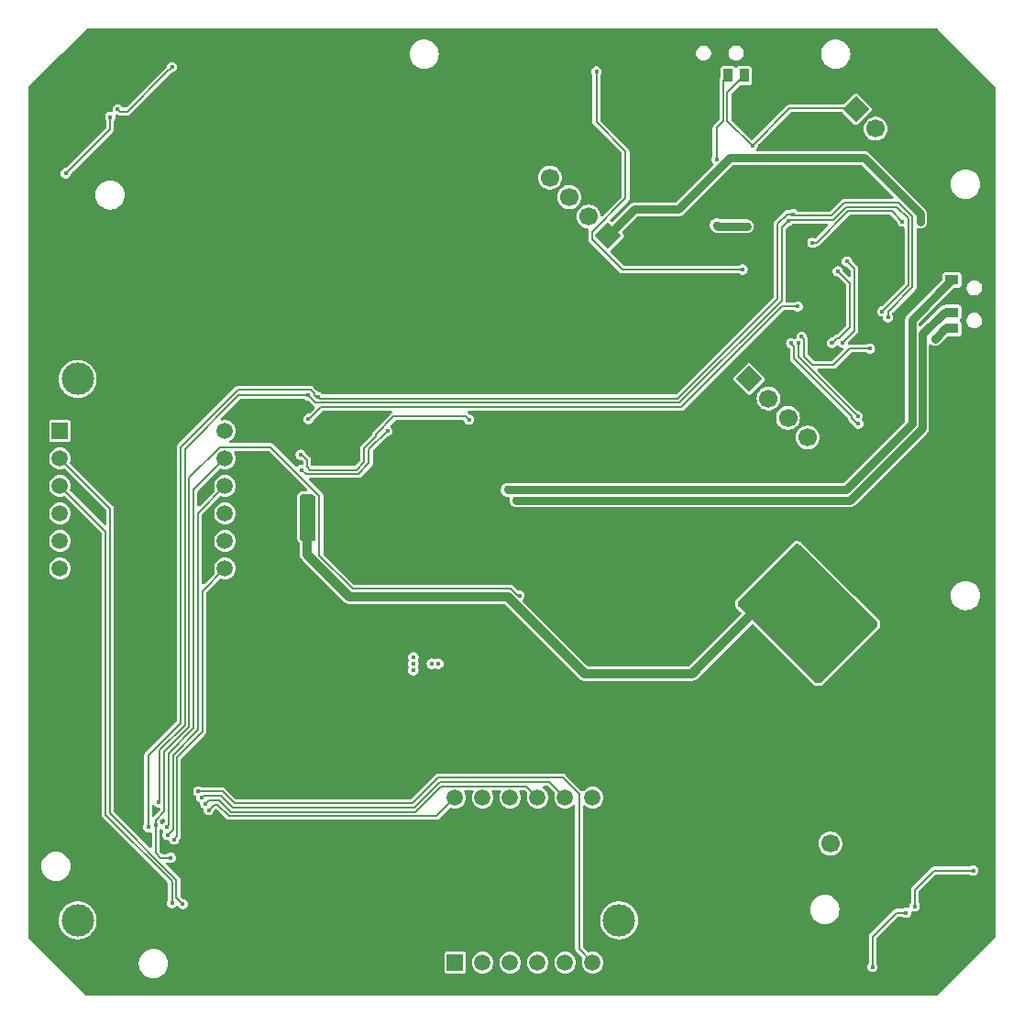
<source format=gbr>
%TF.GenerationSoftware,KiCad,Pcbnew,7.0.10*%
%TF.CreationDate,2025-08-26T16:00:25+02:00*%
%TF.ProjectId,BQ2xxxx,42513278-7878-4782-9e6b-696361645f70,rev?*%
%TF.SameCoordinates,Original*%
%TF.FileFunction,Copper,L4,Bot*%
%TF.FilePolarity,Positive*%
%FSLAX46Y46*%
G04 Gerber Fmt 4.6, Leading zero omitted, Abs format (unit mm)*
G04 Created by KiCad (PCBNEW 7.0.10) date 2025-08-26 16:00:25*
%MOMM*%
%LPD*%
G01*
G04 APERTURE LIST*
G04 Aperture macros list*
%AMHorizOval*
0 Thick line with rounded ends*
0 $1 width*
0 $2 $3 position (X,Y) of the first rounded end (center of the circle)*
0 $4 $5 position (X,Y) of the second rounded end (center of the circle)*
0 Add line between two ends*
20,1,$1,$2,$3,$4,$5,0*
0 Add two circle primitives to create the rounded ends*
1,1,$1,$2,$3*
1,1,$1,$4,$5*%
%AMRotRect*
0 Rectangle, with rotation*
0 The origin of the aperture is its center*
0 $1 length*
0 $2 width*
0 $3 Rotation angle, in degrees counterclockwise*
0 Add horizontal line*
21,1,$1,$2,0,0,$3*%
G04 Aperture macros list end*
%TA.AperFunction,ComponentPad*%
%ADD10C,3.000000*%
%TD*%
%TA.AperFunction,ComponentPad*%
%ADD11R,1.500000X1.500000*%
%TD*%
%TA.AperFunction,ComponentPad*%
%ADD12C,1.500000*%
%TD*%
%TA.AperFunction,ComponentPad*%
%ADD13RotRect,1.700000X1.700000X225.000000*%
%TD*%
%TA.AperFunction,ComponentPad*%
%ADD14HorizOval,1.700000X0.000000X0.000000X0.000000X0.000000X0*%
%TD*%
%TA.AperFunction,ComponentPad*%
%ADD15C,3.376000*%
%TD*%
%TA.AperFunction,ComponentPad*%
%ADD16RotRect,1.700000X1.700000X45.000000*%
%TD*%
%TA.AperFunction,ComponentPad*%
%ADD17HorizOval,1.700000X0.000000X0.000000X0.000000X0.000000X0*%
%TD*%
%TA.AperFunction,ComponentPad*%
%ADD18C,2.010000*%
%TD*%
%TA.AperFunction,ComponentPad*%
%ADD19C,2.745000*%
%TD*%
%TA.AperFunction,ComponentPad*%
%ADD20C,2.100000*%
%TD*%
%TA.AperFunction,SMDPad,CuDef*%
%ADD21R,1.250000X0.900000*%
%TD*%
%TA.AperFunction,SMDPad,CuDef*%
%ADD22R,0.900000X0.800000*%
%TD*%
%TA.AperFunction,SMDPad,CuDef*%
%ADD23R,0.900000X1.250000*%
%TD*%
%TA.AperFunction,SMDPad,CuDef*%
%ADD24R,0.800000X0.900000*%
%TD*%
%TA.AperFunction,ViaPad*%
%ADD25C,0.450000*%
%TD*%
%TA.AperFunction,ViaPad*%
%ADD26C,0.750000*%
%TD*%
%TA.AperFunction,Conductor*%
%ADD27C,0.850000*%
%TD*%
%TA.AperFunction,Conductor*%
%ADD28C,0.200000*%
%TD*%
%TA.AperFunction,Conductor*%
%ADD29C,0.250000*%
%TD*%
%TA.AperFunction,Conductor*%
%ADD30C,0.750000*%
%TD*%
G04 APERTURE END LIST*
D10*
%TO.P,FID1,1*%
%TO.N,N/C*%
X24800000Y-102600000D03*
%TD*%
D11*
%TO.P,U4,1,e*%
%TO.N,/segE*%
X59660000Y-106500000D03*
D12*
%TO.P,U4,2,d*%
%TO.N,/segD*%
X62200000Y-106500000D03*
%TO.P,U4,3,DPX*%
%TO.N,/segDP*%
X64740000Y-106500000D03*
%TO.P,U4,4,c*%
%TO.N,/segC*%
X67280000Y-106500000D03*
%TO.P,U4,5,g*%
%TO.N,/segG*%
X69820000Y-106500000D03*
%TO.P,U4,6,CC4*%
%TO.N,/Digit7*%
X72360000Y-106500000D03*
%TO.P,U4,7,b*%
%TO.N,/segB*%
X72360000Y-91260000D03*
%TO.P,U4,8,CC3*%
%TO.N,/Digit6*%
X69820000Y-91260000D03*
%TO.P,U4,9,CC2*%
%TO.N,/Digit5*%
X67280000Y-91260000D03*
%TO.P,U4,10,f*%
%TO.N,/segF*%
X64740000Y-91260000D03*
%TO.P,U4,11,a*%
%TO.N,/segA*%
X62200000Y-91260000D03*
%TO.P,U4,12,CC1*%
%TO.N,/Digit4*%
X59660000Y-91260000D03*
%TD*%
D10*
%TO.P,FID3,1*%
%TO.N,N/C*%
X24800000Y-52600000D03*
%TD*%
D13*
%TO.P,J9,1,Pin_1*%
%TO.N,GND*%
X96101561Y-97301562D03*
D14*
%TO.P,J9,2,Pin_2*%
%TO.N,+5V_OUT*%
X94305510Y-95505511D03*
%TD*%
D11*
%TO.P,U3,1,e*%
%TO.N,/segE*%
X23160000Y-57400000D03*
D12*
%TO.P,U3,2,d*%
%TO.N,/segD*%
X23160000Y-59940000D03*
%TO.P,U3,3,DPX*%
%TO.N,/segDP*%
X23160000Y-62480000D03*
%TO.P,U3,4,c*%
%TO.N,/segC*%
X23160000Y-65020000D03*
%TO.P,U3,5,g*%
%TO.N,/segG*%
X23160000Y-67560000D03*
%TO.P,U3,6,CC4*%
%TO.N,/Digit3*%
X23160000Y-70100000D03*
%TO.P,U3,7,b*%
%TO.N,/segB*%
X38400000Y-70100000D03*
%TO.P,U3,8,CC3*%
%TO.N,/Digit2*%
X38400000Y-67560000D03*
%TO.P,U3,9,CC2*%
%TO.N,/Digit1*%
X38400000Y-65020000D03*
%TO.P,U3,10,f*%
%TO.N,/segF*%
X38400000Y-62480000D03*
%TO.P,U3,11,a*%
%TO.N,/segA*%
X38400000Y-59940000D03*
%TO.P,U3,12,CC1*%
%TO.N,/Digit0*%
X38400000Y-57400000D03*
%TD*%
D15*
%TO.P,J7,SH1,SHIELD*%
%TO.N,GND*%
X105997500Y-92435250D03*
%TO.P,J7,SH2,SHIELD*%
X105997500Y-79295250D03*
%TD*%
D13*
%TO.P,J5,1,Pin_1*%
%TO.N,VDD*%
X73796051Y-39396051D03*
D14*
%TO.P,J5,2,Pin_2*%
%TO.N,/SWO*%
X72000000Y-37600000D03*
%TO.P,J5,3,Pin_3*%
%TO.N,/SWCLK*%
X70203949Y-35803949D03*
%TO.P,J5,4,Pin_4*%
%TO.N,/SWDIO*%
X68407897Y-34007897D03*
%TO.P,J5,5,Pin_5*%
%TO.N,GND*%
X66611846Y-32211846D03*
%TD*%
D16*
%TO.P,J6,1,Pin_1*%
%TO.N,+3.3V*%
X96698439Y-27698439D03*
D17*
%TO.P,J6,2,Pin_2*%
%TO.N,/O{slash}X*%
X98494490Y-29494490D03*
%TD*%
D18*
%TO.P,J4,MH1,SH1*%
%TO.N,GND*%
X24153073Y-30162475D03*
%TO.P,J4,MH2,SH2*%
X21466067Y-27475470D03*
%TO.P,J4,MH3,SH3*%
X27575470Y-21366067D03*
%TO.P,J4,MH4,SH4*%
X30262475Y-24053073D03*
%TD*%
D16*
%TO.P,J2,1,Pin_1*%
%TO.N,/TX*%
X86807898Y-52607898D03*
D17*
%TO.P,J2,2,Pin_2*%
%TO.N,/RX*%
X88603949Y-54403949D03*
%TO.P,J2,3,Pin_3*%
%TO.N,/REACT*%
X90400000Y-56200000D03*
%TO.P,J2,4,Pin_4*%
%TO.N,/TRIG*%
X92196052Y-57996052D03*
%TO.P,J2,5,Pin_5*%
%TO.N,GND*%
X93992103Y-59792103D03*
%TD*%
D19*
%TO.P,BT2,1_1*%
%TO.N,+BATT*%
X91414894Y-69910017D03*
%TO.P,BT2,1_2*%
X87822792Y-73502119D03*
%TO.P,BT2,1_3*%
X95006997Y-77094222D03*
%TD*%
D20*
%TO.P,BT1,N1*%
%TO.N,GND*%
X49059198Y-31231276D03*
%TO.P,BT1,N2*%
X43759433Y-32217690D03*
%TO.P,BT1,N3*%
X50045612Y-25931511D03*
%TD*%
D18*
%TO.P,J1,MH1,SH1*%
%TO.N,GND*%
X105746927Y-99537525D03*
%TO.P,J1,MH2,SH2*%
X108433933Y-102224530D03*
%TO.P,J1,MH3,SH3*%
X102324530Y-108333933D03*
%TO.P,J1,MH4,SH4*%
X99637525Y-105646927D03*
%TD*%
D10*
%TO.P,FID2,1*%
%TO.N,N/C*%
X74800000Y-102600000D03*
%TD*%
D21*
%TO.P,J8,1,1*%
%TO.N,V_SYS*%
X105525000Y-43450000D03*
%TO.P,J8,2,2*%
%TO.N,/VIN_STM*%
X105525000Y-46450000D03*
%TO.P,J8,3,3*%
%TO.N,VDD*%
X105525000Y-47950000D03*
D22*
%TO.P,J8,MP1,MP1*%
%TO.N,GND*%
X106550000Y-41900000D03*
%TO.P,J8,MP2,MP2*%
X108650000Y-41900000D03*
%TO.P,J8,MP3,MP3*%
X108650000Y-49500000D03*
%TO.P,J8,MP4,MP4*%
X106550000Y-49500000D03*
%TD*%
D23*
%TO.P,J3,1,1*%
%TO.N,GND*%
X81850000Y-24575000D03*
%TO.P,J3,2,2*%
%TO.N,Net-(J3-Pad2)*%
X84850000Y-24575000D03*
%TO.P,J3,3,3*%
%TO.N,+3.3V*%
X86350000Y-24575000D03*
D24*
%TO.P,J3,MP1,MP1*%
%TO.N,GND*%
X80300000Y-23550000D03*
%TO.P,J3,MP2,MP2*%
X80300000Y-21450000D03*
%TO.P,J3,MP3,MP3*%
X87900000Y-21450000D03*
%TO.P,J3,MP4,MP4*%
X87900000Y-23550000D03*
%TD*%
D25*
%TO.N,+BATT*%
X46300001Y-64200001D03*
X46000001Y-63600002D03*
X46000001Y-64800000D03*
X46000001Y-66000002D03*
X46600000Y-67200000D03*
X45700001Y-64200001D03*
X46600001Y-66000002D03*
X45700001Y-66600001D03*
X46000001Y-67200000D03*
X46300001Y-66600001D03*
X46600001Y-64800000D03*
X45700001Y-65400001D03*
X46600000Y-63600002D03*
X46300001Y-65400001D03*
%TO.N,Net-(J1-CC1)*%
X98200000Y-106900000D03*
X101300000Y-101900000D03*
%TO.N,GND*%
X21800000Y-39600000D03*
X44200000Y-63600000D03*
X87300000Y-28100000D03*
X36800000Y-104600000D03*
X102300000Y-26100000D03*
X66800000Y-39600000D03*
X76800000Y-74600000D03*
X88400000Y-26475000D03*
X66800000Y-59600000D03*
X99800000Y-30900000D03*
X103800000Y-35600000D03*
X81300000Y-31100000D03*
X26560662Y-23990813D03*
X48100000Y-86599999D03*
X27409190Y-23142285D03*
X41800000Y-89600000D03*
X23378680Y-28021320D03*
X32639443Y-93459166D03*
X57800000Y-81200000D03*
X51000000Y-62900001D03*
X101800000Y-79600000D03*
X105348528Y-103251471D03*
X76800000Y-41100000D03*
X41800000Y-77100000D03*
X24439339Y-27809188D03*
X77800000Y-40100000D03*
X44799999Y-64799998D03*
X40800000Y-64600000D03*
X74300000Y-52100000D03*
X76800000Y-34600000D03*
X49200000Y-58200000D03*
D26*
X80200000Y-37900000D03*
D25*
X51299999Y-62300002D03*
X48600000Y-58200000D03*
X51800000Y-34600000D03*
X101800000Y-69600000D03*
X87300000Y-39200000D03*
X44500000Y-64199999D03*
X66800000Y-87100000D03*
X95800000Y-33600000D03*
X65600000Y-80900000D03*
X69300000Y-59600000D03*
X74300000Y-27100000D03*
X46800000Y-89600000D03*
X53981381Y-57109311D03*
X89800000Y-47100000D03*
X55800000Y-52600000D03*
X48900000Y-58799999D03*
X25287867Y-26960659D03*
X40800000Y-67600000D03*
X40800000Y-56100000D03*
X64400002Y-80900000D03*
X46800000Y-99600000D03*
X61800000Y-84100000D03*
X71800000Y-44600000D03*
X104300000Y-67100000D03*
X31900000Y-92500000D03*
X44799998Y-65999997D03*
X24015075Y-28233452D03*
X41800000Y-94600000D03*
X48400000Y-86000000D03*
X44800000Y-63600000D03*
X36800000Y-39600000D03*
X26800000Y-54600000D03*
X96800000Y-64600000D03*
X58800000Y-58600000D03*
X105984924Y-103463603D03*
X58400002Y-80300000D03*
X99800000Y-48100000D03*
X65300000Y-29100000D03*
X67500000Y-70300000D03*
X91800000Y-99600000D03*
X84300000Y-57100000D03*
X79300000Y-59600000D03*
X42900000Y-57200000D03*
X92800000Y-29100000D03*
X56800000Y-94600000D03*
X49300000Y-81100000D03*
X24651473Y-26748529D03*
X25300000Y-80100000D03*
X49500000Y-58799999D03*
X54000000Y-52600003D03*
X102378678Y-106221319D03*
X65475871Y-71908104D03*
X106197056Y-102402943D03*
X47200000Y-86000000D03*
X41800000Y-44600000D03*
X25300000Y-75600000D03*
X62875736Y-67175736D03*
X46800000Y-29600000D03*
X65000002Y-81800000D03*
X84300000Y-59600000D03*
X54168274Y-59000458D03*
X66800000Y-65100000D03*
X50700000Y-62300002D03*
X63512131Y-66963605D03*
X53400001Y-52600003D03*
X59300000Y-57100000D03*
X106833452Y-102615075D03*
X27833452Y-24415076D03*
X66439336Y-70512131D03*
X69300000Y-84600000D03*
X76800000Y-52100000D03*
X100975000Y-38704078D03*
X48600000Y-59400000D03*
X106800000Y-84600000D03*
X59300000Y-99600000D03*
X26772793Y-24627209D03*
X87800000Y-31100000D03*
X41800000Y-24600000D03*
X47600000Y-53795001D03*
X63200000Y-80900000D03*
X71800000Y-89600000D03*
X25300000Y-71100000D03*
X70636395Y-73987869D03*
X63800000Y-84100000D03*
X44300000Y-69600000D03*
X46900000Y-86599999D03*
X100800000Y-42600000D03*
X46800000Y-104600000D03*
X61800000Y-49600000D03*
X23802944Y-27597057D03*
X25712131Y-26536395D03*
X31800000Y-74600000D03*
X61800000Y-59100000D03*
X63200000Y-81500000D03*
X31800000Y-44600000D03*
X103439341Y-104312133D03*
X31800000Y-84600000D03*
X98986724Y-46998967D03*
X64300000Y-97100000D03*
X21800000Y-104600000D03*
X99300000Y-62100000D03*
X79300000Y-33600000D03*
X104712133Y-103039340D03*
X66800000Y-37100000D03*
X57200002Y-81500000D03*
X60500000Y-57000000D03*
X102590811Y-106857715D03*
X105136397Y-102615076D03*
X33900000Y-101700000D03*
X36800000Y-29600000D03*
X45400000Y-60300000D03*
X48100000Y-85400001D03*
X26800000Y-104600000D03*
X69575736Y-73775736D03*
X76800000Y-77100000D03*
X47800000Y-86000000D03*
X76800000Y-99600000D03*
X90300000Y-30100000D03*
X51900000Y-82600000D03*
X70300000Y-61100000D03*
X21800000Y-89600000D03*
X56800000Y-44600000D03*
X26800000Y-39600000D03*
X76800000Y-90100000D03*
X63724265Y-66327204D03*
X61800000Y-26600000D03*
X41800000Y-72100000D03*
X105984925Y-101766548D03*
X64148529Y-66751468D03*
X59300000Y-62100000D03*
X28257716Y-23990812D03*
X60300000Y-83900000D03*
X41800000Y-49600000D03*
X96800000Y-99600000D03*
X61800000Y-44600000D03*
X54300000Y-107100000D03*
X48700000Y-86599999D03*
X24863605Y-25687869D03*
X66800000Y-49600000D03*
X27621322Y-23778681D03*
X57800000Y-80000000D03*
X26800000Y-49600000D03*
X92300000Y-36600000D03*
X46000000Y-86000001D03*
X48700000Y-85400001D03*
X44800000Y-86000001D03*
X47500000Y-85400001D03*
X96800000Y-104600000D03*
X51800000Y-39600000D03*
X47500000Y-86599999D03*
X81800000Y-99600000D03*
X43899998Y-66599996D03*
X100300000Y-22600000D03*
X61200000Y-57300000D03*
X66800000Y-29600000D03*
D26*
X99100000Y-49800000D03*
D25*
X53400000Y-53800001D03*
X97800000Y-39100000D03*
X76800000Y-27100000D03*
X88300000Y-39600000D03*
X57200002Y-80300000D03*
X26136397Y-24415077D03*
X60800000Y-63600000D03*
X82900000Y-41100000D03*
X45100000Y-86600000D03*
X41800000Y-87100000D03*
X61400001Y-81800001D03*
X103863603Y-105584923D03*
X51800000Y-74600000D03*
X106800000Y-29600000D03*
X32600000Y-23700000D03*
D26*
X103400000Y-38800000D03*
D25*
X31800000Y-39600000D03*
X41800000Y-29600000D03*
X98800000Y-107400000D03*
X51800000Y-89600000D03*
X88300000Y-40600000D03*
X64300000Y-52600000D03*
X41800000Y-104600000D03*
X94300000Y-30600000D03*
X68800000Y-102600000D03*
X79700000Y-26775000D03*
X60800000Y-80900000D03*
X96800000Y-69600000D03*
X107800000Y-98600000D03*
X44199998Y-65999997D03*
X100800000Y-40100000D03*
X102166548Y-105584924D03*
X61800000Y-87100000D03*
X45400000Y-86000001D03*
X56800000Y-29600000D03*
X49800000Y-70100000D03*
X85500000Y-41800000D03*
X58400002Y-81500000D03*
X86800000Y-94600000D03*
X84300000Y-54600000D03*
X86800000Y-99600000D03*
X44499998Y-66599996D03*
X26800000Y-44600000D03*
X71800000Y-42100000D03*
X59600002Y-81500000D03*
X97700000Y-56000000D03*
X103227207Y-105372791D03*
X47700000Y-58799999D03*
X47400000Y-58200000D03*
X105900000Y-57800000D03*
X26984923Y-25263603D03*
X28045586Y-23354417D03*
X66227204Y-69875735D03*
X25924264Y-25475736D03*
X36800000Y-44600000D03*
X26136395Y-26112131D03*
X59000000Y-80600000D03*
X101400000Y-101200000D03*
X64300000Y-94600000D03*
X60300000Y-68100000D03*
X106800000Y-69600000D03*
X70212131Y-73563605D03*
X104712131Y-104736395D03*
X101800000Y-97100000D03*
X37800000Y-76100000D03*
X86800000Y-104600000D03*
X104500000Y-104100000D03*
X96800000Y-39600000D03*
X87300000Y-37900000D03*
X94100000Y-50100000D03*
X103015077Y-104736397D03*
X62300000Y-69600000D03*
X44200000Y-67200000D03*
X34800000Y-89600000D03*
X29300000Y-89600000D03*
X31800000Y-79600000D03*
X105800000Y-64100000D03*
X37300000Y-66100000D03*
X51800000Y-99600000D03*
X61800000Y-34600000D03*
X51800000Y-94600000D03*
X105560659Y-103887866D03*
X102802942Y-105797055D03*
D26*
X83800000Y-39500000D03*
D25*
X41800000Y-99600000D03*
X103439338Y-106009187D03*
D26*
X65771752Y-64750000D03*
D25*
X71800000Y-87100000D03*
X79300000Y-47100000D03*
X81300000Y-32100000D03*
X37300000Y-86600000D03*
X63300000Y-67600000D03*
X81800000Y-69600000D03*
X45700000Y-86600000D03*
X33416476Y-95765579D03*
X28500000Y-28500000D03*
X51000000Y-64100001D03*
X56800000Y-34600000D03*
X100300000Y-54100000D03*
X51800000Y-44600000D03*
X36800000Y-62600000D03*
X62000002Y-81500000D03*
X61400001Y-81199999D03*
X103200000Y-34100000D03*
X76800000Y-47100000D03*
X66800000Y-94600000D03*
X91800000Y-84600000D03*
X23166548Y-27384925D03*
X21800000Y-34600000D03*
X50700000Y-65900000D03*
X66800000Y-99600000D03*
X97800000Y-34600000D03*
X101800000Y-92100000D03*
X91800000Y-104600000D03*
X101800000Y-74600000D03*
X69300000Y-39600000D03*
X106800000Y-64600000D03*
X25712133Y-24839341D03*
X62000002Y-80900000D03*
X52800000Y-52600002D03*
X95500000Y-89800000D03*
X79300000Y-82100000D03*
X96800000Y-33600000D03*
X49200000Y-59400000D03*
X21800000Y-49600000D03*
X79300000Y-57100000D03*
X46800000Y-94600000D03*
X79300000Y-52100000D03*
X31800000Y-49600000D03*
X99300000Y-67100000D03*
X48000000Y-59400000D03*
X92800000Y-26100000D03*
X76800000Y-104600000D03*
X31800000Y-64600000D03*
X91300000Y-35500000D03*
X48300000Y-58799999D03*
X36400000Y-90000000D03*
X49300000Y-76600000D03*
X69800000Y-98100000D03*
X76800000Y-84600000D03*
X96800000Y-84600000D03*
X101954414Y-106645583D03*
X96300000Y-57200000D03*
X83000000Y-35800000D03*
X87800000Y-37600000D03*
X70424265Y-72927204D03*
X50400000Y-64100001D03*
X53100000Y-53200002D03*
X76800000Y-69600000D03*
X65000002Y-81200000D03*
X84300000Y-53100000D03*
X63936395Y-67387869D03*
X26800000Y-59600000D03*
X81800000Y-47100000D03*
X86800000Y-69600000D03*
X52300000Y-71100000D03*
X87300000Y-50100000D03*
X60200000Y-81800000D03*
X70000000Y-74200000D03*
X100300000Y-50600000D03*
X58300000Y-69600000D03*
X105136395Y-104312130D03*
X46800000Y-72100000D03*
X81800000Y-104600000D03*
X83149997Y-32325000D03*
X25075736Y-26324264D03*
X106800000Y-89600000D03*
X76800000Y-24600000D03*
X105772792Y-102827207D03*
X86800000Y-59600000D03*
X26560659Y-25687867D03*
X80900000Y-43300000D03*
X41800000Y-79600000D03*
X31800000Y-54600000D03*
X37711417Y-92653881D03*
X30600000Y-93900000D03*
X24015076Y-26536397D03*
X50700000Y-64700002D03*
X54300000Y-104600000D03*
X58900000Y-73700000D03*
X21800000Y-94600000D03*
X46800000Y-34600000D03*
X61800000Y-74600000D03*
X69300000Y-42100000D03*
X76800000Y-82100000D03*
X61800000Y-39600000D03*
X81800000Y-57100000D03*
X51300000Y-64700002D03*
X61800000Y-97100000D03*
X44800000Y-67200000D03*
X55800000Y-73900000D03*
X27409188Y-24839340D03*
X70800000Y-65100000D03*
X67075736Y-70724264D03*
X37300000Y-82100000D03*
X26984926Y-23566549D03*
X83300000Y-37100000D03*
X21800000Y-39600000D03*
X46900000Y-85400001D03*
X71300000Y-24300000D03*
X74300000Y-74600000D03*
X65600000Y-81500000D03*
X96800000Y-38100000D03*
X69300000Y-87100000D03*
X63800001Y-81800001D03*
X53700000Y-53200002D03*
X76800000Y-33600000D03*
X104924264Y-103675736D03*
X24227208Y-27172793D03*
X59000000Y-81200000D03*
X69300000Y-57100000D03*
X57800000Y-80600000D03*
X106409188Y-103039339D03*
X51800000Y-24600000D03*
X58400002Y-80900000D03*
X49300000Y-74600000D03*
X56800000Y-107100000D03*
X76800000Y-31100000D03*
X57200002Y-80900000D03*
X47400000Y-59400000D03*
X103015074Y-106433452D03*
X105560661Y-102190812D03*
X46800000Y-39600000D03*
X81800000Y-59600000D03*
X41800000Y-34600000D03*
X44499999Y-65399998D03*
X51300000Y-63500000D03*
X56800000Y-104600000D03*
X26348528Y-25051472D03*
X104075736Y-104524264D03*
X48000000Y-58200000D03*
X46300000Y-86600000D03*
D26*
X65178280Y-61900000D03*
D25*
X104300000Y-97100000D03*
X52800000Y-53800001D03*
X59300000Y-64600000D03*
X76800000Y-32100000D03*
X66863600Y-70087867D03*
X104287869Y-103463604D03*
X94300000Y-33600000D03*
X52800000Y-49600000D03*
X48900001Y-57600001D03*
X24863603Y-27384924D03*
X63800001Y-81199999D03*
X23300000Y-86600000D03*
X103300000Y-27100000D03*
X92300000Y-47100000D03*
X74300000Y-72100000D03*
X62600002Y-81200000D03*
X79300000Y-87100000D03*
X54000000Y-53800001D03*
X74300000Y-82100000D03*
X99200000Y-55100000D03*
X60200000Y-81200000D03*
X56800000Y-39600000D03*
X107800000Y-28100000D03*
X103863605Y-103887869D03*
X59300000Y-52600000D03*
X101800000Y-21600000D03*
X96800000Y-24600000D03*
X51800000Y-107100000D03*
X81800000Y-74600000D03*
X106621320Y-101978680D03*
X46600000Y-86000000D03*
X40300000Y-98100000D03*
X92200000Y-31000000D03*
X44199999Y-64799998D03*
X65300000Y-24100000D03*
X86800000Y-90100000D03*
X100300000Y-44100000D03*
X60800000Y-81500000D03*
X36800000Y-49600000D03*
X26800000Y-99600000D03*
X79300000Y-84600000D03*
X45300000Y-56000000D03*
X50700000Y-63500000D03*
X104287867Y-105160659D03*
D26*
X104100000Y-53200000D03*
D25*
X31800000Y-69600000D03*
X44300000Y-72100000D03*
X102590812Y-105160660D03*
X90821232Y-48421232D03*
X81300000Y-45100000D03*
X101742284Y-106009188D03*
X51000000Y-65300001D03*
X106800000Y-76100000D03*
X86800000Y-84600000D03*
X78800000Y-39100000D03*
X70848529Y-73351468D03*
X39300000Y-56100000D03*
X25500000Y-25900000D03*
X76800000Y-57100000D03*
X95144635Y-41950385D03*
X64300000Y-87100000D03*
X43900000Y-64199999D03*
X103651472Y-104948528D03*
X61500000Y-22900000D03*
X21800000Y-54600000D03*
X43899999Y-65399998D03*
X86800000Y-66100000D03*
X37800000Y-25600000D03*
X97576358Y-40400000D03*
X103300000Y-43100000D03*
X49500000Y-57600001D03*
X50800000Y-74600000D03*
X86800000Y-54600000D03*
X86800000Y-79600000D03*
X91800000Y-94600000D03*
X21800000Y-44600000D03*
X81800000Y-66100000D03*
X79300000Y-32100000D03*
X74300000Y-77100000D03*
X62600002Y-81800000D03*
X36800000Y-54600000D03*
X50400000Y-65300001D03*
X59600002Y-80900000D03*
X89300000Y-59600000D03*
X82300000Y-50600000D03*
X25287869Y-25263605D03*
X102300000Y-23100000D03*
X51800000Y-104600000D03*
X79300000Y-44600000D03*
D26*
X103300000Y-40700000D03*
D25*
X24439341Y-26112133D03*
X106800000Y-67100000D03*
X23590812Y-26960661D03*
X49300000Y-107100000D03*
X56800000Y-49600000D03*
X76800000Y-94600000D03*
X51800000Y-84600000D03*
X81800000Y-94600000D03*
X61800000Y-99600000D03*
X66800000Y-34600000D03*
X46800000Y-24600000D03*
X99300000Y-64600000D03*
X31800000Y-34600000D03*
X73300000Y-24600000D03*
X59000000Y-80000000D03*
X87800000Y-46000000D03*
X51800000Y-87100000D03*
X27197058Y-24202945D03*
X66800000Y-44600000D03*
X41800000Y-84600000D03*
X74300000Y-44600000D03*
X60300000Y-69600000D03*
D26*
X103800000Y-50000000D03*
D25*
X51299999Y-65900000D03*
X76800000Y-66100000D03*
X64400002Y-81500000D03*
X66651468Y-69451471D03*
X79300000Y-31100000D03*
X96800000Y-79600000D03*
X86800000Y-57100000D03*
X91300000Y-39600000D03*
X69300000Y-29600000D03*
X61800000Y-29600000D03*
X41800000Y-82100000D03*
X92892066Y-39407934D03*
X108300000Y-52500000D03*
X50400000Y-62900001D03*
X24500000Y-33600000D03*
X81800000Y-90100000D03*
X56800000Y-57100000D03*
X48300000Y-57600000D03*
X91000000Y-45300000D03*
X31800000Y-59600000D03*
X47700000Y-57600000D03*
X71800000Y-29600000D03*
X25300000Y-67100000D03*
X41800000Y-69600000D03*
%TO.N,Net-(J1-CC2)*%
X102100000Y-101300000D03*
X107500000Y-98000000D03*
%TO.N,/TS*%
X60945235Y-56354765D03*
X45400000Y-59600000D03*
%TO.N,/INT_MAX*%
X91649048Y-48711430D03*
X97975000Y-49800000D03*
%TO.N,/SCL*%
X31300000Y-94000000D03*
X90900000Y-37375000D03*
X99628425Y-46895413D03*
X47029156Y-54275000D03*
%TO.N,/SDA*%
X46100000Y-54125000D03*
X90465213Y-37969575D03*
X99100000Y-46359242D03*
X32267633Y-91700000D03*
%TO.N,/INT_BQ*%
X91300000Y-45900000D03*
X46100000Y-56300000D03*
%TO.N,/REGN*%
X53400000Y-57400000D03*
X45492462Y-61007538D03*
%TO.N,/segD*%
X34500000Y-101100000D03*
%TO.N,/segDP*%
X33500000Y-101000000D03*
%TO.N,/segB*%
X33702179Y-95125000D03*
%TO.N,/segF*%
X33100000Y-94725000D03*
%TO.N,/segA*%
X33000000Y-94000000D03*
%TO.N,/Digit7*%
X35931526Y-90707821D03*
%TO.N,/Digit6*%
X36232077Y-91284165D03*
%TO.N,/Digit5*%
X36592633Y-91825000D03*
%TO.N,/Digit4*%
X36892633Y-92425000D03*
D26*
%TO.N,V_SYS*%
X64500000Y-62850000D03*
D25*
%TO.N,+3.3V*%
X96898487Y-56740950D03*
D26*
X86600000Y-38500000D03*
D25*
X31990411Y-93800000D03*
D26*
X83800000Y-38400000D03*
D25*
X33378768Y-96821232D03*
X87100000Y-31100000D03*
X90700000Y-49300000D03*
X65601041Y-72598959D03*
%TO.N,/TRIG*%
X95438389Y-49238389D03*
X95850000Y-41750000D03*
%TO.N,/REACT*%
X95000000Y-42650000D03*
X94456014Y-49265349D03*
D26*
%TO.N,VDD*%
X104000000Y-48900000D03*
X102600000Y-38100000D03*
D25*
%TO.N,/NRST*%
X86200000Y-42500000D03*
X72700000Y-24200000D03*
%TO.N,Net-(J3-Pad2)*%
X83800000Y-32325000D03*
%TO.N,/ON{slash}OFF*%
X92655720Y-40013445D03*
X100975000Y-38054075D03*
%TO.N,/DISP*%
X91350003Y-49300000D03*
X96831232Y-56031232D03*
%TO.N,/SW1*%
X57500000Y-78900000D03*
X55800000Y-78300000D03*
X55800000Y-79500000D03*
X58100000Y-78900000D03*
X55800000Y-78900000D03*
%TO.N,Net-(J4-CC1)*%
X28500000Y-27700000D03*
X33500000Y-23800000D03*
%TO.N,Net-(J4-CC2)*%
X27800000Y-28400000D03*
X23700000Y-33600000D03*
D26*
%TO.N,/VIN_STM*%
X65300000Y-63800000D03*
%TD*%
D27*
%TO.N,+BATT*%
X46000001Y-68800001D02*
X49900000Y-72700000D01*
X64500000Y-72700000D02*
X71600000Y-79800000D01*
X49900000Y-72700000D02*
X64500000Y-72700000D01*
X46000001Y-66000002D02*
X46000001Y-68800001D01*
X71600000Y-79800000D02*
X81524911Y-79800000D01*
X81524911Y-79800000D02*
X87822792Y-73502119D01*
D28*
%TO.N,Net-(J1-CC1)*%
X100400000Y-101900000D02*
X101300000Y-101900000D01*
X98200000Y-106900000D02*
X98200000Y-104100000D01*
X98200000Y-104100000D02*
X100400000Y-101900000D01*
D29*
%TO.N,GND*%
X80300000Y-26175000D02*
X80300000Y-23550000D01*
X79700000Y-26775000D02*
X80300000Y-26175000D01*
X87900000Y-21450000D02*
X87900000Y-23550000D01*
D30*
X106550000Y-50750000D02*
X106550000Y-49500000D01*
X106550000Y-41900000D02*
X104500000Y-41900000D01*
D29*
X87900000Y-25975000D02*
X88400000Y-26475000D01*
X80300000Y-21450000D02*
X80300000Y-23550000D01*
X87900000Y-23550000D02*
X87900000Y-25975000D01*
D30*
X104500000Y-41900000D02*
X103300000Y-40700000D01*
D29*
X81850000Y-24575000D02*
X81325000Y-24575000D01*
D30*
X104100000Y-53200000D02*
X106550000Y-50750000D01*
X108650000Y-41900000D02*
X106550000Y-41900000D01*
D29*
X81325000Y-24575000D02*
X80300000Y-23550000D01*
D30*
X108650000Y-49500000D02*
X106550000Y-49500000D01*
D28*
%TO.N,Net-(J1-CC2)*%
X107500000Y-98000000D02*
X103900000Y-98000000D01*
X102100000Y-99800000D02*
X102100000Y-101300000D01*
X103900000Y-98000000D02*
X102100000Y-99800000D01*
%TO.N,/TS*%
X52317157Y-57917157D02*
X51267157Y-58967157D01*
X60945235Y-56354765D02*
X60663333Y-56072863D01*
X51267157Y-58967157D02*
X51267157Y-60267157D01*
X46000000Y-60734314D02*
X46000000Y-60100000D01*
X52317157Y-57740380D02*
X52317157Y-57917157D01*
X51267157Y-60267157D02*
X50534314Y-61000000D01*
X46265686Y-61000000D02*
X46000000Y-60734314D01*
X45500000Y-59600000D02*
X45400000Y-59600000D01*
X50534314Y-61000000D02*
X46265686Y-61000000D01*
X53984674Y-56072863D02*
X52317157Y-57740380D01*
X60663333Y-56072863D02*
X53984674Y-56072863D01*
X46000000Y-60100000D02*
X45500000Y-59600000D01*
%TO.N,/INT_MAX*%
X91875003Y-48937385D02*
X91875003Y-50509317D01*
X94600000Y-51300000D02*
X96100000Y-49800000D01*
X96100000Y-49800000D02*
X97975000Y-49800000D01*
X91649048Y-48711430D02*
X91875003Y-48937385D01*
X92665686Y-51300000D02*
X94600000Y-51300000D01*
X91875003Y-50509317D02*
X92665686Y-51300000D01*
%TO.N,/SCL*%
X95611092Y-36300000D02*
X100600000Y-36300000D01*
X46625000Y-53907537D02*
X46317463Y-53600000D01*
X91025000Y-37500000D02*
X94411091Y-37500000D01*
X34300000Y-58900000D02*
X34300000Y-84371570D01*
X89413539Y-38278786D02*
X90317325Y-37375000D01*
X89413539Y-45220775D02*
X89413539Y-38278786D01*
X47029156Y-54275000D02*
X46815686Y-54275000D01*
X47154156Y-54400000D02*
X80234314Y-54400000D01*
X46317463Y-53600000D02*
X39600000Y-53600000D01*
X101900000Y-44130073D02*
X99628425Y-46401648D01*
X46815686Y-54275000D02*
X46625000Y-54084314D01*
X100600000Y-36300000D02*
X101900000Y-37600000D01*
X99628425Y-46401648D02*
X99628425Y-46895413D01*
X101900000Y-37600000D02*
X101900000Y-44130073D01*
X39600000Y-53600000D02*
X34300000Y-58900000D01*
X46625000Y-54084314D02*
X46625000Y-53907537D01*
X47029156Y-54275000D02*
X47154156Y-54400000D01*
X80234314Y-54400000D02*
X89413539Y-45220775D01*
X34300000Y-84371570D02*
X31300000Y-87371570D01*
X90317325Y-37375000D02*
X90900000Y-37375000D01*
X90900000Y-37375000D02*
X91025000Y-37500000D01*
X94411091Y-37500000D02*
X95611092Y-36300000D01*
X31300000Y-87371570D02*
X31300000Y-94000000D01*
%TO.N,/SDA*%
X94576777Y-37900000D02*
X95776777Y-36700000D01*
X101500000Y-37765686D02*
X101500000Y-43959242D01*
X34700000Y-59065686D02*
X34700000Y-84537256D01*
X90534788Y-37900000D02*
X94576777Y-37900000D01*
X101500000Y-43959242D02*
X99100000Y-46359242D01*
X32392633Y-91575000D02*
X32267633Y-91700000D01*
X34700000Y-84537256D02*
X32392633Y-86844623D01*
X100434314Y-36700000D02*
X101500000Y-37765686D01*
X32392633Y-86844623D02*
X32392633Y-91575000D01*
X90465213Y-37969575D02*
X90534788Y-37900000D01*
X89813539Y-45386461D02*
X89813539Y-38621249D01*
X46775000Y-54800000D02*
X80399999Y-54800000D01*
X46100000Y-54125000D02*
X46775000Y-54800000D01*
X80399999Y-54800000D02*
X89813539Y-45386461D01*
X39665686Y-54100000D02*
X34700000Y-59065686D01*
X46075000Y-54100000D02*
X39665686Y-54100000D01*
X89813539Y-38621249D02*
X90465213Y-37969575D01*
X95776777Y-36700000D02*
X100434314Y-36700000D01*
X46100000Y-54125000D02*
X46075000Y-54100000D01*
%TO.N,/INT_BQ*%
X91300000Y-45900000D02*
X89865686Y-45900000D01*
X89865686Y-45900000D02*
X80565685Y-55200000D01*
X46184927Y-56300000D02*
X46100000Y-56300000D01*
X80565685Y-55200000D02*
X47284927Y-55200000D01*
X47284927Y-55200000D02*
X46184927Y-56300000D01*
%TO.N,/REGN*%
X53400000Y-57400000D02*
X51700000Y-59100000D01*
X45884924Y-61400000D02*
X45492462Y-61007538D01*
X51700000Y-59100000D02*
X51700000Y-60400000D01*
X50700000Y-61400000D02*
X45884924Y-61400000D01*
X51700000Y-60400000D02*
X50700000Y-61400000D01*
%TO.N,/segD*%
X27800000Y-92732367D02*
X27800000Y-64580000D01*
X33921333Y-100521333D02*
X33921333Y-98853700D01*
X27800000Y-64580000D02*
X23160000Y-59940000D01*
X34500000Y-101100000D02*
X33921333Y-100521333D01*
X33921333Y-98853700D02*
X27800000Y-92732367D01*
%TO.N,/segDP*%
X27400000Y-92898053D02*
X27400000Y-66720000D01*
X27400000Y-66720000D02*
X23160000Y-62480000D01*
X33500000Y-101000000D02*
X33500000Y-98998053D01*
X33500000Y-98998053D02*
X27400000Y-92898053D01*
%TO.N,/segB*%
X33992633Y-87507367D02*
X36300000Y-85200000D01*
X36300000Y-85200000D02*
X36300000Y-72200000D01*
X33702179Y-95125000D02*
X33992633Y-94834546D01*
X33992633Y-94834546D02*
X33992633Y-87507367D01*
X36300000Y-72200000D02*
X38400000Y-70100000D01*
%TO.N,/segF*%
X33592633Y-94232367D02*
X33592633Y-87341681D01*
X35900000Y-64980000D02*
X38400000Y-62480000D01*
X35900000Y-85034314D02*
X35900000Y-64980000D01*
X33100000Y-94725000D02*
X33592633Y-94232367D01*
X33592633Y-87341681D02*
X35900000Y-85034314D01*
%TO.N,/segA*%
X33192633Y-87175995D02*
X35500000Y-84868628D01*
X35500000Y-84868628D02*
X35500000Y-62840000D01*
X33192633Y-93807367D02*
X33192633Y-87175995D01*
X35500000Y-62840000D02*
X38400000Y-59940000D01*
X33000000Y-94000000D02*
X33192633Y-93807367D01*
%TO.N,/Digit7*%
X39279879Y-91782821D02*
X55685809Y-91782821D01*
X38204879Y-90707821D02*
X39279879Y-91782821D01*
X71100000Y-105240000D02*
X72360000Y-106500000D01*
X58058630Y-89410000D02*
X69610000Y-89410000D01*
X71100000Y-90900000D02*
X71100000Y-105240000D01*
X35931526Y-90707821D02*
X38204879Y-90707821D01*
X55685809Y-91782821D02*
X58058630Y-89410000D01*
X69610000Y-89410000D02*
X71100000Y-90900000D01*
%TO.N,/Digit6*%
X58224315Y-89810000D02*
X68370000Y-89810000D01*
X36232077Y-91284165D02*
X36408421Y-91107821D01*
X39114193Y-92182821D02*
X55851494Y-92182821D01*
X55851494Y-92182821D02*
X58224315Y-89810000D01*
X36408421Y-91107821D02*
X38039193Y-91107821D01*
X38039193Y-91107821D02*
X39114193Y-92182821D01*
X68370000Y-89810000D02*
X69820000Y-91260000D01*
%TO.N,/Digit5*%
X58390000Y-90210000D02*
X56017180Y-92582821D01*
X66230000Y-90210000D02*
X58390000Y-90210000D01*
X38948507Y-92582821D02*
X37873507Y-91507821D01*
X67280000Y-91260000D02*
X66230000Y-90210000D01*
X56017180Y-92582821D02*
X38948507Y-92582821D01*
X37873507Y-91507821D02*
X36909812Y-91507821D01*
X36909812Y-91507821D02*
X36592633Y-91825000D01*
%TO.N,/Digit4*%
X38782821Y-92982821D02*
X57937179Y-92982821D01*
X57937179Y-92982821D02*
X59660000Y-91260000D01*
X37409812Y-91907821D02*
X37707821Y-91907821D01*
X37707821Y-91907821D02*
X38782821Y-92982821D01*
X36892633Y-92425000D02*
X37409812Y-91907821D01*
D30*
%TO.N,V_SYS*%
X95750000Y-62850000D02*
X101850000Y-56750000D01*
X64500000Y-62850000D02*
X95750000Y-62850000D01*
X101850000Y-56750000D02*
X101850000Y-47125000D01*
X101850000Y-47125000D02*
X105525000Y-43450000D01*
D28*
%TO.N,+3.3V*%
X32792633Y-87010309D02*
X32792633Y-92563513D01*
X84800000Y-28800000D02*
X87100000Y-31100000D01*
X37965075Y-58890000D02*
X35100000Y-61755075D01*
X84800000Y-26125000D02*
X84800000Y-28800000D01*
X47125000Y-68899696D02*
X47125000Y-63382539D01*
X65601041Y-72598959D02*
X65424263Y-72598959D01*
X90950003Y-49642463D02*
X90700000Y-49392460D01*
X90700000Y-49392460D02*
X90700000Y-49300000D01*
X96306232Y-56248695D02*
X96306232Y-56071918D01*
X31990411Y-93365735D02*
X31990411Y-93800000D01*
X96898487Y-56740950D02*
X96798487Y-56740950D01*
X96798487Y-56740950D02*
X96306232Y-56248695D01*
X31990411Y-96357092D02*
X32454551Y-96821232D01*
X96600000Y-27600000D02*
X90557537Y-27600000D01*
X65424263Y-72598959D02*
X64800304Y-71975000D01*
D30*
X83900000Y-38500000D02*
X83800000Y-38400000D01*
D28*
X96306232Y-56071918D02*
X90950003Y-50715688D01*
X35100000Y-61755075D02*
X35100000Y-84702942D01*
X47125000Y-63382539D02*
X42632461Y-58890000D01*
X96698439Y-27698439D02*
X96600000Y-27600000D01*
D30*
X86600000Y-38500000D02*
X83900000Y-38500000D01*
D28*
X32454551Y-96821232D02*
X33378768Y-96821232D01*
X35100000Y-84702942D02*
X32792633Y-87010309D01*
X42632461Y-58890000D02*
X37965075Y-58890000D01*
X87100000Y-31057537D02*
X87100000Y-31100000D01*
X64800304Y-71975000D02*
X50200304Y-71975000D01*
X31990411Y-93800000D02*
X31990411Y-96357092D01*
X90557537Y-27600000D02*
X87100000Y-31057537D01*
X32792633Y-92563513D02*
X31990411Y-93365735D01*
X50200304Y-71975000D02*
X47125000Y-68899696D01*
X86350000Y-24575000D02*
X84800000Y-26125000D01*
X90950003Y-50715688D02*
X90950003Y-49642463D01*
%TO.N,/TRIG*%
X96525000Y-48151778D02*
X96525000Y-42425000D01*
X95438389Y-49238389D02*
X96525000Y-48151778D01*
X96525000Y-42425000D02*
X95850000Y-41750000D01*
%TO.N,/REACT*%
X94575000Y-49182537D02*
X94575000Y-49265349D01*
X96125000Y-43775000D02*
X96125000Y-47809314D01*
X95000000Y-42650000D02*
X96125000Y-43775000D01*
X95059314Y-48875000D02*
X94882537Y-48875000D01*
X96125000Y-47809314D02*
X95059314Y-48875000D01*
X94575000Y-49265349D02*
X94456014Y-49265349D01*
X94882537Y-48875000D02*
X94575000Y-49182537D01*
D30*
%TO.N,VDD*%
X105525000Y-47950000D02*
X104950000Y-47950000D01*
X102600000Y-37345407D02*
X97454593Y-32200000D01*
X80306371Y-36950000D02*
X76242102Y-36950000D01*
X102600000Y-38100000D02*
X102600000Y-37345407D01*
X85056371Y-32200000D02*
X80306371Y-36950000D01*
X76242102Y-36950000D02*
X73796051Y-39396051D01*
X104950000Y-47950000D02*
X104000000Y-48900000D01*
X97454593Y-32200000D02*
X85056371Y-32200000D01*
D28*
%TO.N,/NRST*%
X72293969Y-39693969D02*
X75100000Y-42500000D01*
X72700000Y-24200000D02*
X72700000Y-28900000D01*
X72293969Y-39023259D02*
X72293969Y-39693969D01*
X75400000Y-31600000D02*
X75400000Y-35917228D01*
X75100000Y-42500000D02*
X86200000Y-42500000D01*
X72700000Y-28900000D02*
X75400000Y-31600000D01*
X75400000Y-35917228D02*
X72293969Y-39023259D01*
%TO.N,Net-(J3-Pad2)*%
X84400000Y-25025000D02*
X84850000Y-24575000D01*
X84400000Y-28800000D02*
X84400000Y-25025000D01*
X83800000Y-32325000D02*
X83800000Y-29400000D01*
X83800000Y-29400000D02*
X84400000Y-28800000D01*
%TO.N,/ON{slash}OFF*%
X93029018Y-40013445D02*
X95942463Y-37100000D01*
X92655720Y-40013445D02*
X93029018Y-40013445D01*
X95942463Y-37100000D02*
X100020925Y-37100000D01*
X100020925Y-37100000D02*
X100975000Y-38054075D01*
%TO.N,/DISP*%
X91350003Y-49300000D02*
X91350003Y-50550003D01*
X91350003Y-50550003D02*
X96831232Y-56031232D01*
%TO.N,Net-(J4-CC1)*%
X28700000Y-27900000D02*
X29400000Y-27900000D01*
X28500000Y-27700000D02*
X28700000Y-27900000D01*
X32900000Y-24400000D02*
X33500000Y-23800000D01*
X29400000Y-27900000D02*
X32900000Y-24400000D01*
%TO.N,Net-(J4-CC2)*%
X27800000Y-28400000D02*
X27800000Y-29500000D01*
X27800000Y-29500000D02*
X23700000Y-33600000D01*
D30*
%TO.N,/VIN_STM*%
X102800000Y-48450000D02*
X102800000Y-57143502D01*
X102800000Y-57143502D02*
X96143502Y-63800000D01*
X105525000Y-46450000D02*
X104800000Y-46450000D01*
X96143502Y-63800000D02*
X65300000Y-63800000D01*
X104800000Y-46450000D02*
X102800000Y-48450000D01*
%TD*%
%TA.AperFunction,Conductor*%
%TO.N,+BATT*%
G36*
X46462456Y-63219685D02*
G01*
X46483098Y-63236319D01*
X46738181Y-63491402D01*
X46771666Y-63552725D01*
X46774500Y-63579083D01*
X46774500Y-67424137D01*
X46754815Y-67491176D01*
X46738181Y-67511818D01*
X46691319Y-67558680D01*
X46629996Y-67592165D01*
X46603638Y-67594999D01*
X45606362Y-67594999D01*
X45539323Y-67575314D01*
X45518681Y-67558680D01*
X45341319Y-67381318D01*
X45307834Y-67319995D01*
X45305000Y-67293637D01*
X45305000Y-63501362D01*
X45324685Y-63434323D01*
X45341319Y-63413681D01*
X45518681Y-63236319D01*
X45580004Y-63202834D01*
X45606362Y-63200000D01*
X46395417Y-63200000D01*
X46462456Y-63219685D01*
G37*
%TD.AperFunction*%
%TD*%
%TA.AperFunction,Conductor*%
%TO.N,GND*%
G36*
X32761467Y-93192874D02*
G01*
X32817400Y-93234746D01*
X32841817Y-93300210D01*
X32842133Y-93309056D01*
X32842133Y-93468518D01*
X32822448Y-93535557D01*
X32785173Y-93572832D01*
X32721572Y-93613705D01*
X32685412Y-93636944D01*
X32650194Y-93677588D01*
X32591415Y-93715362D01*
X32521546Y-93715362D01*
X32462768Y-93677587D01*
X32443689Y-93647901D01*
X32404284Y-93561617D01*
X32394342Y-93492461D01*
X32423367Y-93428905D01*
X32429383Y-93422443D01*
X32630453Y-93221374D01*
X32691775Y-93187890D01*
X32761467Y-93192874D01*
G37*
%TD.AperFunction*%
%TA.AperFunction,Conductor*%
G36*
X31855703Y-91952643D02*
G01*
X31868213Y-91965154D01*
X31953042Y-92063053D01*
X31953046Y-92063057D01*
X32004168Y-92095910D01*
X32068072Y-92136978D01*
X32133669Y-92156239D01*
X32199265Y-92175500D01*
X32318133Y-92175500D01*
X32385172Y-92195185D01*
X32430927Y-92247989D01*
X32442133Y-92299500D01*
X32442133Y-92366968D01*
X32422448Y-92434007D01*
X32405814Y-92454649D01*
X31862181Y-92998282D01*
X31800858Y-93031767D01*
X31731166Y-93026783D01*
X31675233Y-92984911D01*
X31650816Y-92919447D01*
X31650500Y-92910601D01*
X31650500Y-92046356D01*
X31670185Y-91979317D01*
X31722989Y-91933562D01*
X31792147Y-91923618D01*
X31855703Y-91952643D01*
G37*
%TD.AperFunction*%
%TA.AperFunction,Conductor*%
G36*
X45763279Y-54470185D02*
G01*
X45778059Y-54482992D01*
X45778706Y-54482246D01*
X45785409Y-54488054D01*
X45785411Y-54488055D01*
X45900439Y-54561978D01*
X45966036Y-54581239D01*
X46031632Y-54600500D01*
X46040410Y-54601762D01*
X46040099Y-54603919D01*
X46095495Y-54620185D01*
X46116137Y-54636819D01*
X46492362Y-55013044D01*
X46508489Y-55032902D01*
X46513563Y-55040669D01*
X46536469Y-55058497D01*
X46546757Y-55067583D01*
X46547689Y-55068373D01*
X46556258Y-55074490D01*
X46563367Y-55079565D01*
X46567462Y-55082619D01*
X46605875Y-55112518D01*
X46612333Y-55116012D01*
X46618931Y-55119238D01*
X46618934Y-55119240D01*
X46618936Y-55119240D01*
X46628167Y-55123754D01*
X46626844Y-55126458D01*
X46671598Y-55155462D01*
X46700380Y-55219128D01*
X46690173Y-55288248D01*
X46665257Y-55323987D01*
X46201064Y-55788181D01*
X46139741Y-55821666D01*
X46113383Y-55824500D01*
X46031632Y-55824500D01*
X45900440Y-55863021D01*
X45785413Y-55936942D01*
X45785409Y-55936946D01*
X45695872Y-56040278D01*
X45695867Y-56040285D01*
X45639070Y-56164654D01*
X45639068Y-56164662D01*
X45619610Y-56300000D01*
X45639068Y-56435337D01*
X45639070Y-56435345D01*
X45695867Y-56559714D01*
X45695872Y-56559721D01*
X45785409Y-56663053D01*
X45785413Y-56663057D01*
X45845979Y-56701979D01*
X45900439Y-56736978D01*
X45966036Y-56756239D01*
X46031632Y-56775500D01*
X46031633Y-56775500D01*
X46168367Y-56775500D01*
X46299561Y-56736978D01*
X46414589Y-56663055D01*
X46504130Y-56559718D01*
X46560931Y-56435342D01*
X46564616Y-56427274D01*
X46567469Y-56428577D01*
X46589820Y-56390787D01*
X47393789Y-55586819D01*
X47455112Y-55553334D01*
X47481470Y-55550500D01*
X53719158Y-55550500D01*
X53786197Y-55570185D01*
X53831952Y-55622989D01*
X53841896Y-55692147D01*
X53812871Y-55755703D01*
X53785738Y-55776575D01*
X53786543Y-55777702D01*
X53772240Y-55787910D01*
X53766412Y-55792447D01*
X53733454Y-55828249D01*
X53729907Y-55831946D01*
X52104112Y-57457741D01*
X52084263Y-57473862D01*
X52076488Y-57478942D01*
X52058656Y-57501852D01*
X52049551Y-57512164D01*
X52048781Y-57513074D01*
X52037596Y-57528739D01*
X52034535Y-57532843D01*
X52004639Y-57571253D01*
X52001137Y-57577724D01*
X51997917Y-57584312D01*
X51984028Y-57630962D01*
X51982466Y-57635837D01*
X51966656Y-57681893D01*
X51965453Y-57689097D01*
X51964539Y-57696431D01*
X51965376Y-57716665D01*
X51948477Y-57784461D01*
X51929163Y-57809468D01*
X51054112Y-58684518D01*
X51034263Y-58700639D01*
X51026488Y-58705719D01*
X51008656Y-58728629D01*
X50999551Y-58738941D01*
X50998781Y-58739851D01*
X50987596Y-58755516D01*
X50984535Y-58759620D01*
X50954639Y-58798030D01*
X50951137Y-58804501D01*
X50947917Y-58811089D01*
X50934028Y-58857739D01*
X50932466Y-58862614D01*
X50916656Y-58908670D01*
X50915453Y-58915874D01*
X50914539Y-58923205D01*
X50916551Y-58971824D01*
X50916657Y-58976949D01*
X50916657Y-60070613D01*
X50896972Y-60137652D01*
X50880338Y-60158294D01*
X50425451Y-60613181D01*
X50364128Y-60646666D01*
X50337770Y-60649500D01*
X46474500Y-60649500D01*
X46407461Y-60629815D01*
X46361706Y-60577011D01*
X46350500Y-60525500D01*
X46350500Y-60149211D01*
X46353139Y-60123764D01*
X46353514Y-60121975D01*
X46355043Y-60114685D01*
X46351452Y-60085877D01*
X46350602Y-60072192D01*
X46350501Y-60070970D01*
X46350500Y-60070964D01*
X46350500Y-60070960D01*
X46347330Y-60051966D01*
X46346595Y-60046918D01*
X46340573Y-59998607D01*
X46338476Y-59991567D01*
X46336092Y-59984622D01*
X46336092Y-59984619D01*
X46312924Y-59941810D01*
X46310579Y-59937254D01*
X46289199Y-59893518D01*
X46284926Y-59887534D01*
X46280420Y-59881745D01*
X46280419Y-59881744D01*
X46280418Y-59881742D01*
X46244587Y-59848757D01*
X46240914Y-59845232D01*
X45877247Y-59481565D01*
X45852134Y-59445395D01*
X45804132Y-59340285D01*
X45804127Y-59340278D01*
X45714590Y-59236946D01*
X45714586Y-59236942D01*
X45623736Y-59178558D01*
X45599561Y-59163022D01*
X45599560Y-59163021D01*
X45599559Y-59163021D01*
X45468368Y-59124500D01*
X45468367Y-59124500D01*
X45331633Y-59124500D01*
X45331632Y-59124500D01*
X45200440Y-59163021D01*
X45085413Y-59236942D01*
X45085409Y-59236946D01*
X44995872Y-59340278D01*
X44995867Y-59340285D01*
X44939070Y-59464654D01*
X44939068Y-59464662D01*
X44919610Y-59600000D01*
X44939068Y-59735337D01*
X44939070Y-59735345D01*
X44995867Y-59859714D01*
X44995872Y-59859721D01*
X45085409Y-59963053D01*
X45085413Y-59963057D01*
X45129777Y-59991567D01*
X45200439Y-60036978D01*
X45251569Y-60051991D01*
X45331632Y-60075500D01*
X45428457Y-60075500D01*
X45495496Y-60095185D01*
X45516138Y-60111819D01*
X45613181Y-60208862D01*
X45646666Y-60270185D01*
X45649500Y-60296543D01*
X45649500Y-60408038D01*
X45629815Y-60475077D01*
X45577011Y-60520832D01*
X45525500Y-60532038D01*
X45424094Y-60532038D01*
X45292902Y-60570559D01*
X45177875Y-60644480D01*
X45177874Y-60644482D01*
X45177873Y-60644482D01*
X45177873Y-60644483D01*
X45173526Y-60649500D01*
X45128024Y-60702011D01*
X45069246Y-60739785D01*
X44999376Y-60739784D01*
X44946631Y-60708488D01*
X42915098Y-58676955D01*
X42898972Y-58657098D01*
X42893898Y-58649331D01*
X42870985Y-58631497D01*
X42860709Y-58622422D01*
X42859770Y-58621627D01*
X42859768Y-58621625D01*
X42844112Y-58610447D01*
X42840005Y-58607385D01*
X42802630Y-58578295D01*
X42801587Y-58577483D01*
X42801585Y-58577482D01*
X42795101Y-58573973D01*
X42788528Y-58570759D01*
X42741870Y-58556868D01*
X42736993Y-58555306D01*
X42690945Y-58539498D01*
X42683748Y-58538297D01*
X42676412Y-58537382D01*
X42627793Y-58539394D01*
X42622668Y-58539500D01*
X38885598Y-58539500D01*
X38818559Y-58519815D01*
X38772804Y-58467011D01*
X38762860Y-58397853D01*
X38791885Y-58334297D01*
X38827145Y-58306142D01*
X38936406Y-58247740D01*
X38958538Y-58235910D01*
X39110883Y-58110883D01*
X39235910Y-57958538D01*
X39328814Y-57784727D01*
X39386024Y-57596132D01*
X39405341Y-57400000D01*
X39386024Y-57203868D01*
X39328814Y-57015273D01*
X39328811Y-57015269D01*
X39328811Y-57015266D01*
X39235913Y-56841467D01*
X39235909Y-56841460D01*
X39110883Y-56689116D01*
X38958539Y-56564090D01*
X38958532Y-56564086D01*
X38784733Y-56471188D01*
X38784727Y-56471186D01*
X38636165Y-56426120D01*
X38596129Y-56413975D01*
X38400000Y-56394659D01*
X38203869Y-56413975D01*
X38165888Y-56425497D01*
X38096021Y-56426120D01*
X38036908Y-56388871D01*
X38007317Y-56325577D01*
X38016644Y-56256333D01*
X38042209Y-56219158D01*
X39774549Y-54486819D01*
X39835872Y-54453334D01*
X39862230Y-54450500D01*
X45696240Y-54450500D01*
X45763279Y-54470185D01*
G37*
%TD.AperFunction*%
%TA.AperFunction,Conductor*%
G36*
X104211917Y-20270185D02*
G01*
X104232558Y-20286818D01*
X109513181Y-25567442D01*
X109546665Y-25628763D01*
X109549499Y-25655121D01*
X109549499Y-104144877D01*
X109529814Y-104211916D01*
X109513180Y-104232558D01*
X104232559Y-109513181D01*
X104171236Y-109546666D01*
X104144878Y-109549500D01*
X25655123Y-109549500D01*
X25588084Y-109529815D01*
X25567442Y-109513181D01*
X22654261Y-106600000D01*
X30444341Y-106600000D01*
X30464936Y-106835403D01*
X30464938Y-106835413D01*
X30526094Y-107063655D01*
X30526096Y-107063659D01*
X30526097Y-107063663D01*
X30570887Y-107159714D01*
X30625964Y-107277828D01*
X30625965Y-107277830D01*
X30761505Y-107471402D01*
X30928597Y-107638494D01*
X31122169Y-107774034D01*
X31122171Y-107774035D01*
X31336337Y-107873903D01*
X31564592Y-107935063D01*
X31741032Y-107950499D01*
X31741033Y-107950500D01*
X31741034Y-107950500D01*
X31858967Y-107950500D01*
X31858967Y-107950499D01*
X32035408Y-107935063D01*
X32263663Y-107873903D01*
X32477829Y-107774035D01*
X32671401Y-107638495D01*
X32838495Y-107471401D01*
X32974035Y-107277830D01*
X32975505Y-107274678D01*
X58659500Y-107274678D01*
X58674032Y-107347735D01*
X58674033Y-107347739D01*
X58674034Y-107347740D01*
X58729399Y-107430601D01*
X58790453Y-107471395D01*
X58812260Y-107485966D01*
X58812264Y-107485967D01*
X58885321Y-107500499D01*
X58885324Y-107500500D01*
X58885326Y-107500500D01*
X60434676Y-107500500D01*
X60434677Y-107500499D01*
X60507740Y-107485966D01*
X60590601Y-107430601D01*
X60645966Y-107347740D01*
X60660500Y-107274674D01*
X60660500Y-106500000D01*
X61194659Y-106500000D01*
X61213975Y-106696129D01*
X61271188Y-106884733D01*
X61364086Y-107058532D01*
X61364090Y-107058539D01*
X61489116Y-107210883D01*
X61641460Y-107335909D01*
X61641467Y-107335913D01*
X61815266Y-107428811D01*
X61815269Y-107428811D01*
X61815273Y-107428814D01*
X62003868Y-107486024D01*
X62200000Y-107505341D01*
X62396132Y-107486024D01*
X62584727Y-107428814D01*
X62758538Y-107335910D01*
X62910883Y-107210883D01*
X63035910Y-107058538D01*
X63082362Y-106971632D01*
X63128811Y-106884733D01*
X63128811Y-106884732D01*
X63128814Y-106884727D01*
X63186024Y-106696132D01*
X63205341Y-106500000D01*
X63734659Y-106500000D01*
X63753975Y-106696129D01*
X63811188Y-106884733D01*
X63904086Y-107058532D01*
X63904090Y-107058539D01*
X64029116Y-107210883D01*
X64181460Y-107335909D01*
X64181467Y-107335913D01*
X64355266Y-107428811D01*
X64355269Y-107428811D01*
X64355273Y-107428814D01*
X64543868Y-107486024D01*
X64740000Y-107505341D01*
X64936132Y-107486024D01*
X65124727Y-107428814D01*
X65298538Y-107335910D01*
X65450883Y-107210883D01*
X65575910Y-107058538D01*
X65622362Y-106971632D01*
X65668811Y-106884733D01*
X65668811Y-106884732D01*
X65668814Y-106884727D01*
X65726024Y-106696132D01*
X65745341Y-106500000D01*
X66274659Y-106500000D01*
X66293975Y-106696129D01*
X66351188Y-106884733D01*
X66444086Y-107058532D01*
X66444090Y-107058539D01*
X66569116Y-107210883D01*
X66721460Y-107335909D01*
X66721467Y-107335913D01*
X66895266Y-107428811D01*
X66895269Y-107428811D01*
X66895273Y-107428814D01*
X67083868Y-107486024D01*
X67280000Y-107505341D01*
X67476132Y-107486024D01*
X67664727Y-107428814D01*
X67838538Y-107335910D01*
X67990883Y-107210883D01*
X68115910Y-107058538D01*
X68162362Y-106971632D01*
X68208811Y-106884733D01*
X68208811Y-106884732D01*
X68208814Y-106884727D01*
X68266024Y-106696132D01*
X68285341Y-106500000D01*
X68814659Y-106500000D01*
X68833975Y-106696129D01*
X68891188Y-106884733D01*
X68984086Y-107058532D01*
X68984090Y-107058539D01*
X69109116Y-107210883D01*
X69261460Y-107335909D01*
X69261467Y-107335913D01*
X69435266Y-107428811D01*
X69435269Y-107428811D01*
X69435273Y-107428814D01*
X69623868Y-107486024D01*
X69820000Y-107505341D01*
X70016132Y-107486024D01*
X70204727Y-107428814D01*
X70378538Y-107335910D01*
X70530883Y-107210883D01*
X70655910Y-107058538D01*
X70702362Y-106971632D01*
X70748811Y-106884733D01*
X70748811Y-106884732D01*
X70748814Y-106884727D01*
X70806024Y-106696132D01*
X70825341Y-106500000D01*
X70806024Y-106303868D01*
X70748814Y-106115273D01*
X70748811Y-106115269D01*
X70748811Y-106115266D01*
X70655913Y-105941467D01*
X70655909Y-105941460D01*
X70530883Y-105789116D01*
X70378539Y-105664090D01*
X70378532Y-105664086D01*
X70204733Y-105571188D01*
X70204727Y-105571186D01*
X70016132Y-105513976D01*
X70016129Y-105513975D01*
X69820000Y-105494659D01*
X69623870Y-105513975D01*
X69435266Y-105571188D01*
X69261467Y-105664086D01*
X69261460Y-105664090D01*
X69109116Y-105789116D01*
X68984090Y-105941460D01*
X68984086Y-105941467D01*
X68891188Y-106115266D01*
X68833975Y-106303870D01*
X68814659Y-106500000D01*
X68285341Y-106500000D01*
X68266024Y-106303868D01*
X68208814Y-106115273D01*
X68208811Y-106115269D01*
X68208811Y-106115266D01*
X68115913Y-105941467D01*
X68115909Y-105941460D01*
X67990883Y-105789116D01*
X67838539Y-105664090D01*
X67838532Y-105664086D01*
X67664733Y-105571188D01*
X67664727Y-105571186D01*
X67476132Y-105513976D01*
X67476129Y-105513975D01*
X67280000Y-105494659D01*
X67083870Y-105513975D01*
X66895266Y-105571188D01*
X66721467Y-105664086D01*
X66721460Y-105664090D01*
X66569116Y-105789116D01*
X66444090Y-105941460D01*
X66444086Y-105941467D01*
X66351188Y-106115266D01*
X66293975Y-106303870D01*
X66274659Y-106500000D01*
X65745341Y-106500000D01*
X65726024Y-106303868D01*
X65668814Y-106115273D01*
X65668811Y-106115269D01*
X65668811Y-106115266D01*
X65575913Y-105941467D01*
X65575909Y-105941460D01*
X65450883Y-105789116D01*
X65298539Y-105664090D01*
X65298532Y-105664086D01*
X65124733Y-105571188D01*
X65124727Y-105571186D01*
X64936132Y-105513976D01*
X64936129Y-105513975D01*
X64740000Y-105494659D01*
X64543870Y-105513975D01*
X64355266Y-105571188D01*
X64181467Y-105664086D01*
X64181460Y-105664090D01*
X64029116Y-105789116D01*
X63904090Y-105941460D01*
X63904086Y-105941467D01*
X63811188Y-106115266D01*
X63753975Y-106303870D01*
X63734659Y-106500000D01*
X63205341Y-106500000D01*
X63186024Y-106303868D01*
X63128814Y-106115273D01*
X63128811Y-106115269D01*
X63128811Y-106115266D01*
X63035913Y-105941467D01*
X63035909Y-105941460D01*
X62910883Y-105789116D01*
X62758539Y-105664090D01*
X62758532Y-105664086D01*
X62584733Y-105571188D01*
X62584727Y-105571186D01*
X62396132Y-105513976D01*
X62396129Y-105513975D01*
X62200000Y-105494659D01*
X62003870Y-105513975D01*
X61815266Y-105571188D01*
X61641467Y-105664086D01*
X61641460Y-105664090D01*
X61489116Y-105789116D01*
X61364090Y-105941460D01*
X61364086Y-105941467D01*
X61271188Y-106115266D01*
X61213975Y-106303870D01*
X61194659Y-106500000D01*
X60660500Y-106500000D01*
X60660500Y-105725326D01*
X60660500Y-105725323D01*
X60660499Y-105725321D01*
X60645967Y-105652264D01*
X60645966Y-105652260D01*
X60603060Y-105588046D01*
X60590601Y-105569399D01*
X60507740Y-105514034D01*
X60507739Y-105514033D01*
X60507735Y-105514032D01*
X60434677Y-105499500D01*
X60434674Y-105499500D01*
X58885326Y-105499500D01*
X58885323Y-105499500D01*
X58812264Y-105514032D01*
X58812260Y-105514033D01*
X58729399Y-105569399D01*
X58674033Y-105652260D01*
X58674032Y-105652264D01*
X58659500Y-105725321D01*
X58659500Y-107274678D01*
X32975505Y-107274678D01*
X33073903Y-107063663D01*
X33135063Y-106835408D01*
X33155659Y-106600000D01*
X33135063Y-106364592D01*
X33073903Y-106136337D01*
X32974035Y-105922171D01*
X32974034Y-105922169D01*
X32838494Y-105728597D01*
X32671402Y-105561505D01*
X32477830Y-105425965D01*
X32477828Y-105425964D01*
X32326460Y-105355380D01*
X32263663Y-105326097D01*
X32263659Y-105326096D01*
X32263655Y-105326094D01*
X32035413Y-105264938D01*
X32035403Y-105264936D01*
X31858967Y-105249500D01*
X31858966Y-105249500D01*
X31741034Y-105249500D01*
X31741033Y-105249500D01*
X31564596Y-105264936D01*
X31564586Y-105264938D01*
X31336344Y-105326094D01*
X31336335Y-105326098D01*
X31122171Y-105425964D01*
X31122169Y-105425965D01*
X30928597Y-105561505D01*
X30761506Y-105728597D01*
X30761501Y-105728604D01*
X30625967Y-105922165D01*
X30625965Y-105922169D01*
X30526098Y-106136335D01*
X30526094Y-106136344D01*
X30464938Y-106364586D01*
X30464936Y-106364596D01*
X30444341Y-106599999D01*
X30444341Y-106600000D01*
X22654261Y-106600000D01*
X20286819Y-104232558D01*
X20253334Y-104171235D01*
X20250500Y-104144877D01*
X20250500Y-102600003D01*
X23044592Y-102600003D01*
X23049153Y-102660862D01*
X23049500Y-102670129D01*
X23049500Y-102731192D01*
X23058597Y-102791546D01*
X23059635Y-102800756D01*
X23064198Y-102861627D01*
X23064199Y-102861636D01*
X23077782Y-102921148D01*
X23079506Y-102930256D01*
X23088605Y-102990620D01*
X23106595Y-103048941D01*
X23108995Y-103057898D01*
X23122580Y-103117416D01*
X23144888Y-103174257D01*
X23147945Y-103182995D01*
X23165930Y-103241306D01*
X23165939Y-103241328D01*
X23192420Y-103296316D01*
X23196128Y-103304814D01*
X23218431Y-103361640D01*
X23218432Y-103361644D01*
X23229891Y-103381491D01*
X23248952Y-103414505D01*
X23253282Y-103422697D01*
X23279770Y-103477700D01*
X23279772Y-103477704D01*
X23314154Y-103528134D01*
X23319086Y-103535984D01*
X23349610Y-103588851D01*
X23349611Y-103588853D01*
X23349614Y-103588857D01*
X23387680Y-103636591D01*
X23393180Y-103644043D01*
X23427561Y-103694471D01*
X23427564Y-103694475D01*
X23427567Y-103694479D01*
X23469091Y-103739232D01*
X23475124Y-103746242D01*
X23513195Y-103793981D01*
X23557942Y-103835500D01*
X23564494Y-103842052D01*
X23592081Y-103871784D01*
X23606023Y-103886809D01*
X23653739Y-103924860D01*
X23660767Y-103930907D01*
X23705521Y-103972433D01*
X23732141Y-103990582D01*
X23755958Y-104006821D01*
X23763417Y-104012326D01*
X23811143Y-104050386D01*
X23864002Y-104080904D01*
X23871853Y-104085837D01*
X23871862Y-104085843D01*
X23922296Y-104120228D01*
X23977312Y-104146722D01*
X23985486Y-104151043D01*
X24038357Y-104181568D01*
X24075739Y-104196239D01*
X24095185Y-104203871D01*
X24103684Y-104207580D01*
X24132805Y-104221603D01*
X24158677Y-104234063D01*
X24217005Y-104252054D01*
X24225750Y-104255114D01*
X24241898Y-104261451D01*
X24282584Y-104277420D01*
X24342106Y-104291004D01*
X24351048Y-104293401D01*
X24380782Y-104302572D01*
X24409385Y-104311396D01*
X24409387Y-104311396D01*
X24409399Y-104311399D01*
X24460784Y-104319142D01*
X24469735Y-104320491D01*
X24478834Y-104322212D01*
X24538370Y-104335802D01*
X24599278Y-104340366D01*
X24608424Y-104341396D01*
X24668818Y-104350500D01*
X24668824Y-104350500D01*
X24931176Y-104350500D01*
X24931182Y-104350500D01*
X24991577Y-104341396D01*
X25000720Y-104340366D01*
X25061630Y-104335802D01*
X25121174Y-104322210D01*
X25130232Y-104320496D01*
X25190615Y-104311396D01*
X25248942Y-104293403D01*
X25257881Y-104291007D01*
X25317416Y-104277420D01*
X25317419Y-104277418D01*
X25317422Y-104277418D01*
X25374236Y-104255119D01*
X25382984Y-104252057D01*
X25441323Y-104234063D01*
X25480547Y-104215173D01*
X25496323Y-104207576D01*
X25504825Y-104203867D01*
X25561636Y-104181571D01*
X25561637Y-104181570D01*
X25561643Y-104181568D01*
X25614516Y-104151040D01*
X25622705Y-104146714D01*
X25639939Y-104138414D01*
X25677704Y-104120228D01*
X25677709Y-104120224D01*
X25677712Y-104120223D01*
X25728137Y-104085843D01*
X25735992Y-104080907D01*
X25788853Y-104050389D01*
X25799984Y-104041512D01*
X25836609Y-104012304D01*
X25844022Y-104006833D01*
X25894479Y-103972433D01*
X25939237Y-103930901D01*
X25946239Y-103924876D01*
X25993981Y-103886805D01*
X26035518Y-103842037D01*
X26042037Y-103835518D01*
X26086805Y-103793981D01*
X26124876Y-103746239D01*
X26130901Y-103739237D01*
X26172433Y-103694479D01*
X26206833Y-103644022D01*
X26212304Y-103636609D01*
X26250386Y-103588857D01*
X26250386Y-103588856D01*
X26250389Y-103588853D01*
X26280907Y-103535992D01*
X26285843Y-103528137D01*
X26320223Y-103477712D01*
X26320224Y-103477709D01*
X26320228Y-103477704D01*
X26346714Y-103422705D01*
X26351040Y-103414516D01*
X26381568Y-103361643D01*
X26403867Y-103304825D01*
X26407576Y-103296323D01*
X26415173Y-103280547D01*
X26434063Y-103241323D01*
X26452057Y-103182984D01*
X26455119Y-103174236D01*
X26477418Y-103117422D01*
X26477419Y-103117418D01*
X26477420Y-103117416D01*
X26491007Y-103057881D01*
X26493404Y-103048940D01*
X26511395Y-102990617D01*
X26511396Y-102990615D01*
X26520496Y-102930232D01*
X26522210Y-102921174D01*
X26535802Y-102861630D01*
X26540366Y-102800720D01*
X26541396Y-102791577D01*
X26550500Y-102731182D01*
X26550500Y-102670129D01*
X26550847Y-102660862D01*
X26555408Y-102600003D01*
X26555408Y-102599996D01*
X26550847Y-102539136D01*
X26550500Y-102529869D01*
X26550500Y-102468824D01*
X26550500Y-102468818D01*
X26541396Y-102408424D01*
X26540366Y-102399278D01*
X26535802Y-102338370D01*
X26522212Y-102278834D01*
X26520491Y-102269731D01*
X26511399Y-102209399D01*
X26511396Y-102209386D01*
X26493401Y-102151048D01*
X26491004Y-102142104D01*
X26477420Y-102082584D01*
X26469581Y-102062611D01*
X26455114Y-102025750D01*
X26452053Y-102017002D01*
X26434063Y-101958677D01*
X26421603Y-101932805D01*
X26407580Y-101903684D01*
X26403871Y-101895185D01*
X26381568Y-101838358D01*
X26381568Y-101838357D01*
X26351043Y-101785486D01*
X26346715Y-101777298D01*
X26320228Y-101722296D01*
X26300548Y-101693431D01*
X26285837Y-101671853D01*
X26280904Y-101664002D01*
X26280358Y-101663057D01*
X26250386Y-101611143D01*
X26221962Y-101575500D01*
X26212326Y-101563417D01*
X26206821Y-101555958D01*
X26188997Y-101529816D01*
X26172433Y-101505521D01*
X26130907Y-101460767D01*
X26124860Y-101453739D01*
X26086809Y-101406023D01*
X26042157Y-101364592D01*
X26042052Y-101364494D01*
X26035500Y-101357942D01*
X26004781Y-101324835D01*
X25993981Y-101313195D01*
X25971344Y-101295143D01*
X25946245Y-101275127D01*
X25939232Y-101269091D01*
X25894479Y-101227567D01*
X25894475Y-101227564D01*
X25894471Y-101227561D01*
X25844043Y-101193180D01*
X25836591Y-101187680D01*
X25788857Y-101149614D01*
X25788853Y-101149611D01*
X25788851Y-101149610D01*
X25735984Y-101119086D01*
X25728134Y-101114154D01*
X25677704Y-101079772D01*
X25677700Y-101079770D01*
X25650163Y-101066509D01*
X25622690Y-101053278D01*
X25614518Y-101048959D01*
X25581491Y-101029891D01*
X25561644Y-101018432D01*
X25561640Y-101018431D01*
X25504814Y-100996128D01*
X25496316Y-100992420D01*
X25441328Y-100965939D01*
X25441306Y-100965930D01*
X25382995Y-100947945D01*
X25374257Y-100944888D01*
X25317416Y-100922580D01*
X25317411Y-100922578D01*
X25317409Y-100922578D01*
X25317404Y-100922577D01*
X25257898Y-100908995D01*
X25248941Y-100906595D01*
X25190620Y-100888605D01*
X25190616Y-100888604D01*
X25190615Y-100888604D01*
X25147234Y-100882065D01*
X25130256Y-100879506D01*
X25121148Y-100877782D01*
X25061636Y-100864199D01*
X25061632Y-100864198D01*
X25061630Y-100864198D01*
X25046873Y-100863092D01*
X25000756Y-100859635D01*
X24991546Y-100858597D01*
X24931192Y-100849500D01*
X24931182Y-100849500D01*
X24668818Y-100849500D01*
X24668808Y-100849500D01*
X24608455Y-100858597D01*
X24599244Y-100859635D01*
X24554324Y-100863002D01*
X24538370Y-100864198D01*
X24508011Y-100871126D01*
X24478852Y-100877782D01*
X24469747Y-100879505D01*
X24439214Y-100884107D01*
X24409385Y-100888604D01*
X24409381Y-100888604D01*
X24409375Y-100888606D01*
X24351059Y-100906594D01*
X24342104Y-100908994D01*
X24282593Y-100922577D01*
X24282579Y-100922581D01*
X24225751Y-100944884D01*
X24217002Y-100947945D01*
X24158683Y-100965934D01*
X24158660Y-100965943D01*
X24103669Y-100992425D01*
X24095174Y-100996132D01*
X24038358Y-101018431D01*
X23985491Y-101048953D01*
X23977298Y-101053283D01*
X23922295Y-101079772D01*
X23922290Y-101079774D01*
X23871860Y-101114157D01*
X23864011Y-101119089D01*
X23811149Y-101149609D01*
X23763412Y-101187677D01*
X23755955Y-101193180D01*
X23705522Y-101227566D01*
X23705514Y-101227572D01*
X23660771Y-101269087D01*
X23653745Y-101275133D01*
X23606021Y-101313192D01*
X23564496Y-101357944D01*
X23557944Y-101364496D01*
X23513192Y-101406021D01*
X23475133Y-101453745D01*
X23469087Y-101460771D01*
X23427572Y-101505514D01*
X23427566Y-101505522D01*
X23393180Y-101555955D01*
X23387677Y-101563412D01*
X23349609Y-101611149D01*
X23319089Y-101664011D01*
X23314157Y-101671860D01*
X23279774Y-101722290D01*
X23279772Y-101722295D01*
X23253283Y-101777298D01*
X23248953Y-101785491D01*
X23218431Y-101838358D01*
X23196132Y-101895174D01*
X23192425Y-101903669D01*
X23165943Y-101958660D01*
X23165934Y-101958683D01*
X23147945Y-102017002D01*
X23144884Y-102025751D01*
X23122581Y-102082579D01*
X23122577Y-102082593D01*
X23108994Y-102142104D01*
X23106594Y-102151059D01*
X23088606Y-102209375D01*
X23079505Y-102269747D01*
X23077782Y-102278852D01*
X23064516Y-102336979D01*
X23064198Y-102338372D01*
X23064198Y-102338373D01*
X23059635Y-102399244D01*
X23058597Y-102408455D01*
X23049500Y-102468808D01*
X23049500Y-102529869D01*
X23049153Y-102539136D01*
X23044592Y-102599996D01*
X23044592Y-102600003D01*
X20250500Y-102600003D01*
X20250500Y-97600000D01*
X21444341Y-97600000D01*
X21464936Y-97835403D01*
X21464938Y-97835413D01*
X21526094Y-98063655D01*
X21526096Y-98063659D01*
X21526097Y-98063663D01*
X21559522Y-98135342D01*
X21625964Y-98277828D01*
X21625965Y-98277830D01*
X21761505Y-98471402D01*
X21928597Y-98638494D01*
X22122169Y-98774034D01*
X22122171Y-98774035D01*
X22336337Y-98873903D01*
X22564592Y-98935063D01*
X22741032Y-98950499D01*
X22741033Y-98950500D01*
X22741034Y-98950500D01*
X22858967Y-98950500D01*
X22858967Y-98950499D01*
X23035408Y-98935063D01*
X23263663Y-98873903D01*
X23477829Y-98774035D01*
X23671401Y-98638495D01*
X23838495Y-98471401D01*
X23974035Y-98277830D01*
X24073903Y-98063663D01*
X24135063Y-97835408D01*
X24155659Y-97600000D01*
X24135063Y-97364592D01*
X24073903Y-97136337D01*
X23974035Y-96922171D01*
X23974034Y-96922169D01*
X23838494Y-96728597D01*
X23671402Y-96561505D01*
X23477830Y-96425965D01*
X23477828Y-96425964D01*
X23370746Y-96376031D01*
X23263663Y-96326097D01*
X23263659Y-96326096D01*
X23263655Y-96326094D01*
X23035413Y-96264938D01*
X23035403Y-96264936D01*
X22858967Y-96249500D01*
X22858966Y-96249500D01*
X22741034Y-96249500D01*
X22741033Y-96249500D01*
X22564596Y-96264936D01*
X22564586Y-96264938D01*
X22336344Y-96326094D01*
X22336335Y-96326098D01*
X22122171Y-96425964D01*
X22122169Y-96425965D01*
X21928597Y-96561505D01*
X21761506Y-96728597D01*
X21761501Y-96728604D01*
X21625967Y-96922165D01*
X21625965Y-96922169D01*
X21526098Y-97136335D01*
X21526094Y-97136344D01*
X21464938Y-97364586D01*
X21464936Y-97364596D01*
X21444341Y-97599999D01*
X21444341Y-97600000D01*
X20250500Y-97600000D01*
X20250500Y-70100000D01*
X22154659Y-70100000D01*
X22173975Y-70296129D01*
X22231188Y-70484733D01*
X22324086Y-70658532D01*
X22324090Y-70658539D01*
X22449116Y-70810883D01*
X22601460Y-70935909D01*
X22601467Y-70935913D01*
X22775266Y-71028811D01*
X22775269Y-71028811D01*
X22775273Y-71028814D01*
X22963868Y-71086024D01*
X23160000Y-71105341D01*
X23356132Y-71086024D01*
X23544727Y-71028814D01*
X23718538Y-70935910D01*
X23870883Y-70810883D01*
X23995910Y-70658538D01*
X24088814Y-70484727D01*
X24146024Y-70296132D01*
X24165341Y-70100000D01*
X24146024Y-69903868D01*
X24088814Y-69715273D01*
X24088811Y-69715269D01*
X24088811Y-69715266D01*
X23995913Y-69541467D01*
X23995909Y-69541460D01*
X23870883Y-69389116D01*
X23718539Y-69264090D01*
X23718532Y-69264086D01*
X23544733Y-69171188D01*
X23544727Y-69171186D01*
X23418997Y-69133046D01*
X23356129Y-69113975D01*
X23160000Y-69094659D01*
X22963870Y-69113975D01*
X22775266Y-69171188D01*
X22601467Y-69264086D01*
X22601460Y-69264090D01*
X22449116Y-69389116D01*
X22324090Y-69541460D01*
X22324086Y-69541467D01*
X22231188Y-69715266D01*
X22173975Y-69903870D01*
X22154659Y-70100000D01*
X20250500Y-70100000D01*
X20250500Y-67560000D01*
X22154659Y-67560000D01*
X22173975Y-67756129D01*
X22231188Y-67944733D01*
X22324086Y-68118532D01*
X22324090Y-68118539D01*
X22449116Y-68270883D01*
X22601460Y-68395909D01*
X22601467Y-68395913D01*
X22775266Y-68488811D01*
X22775269Y-68488811D01*
X22775273Y-68488814D01*
X22963868Y-68546024D01*
X23160000Y-68565341D01*
X23356132Y-68546024D01*
X23544727Y-68488814D01*
X23718538Y-68395910D01*
X23870883Y-68270883D01*
X23995910Y-68118538D01*
X24088814Y-67944727D01*
X24146024Y-67756132D01*
X24165341Y-67560000D01*
X24146024Y-67363868D01*
X24088814Y-67175273D01*
X24088811Y-67175269D01*
X24088811Y-67175266D01*
X23995913Y-67001467D01*
X23995909Y-67001460D01*
X23870883Y-66849116D01*
X23718539Y-66724090D01*
X23718532Y-66724086D01*
X23544733Y-66631188D01*
X23544727Y-66631186D01*
X23356132Y-66573976D01*
X23356129Y-66573975D01*
X23160000Y-66554659D01*
X22963870Y-66573975D01*
X22775266Y-66631188D01*
X22601467Y-66724086D01*
X22601460Y-66724090D01*
X22449116Y-66849116D01*
X22324090Y-67001460D01*
X22324086Y-67001467D01*
X22231188Y-67175266D01*
X22173975Y-67363870D01*
X22154659Y-67560000D01*
X20250500Y-67560000D01*
X20250500Y-65020000D01*
X22154659Y-65020000D01*
X22173975Y-65216129D01*
X22231188Y-65404733D01*
X22324086Y-65578532D01*
X22324090Y-65578539D01*
X22449116Y-65730883D01*
X22601460Y-65855909D01*
X22601467Y-65855913D01*
X22775266Y-65948811D01*
X22775269Y-65948811D01*
X22775273Y-65948814D01*
X22963868Y-66006024D01*
X23160000Y-66025341D01*
X23356132Y-66006024D01*
X23544727Y-65948814D01*
X23718538Y-65855910D01*
X23870883Y-65730883D01*
X23995910Y-65578538D01*
X24088814Y-65404727D01*
X24146024Y-65216132D01*
X24165341Y-65020000D01*
X24146024Y-64823868D01*
X24088814Y-64635273D01*
X24088811Y-64635269D01*
X24088811Y-64635266D01*
X23995913Y-64461467D01*
X23995909Y-64461460D01*
X23870883Y-64309116D01*
X23718539Y-64184090D01*
X23718532Y-64184086D01*
X23544733Y-64091188D01*
X23544727Y-64091186D01*
X23356132Y-64033976D01*
X23356129Y-64033975D01*
X23160000Y-64014659D01*
X22963870Y-64033975D01*
X22775266Y-64091188D01*
X22601467Y-64184086D01*
X22601460Y-64184090D01*
X22449116Y-64309116D01*
X22324090Y-64461460D01*
X22324086Y-64461467D01*
X22231188Y-64635266D01*
X22173975Y-64823870D01*
X22154659Y-65020000D01*
X20250500Y-65020000D01*
X20250500Y-62480000D01*
X22154659Y-62480000D01*
X22173975Y-62676129D01*
X22231188Y-62864733D01*
X22324086Y-63038532D01*
X22324090Y-63038539D01*
X22449116Y-63190883D01*
X22601460Y-63315909D01*
X22601467Y-63315913D01*
X22775266Y-63408811D01*
X22775269Y-63408811D01*
X22775273Y-63408814D01*
X22963868Y-63466024D01*
X23160000Y-63485341D01*
X23356132Y-63466024D01*
X23510743Y-63419123D01*
X23580610Y-63418499D01*
X23634420Y-63450102D01*
X27013181Y-66828863D01*
X27046666Y-66890186D01*
X27049500Y-66916544D01*
X27049500Y-92848841D01*
X27046861Y-92874285D01*
X27044957Y-92883364D01*
X27044957Y-92883369D01*
X27048548Y-92912174D01*
X27049396Y-92925848D01*
X27049499Y-92927085D01*
X27052666Y-92946068D01*
X27053403Y-92951130D01*
X27059426Y-92999443D01*
X27061524Y-93006488D01*
X27063907Y-93013432D01*
X27063908Y-93013434D01*
X27080270Y-93043669D01*
X27087082Y-93056256D01*
X27089421Y-93060800D01*
X27110802Y-93104537D01*
X27110804Y-93104539D01*
X27110805Y-93104541D01*
X27115062Y-93110504D01*
X27119583Y-93116312D01*
X27155398Y-93149283D01*
X27159096Y-93152831D01*
X33113181Y-99106915D01*
X33146666Y-99168238D01*
X33149500Y-99194596D01*
X33149500Y-100632139D01*
X33129815Y-100699178D01*
X33119215Y-100713339D01*
X33095872Y-100740278D01*
X33095869Y-100740284D01*
X33039069Y-100864657D01*
X33039068Y-100864662D01*
X33019610Y-101000000D01*
X33039068Y-101135337D01*
X33039070Y-101135345D01*
X33095867Y-101259714D01*
X33095872Y-101259721D01*
X33185409Y-101363053D01*
X33185413Y-101363057D01*
X33245979Y-101401979D01*
X33300439Y-101436978D01*
X33353813Y-101452650D01*
X33431632Y-101475500D01*
X33431633Y-101475500D01*
X33568367Y-101475500D01*
X33699561Y-101436978D01*
X33814589Y-101363055D01*
X33873434Y-101295142D01*
X33932209Y-101257370D01*
X34002078Y-101257369D01*
X34060857Y-101295143D01*
X34079939Y-101324835D01*
X34095869Y-101359716D01*
X34095872Y-101359721D01*
X34185409Y-101463053D01*
X34185413Y-101463057D01*
X34245979Y-101501979D01*
X34300439Y-101536978D01*
X34339843Y-101548548D01*
X34431632Y-101575500D01*
X34431633Y-101575500D01*
X34568367Y-101575500D01*
X34699561Y-101536978D01*
X34814589Y-101463055D01*
X34904130Y-101359718D01*
X34960931Y-101235342D01*
X34980390Y-101100000D01*
X34960931Y-100964658D01*
X34941715Y-100922581D01*
X34904132Y-100840285D01*
X34904127Y-100840278D01*
X34814590Y-100736946D01*
X34814586Y-100736942D01*
X34699559Y-100663021D01*
X34568367Y-100624499D01*
X34559590Y-100623238D01*
X34559900Y-100621081D01*
X34504504Y-100604815D01*
X34483862Y-100588181D01*
X34308152Y-100412470D01*
X34274667Y-100351147D01*
X34271833Y-100324789D01*
X34271833Y-98902906D01*
X34274472Y-98877460D01*
X34276375Y-98868385D01*
X34272784Y-98839583D01*
X34271936Y-98825908D01*
X34271833Y-98824670D01*
X34271833Y-98824660D01*
X34268661Y-98805659D01*
X34267927Y-98800615D01*
X34264614Y-98774034D01*
X34261906Y-98752307D01*
X34261905Y-98752304D01*
X34259810Y-98745266D01*
X34257425Y-98738318D01*
X34234261Y-98695517D01*
X34231912Y-98690954D01*
X34210532Y-98647218D01*
X34206259Y-98641234D01*
X34201753Y-98635445D01*
X34201752Y-98635444D01*
X34201751Y-98635442D01*
X34165920Y-98602457D01*
X34162247Y-98598932D01*
X32993800Y-97430485D01*
X32960315Y-97369162D01*
X32965299Y-97299470D01*
X33007171Y-97243537D01*
X33072635Y-97219120D01*
X33140908Y-97233972D01*
X33148501Y-97238476D01*
X33179207Y-97258210D01*
X33179209Y-97258210D01*
X33179210Y-97258211D01*
X33310400Y-97296732D01*
X33310401Y-97296732D01*
X33447135Y-97296732D01*
X33578329Y-97258210D01*
X33693357Y-97184287D01*
X33782898Y-97080950D01*
X33839699Y-96956574D01*
X33859158Y-96821232D01*
X33839699Y-96685890D01*
X33827445Y-96659059D01*
X33782900Y-96561517D01*
X33782895Y-96561510D01*
X33693358Y-96458178D01*
X33693354Y-96458174D01*
X33578327Y-96384253D01*
X33447136Y-96345732D01*
X33447135Y-96345732D01*
X33310401Y-96345732D01*
X33310400Y-96345732D01*
X33179210Y-96384252D01*
X33174167Y-96387493D01*
X33075271Y-96451048D01*
X33008234Y-96470732D01*
X32651095Y-96470732D01*
X32584056Y-96451047D01*
X32563414Y-96434413D01*
X32377230Y-96248229D01*
X32343745Y-96186906D01*
X32340911Y-96160548D01*
X32340911Y-94271454D01*
X32360596Y-94204415D01*
X32413400Y-94158660D01*
X32482558Y-94148716D01*
X32546114Y-94177741D01*
X32577704Y-94219940D01*
X32595870Y-94259718D01*
X32670648Y-94346017D01*
X32699672Y-94409571D01*
X32689729Y-94478729D01*
X32639068Y-94589660D01*
X32639068Y-94589662D01*
X32619610Y-94725000D01*
X32639068Y-94860337D01*
X32639070Y-94860345D01*
X32695867Y-94984714D01*
X32695872Y-94984721D01*
X32785409Y-95088053D01*
X32785413Y-95088057D01*
X32837450Y-95121498D01*
X32900439Y-95161978D01*
X32966036Y-95181239D01*
X33031632Y-95200500D01*
X33134229Y-95200500D01*
X33201268Y-95220185D01*
X33247023Y-95272988D01*
X33298048Y-95384716D01*
X33298051Y-95384721D01*
X33387588Y-95488053D01*
X33387592Y-95488057D01*
X33414752Y-95505511D01*
X33502618Y-95561978D01*
X33568215Y-95581239D01*
X33633811Y-95600500D01*
X33633812Y-95600500D01*
X33770546Y-95600500D01*
X33901740Y-95561978D01*
X34016768Y-95488055D01*
X34106309Y-95384718D01*
X34163110Y-95260342D01*
X34173934Y-95185052D01*
X34202958Y-95121498D01*
X34228858Y-95098886D01*
X34233302Y-95095983D01*
X34251129Y-95073077D01*
X34260173Y-95062837D01*
X34260993Y-95061867D01*
X34261008Y-95061853D01*
X34272217Y-95046151D01*
X34275237Y-95042102D01*
X34305150Y-95003672D01*
X34305151Y-95003666D01*
X34308646Y-94997209D01*
X34311869Y-94990616D01*
X34311873Y-94990612D01*
X34325771Y-94943928D01*
X34327307Y-94939129D01*
X34343133Y-94893034D01*
X34343133Y-94893027D01*
X34344339Y-94885798D01*
X34345250Y-94878498D01*
X34343239Y-94829877D01*
X34343133Y-94824752D01*
X34343133Y-90707821D01*
X35451136Y-90707821D01*
X35470594Y-90843158D01*
X35470596Y-90843166D01*
X35527393Y-90967535D01*
X35527398Y-90967542D01*
X35616935Y-91070874D01*
X35616937Y-91070876D01*
X35701321Y-91125106D01*
X35747076Y-91177910D01*
X35757020Y-91247067D01*
X35751687Y-91284163D01*
X35751687Y-91284164D01*
X35771145Y-91419502D01*
X35771147Y-91419510D01*
X35827944Y-91543879D01*
X35827949Y-91543886D01*
X35913368Y-91642465D01*
X35917488Y-91647220D01*
X35962693Y-91676271D01*
X36032515Y-91721143D01*
X36040270Y-91724684D01*
X36093075Y-91770437D01*
X36111500Y-91819833D01*
X36131701Y-91960337D01*
X36131703Y-91960345D01*
X36188500Y-92084714D01*
X36188505Y-92084721D01*
X36267165Y-92175500D01*
X36278044Y-92188055D01*
X36295265Y-92199122D01*
X36365037Y-92243961D01*
X36410792Y-92296765D01*
X36420736Y-92365922D01*
X36412243Y-92424997D01*
X36412243Y-92424999D01*
X36431701Y-92560337D01*
X36431703Y-92560345D01*
X36488500Y-92684714D01*
X36488505Y-92684721D01*
X36578042Y-92788053D01*
X36578046Y-92788057D01*
X36638612Y-92826979D01*
X36693072Y-92861978D01*
X36734986Y-92874285D01*
X36824265Y-92900500D01*
X36824266Y-92900500D01*
X36961000Y-92900500D01*
X37092194Y-92861978D01*
X37207222Y-92788055D01*
X37296763Y-92684718D01*
X37353564Y-92560342D01*
X37364581Y-92483709D01*
X37393605Y-92420155D01*
X37399608Y-92413705D01*
X37471138Y-92342176D01*
X37532459Y-92308694D01*
X37602150Y-92313679D01*
X37646497Y-92342179D01*
X38500183Y-93195865D01*
X38516310Y-93215723D01*
X38521384Y-93223490D01*
X38521386Y-93223492D01*
X38544287Y-93241316D01*
X38554547Y-93250378D01*
X38555507Y-93251191D01*
X38571177Y-93262379D01*
X38575268Y-93265429D01*
X38613695Y-93295338D01*
X38613698Y-93295339D01*
X38620151Y-93298832D01*
X38626754Y-93302061D01*
X38650251Y-93309056D01*
X38673405Y-93315949D01*
X38678262Y-93317504D01*
X38724333Y-93333321D01*
X38724337Y-93333321D01*
X38731553Y-93334526D01*
X38738866Y-93335437D01*
X38738868Y-93335438D01*
X38738869Y-93335437D01*
X38738870Y-93335438D01*
X38775954Y-93333904D01*
X38787500Y-93333426D01*
X38792623Y-93333321D01*
X57887968Y-93333321D01*
X57913413Y-93335959D01*
X57922494Y-93337864D01*
X57947852Y-93334702D01*
X57951302Y-93334273D01*
X57964943Y-93333426D01*
X57966205Y-93333321D01*
X57966219Y-93333321D01*
X57974250Y-93331980D01*
X57985193Y-93330155D01*
X57990242Y-93329418D01*
X58038572Y-93323394D01*
X58038578Y-93323390D01*
X58045635Y-93321289D01*
X58052556Y-93318913D01*
X58052560Y-93318913D01*
X58095395Y-93295730D01*
X58099908Y-93293407D01*
X58143663Y-93272019D01*
X58143665Y-93272016D01*
X58149640Y-93267750D01*
X58155435Y-93263240D01*
X58155434Y-93263240D01*
X58155437Y-93263239D01*
X58188433Y-93227393D01*
X58191935Y-93223745D01*
X59185581Y-92230099D01*
X59246902Y-92196616D01*
X59309253Y-92199121D01*
X59463868Y-92246024D01*
X59660000Y-92265341D01*
X59856132Y-92246024D01*
X60044727Y-92188814D01*
X60218538Y-92095910D01*
X60370883Y-91970883D01*
X60495910Y-91818538D01*
X60559270Y-91700000D01*
X60588811Y-91644733D01*
X60588811Y-91644732D01*
X60588814Y-91644727D01*
X60646024Y-91456132D01*
X60665341Y-91260000D01*
X60646024Y-91063868D01*
X60588814Y-90875273D01*
X60588810Y-90875266D01*
X60518088Y-90742953D01*
X60503846Y-90674550D01*
X60528846Y-90609307D01*
X60585151Y-90567936D01*
X60627446Y-90560500D01*
X61232554Y-90560500D01*
X61299593Y-90580185D01*
X61345348Y-90632989D01*
X61355292Y-90702147D01*
X61341912Y-90742953D01*
X61271188Y-90875267D01*
X61213975Y-91063870D01*
X61194659Y-91260000D01*
X61213975Y-91456129D01*
X61271188Y-91644733D01*
X61364086Y-91818532D01*
X61364090Y-91818539D01*
X61489116Y-91970883D01*
X61641460Y-92095909D01*
X61641467Y-92095913D01*
X61815266Y-92188811D01*
X61815269Y-92188811D01*
X61815273Y-92188814D01*
X62003868Y-92246024D01*
X62200000Y-92265341D01*
X62396132Y-92246024D01*
X62584727Y-92188814D01*
X62758538Y-92095910D01*
X62910883Y-91970883D01*
X63035910Y-91818538D01*
X63099270Y-91700000D01*
X63128811Y-91644733D01*
X63128811Y-91644732D01*
X63128814Y-91644727D01*
X63186024Y-91456132D01*
X63205341Y-91260000D01*
X63186024Y-91063868D01*
X63128814Y-90875273D01*
X63128810Y-90875266D01*
X63058088Y-90742953D01*
X63043846Y-90674550D01*
X63068846Y-90609307D01*
X63125151Y-90567936D01*
X63167446Y-90560500D01*
X63772554Y-90560500D01*
X63839593Y-90580185D01*
X63885348Y-90632989D01*
X63895292Y-90702147D01*
X63881912Y-90742953D01*
X63811188Y-90875267D01*
X63753975Y-91063870D01*
X63734659Y-91260000D01*
X63753975Y-91456129D01*
X63811188Y-91644733D01*
X63904086Y-91818532D01*
X63904090Y-91818539D01*
X64029116Y-91970883D01*
X64181460Y-92095909D01*
X64181467Y-92095913D01*
X64355266Y-92188811D01*
X64355269Y-92188811D01*
X64355273Y-92188814D01*
X64543868Y-92246024D01*
X64740000Y-92265341D01*
X64936132Y-92246024D01*
X65124727Y-92188814D01*
X65298538Y-92095910D01*
X65450883Y-91970883D01*
X65575910Y-91818538D01*
X65639270Y-91700000D01*
X65668811Y-91644733D01*
X65668811Y-91644732D01*
X65668814Y-91644727D01*
X65726024Y-91456132D01*
X65745341Y-91260000D01*
X65726024Y-91063868D01*
X65668814Y-90875273D01*
X65668810Y-90875266D01*
X65598088Y-90742953D01*
X65583846Y-90674550D01*
X65608846Y-90609307D01*
X65665151Y-90567936D01*
X65707446Y-90560500D01*
X66033456Y-90560500D01*
X66100495Y-90580185D01*
X66121137Y-90596819D01*
X66309897Y-90785579D01*
X66343382Y-90846902D01*
X66340877Y-90909255D01*
X66293975Y-91063869D01*
X66274659Y-91260000D01*
X66293975Y-91456129D01*
X66351188Y-91644733D01*
X66444086Y-91818532D01*
X66444090Y-91818539D01*
X66569116Y-91970883D01*
X66721460Y-92095909D01*
X66721467Y-92095913D01*
X66895266Y-92188811D01*
X66895269Y-92188811D01*
X66895273Y-92188814D01*
X67083868Y-92246024D01*
X67280000Y-92265341D01*
X67476132Y-92246024D01*
X67664727Y-92188814D01*
X67838538Y-92095910D01*
X67990883Y-91970883D01*
X68115910Y-91818538D01*
X68179270Y-91700000D01*
X68208811Y-91644733D01*
X68208811Y-91644732D01*
X68208814Y-91644727D01*
X68266024Y-91456132D01*
X68285341Y-91260000D01*
X68266024Y-91063868D01*
X68208814Y-90875273D01*
X68208811Y-90875267D01*
X68208811Y-90875266D01*
X68115913Y-90701467D01*
X68115909Y-90701460D01*
X67990883Y-90549116D01*
X67838539Y-90424090D01*
X67838532Y-90424086D01*
X67781979Y-90393858D01*
X67732135Y-90344896D01*
X67716674Y-90276759D01*
X67740505Y-90211079D01*
X67796063Y-90168710D01*
X67840432Y-90160500D01*
X68173456Y-90160500D01*
X68240495Y-90180185D01*
X68261137Y-90196819D01*
X68849897Y-90785579D01*
X68883382Y-90846902D01*
X68880877Y-90909255D01*
X68833975Y-91063869D01*
X68814659Y-91260000D01*
X68833975Y-91456129D01*
X68891188Y-91644733D01*
X68984086Y-91818532D01*
X68984090Y-91818539D01*
X69109116Y-91970883D01*
X69261460Y-92095909D01*
X69261467Y-92095913D01*
X69435266Y-92188811D01*
X69435269Y-92188811D01*
X69435273Y-92188814D01*
X69623868Y-92246024D01*
X69820000Y-92265341D01*
X70016132Y-92246024D01*
X70204727Y-92188814D01*
X70378538Y-92095910D01*
X70530883Y-91970883D01*
X70530885Y-91970881D01*
X70535191Y-91966576D01*
X70536404Y-91967789D01*
X70587378Y-91933059D01*
X70657223Y-91931180D01*
X70716996Y-91967361D01*
X70747719Y-92030113D01*
X70749500Y-92051054D01*
X70749500Y-105190788D01*
X70746861Y-105216232D01*
X70744957Y-105225311D01*
X70744957Y-105225316D01*
X70748548Y-105254121D01*
X70749396Y-105267795D01*
X70749499Y-105269032D01*
X70752666Y-105288015D01*
X70753403Y-105293077D01*
X70759426Y-105341390D01*
X70761524Y-105348435D01*
X70763907Y-105355379D01*
X70763908Y-105355381D01*
X70780270Y-105385616D01*
X70787082Y-105398203D01*
X70789421Y-105402747D01*
X70810802Y-105446484D01*
X70810804Y-105446486D01*
X70810805Y-105446488D01*
X70815062Y-105452451D01*
X70819583Y-105458259D01*
X70855398Y-105491230D01*
X70859096Y-105494778D01*
X71389897Y-106025579D01*
X71423382Y-106086902D01*
X71420877Y-106149255D01*
X71373975Y-106303869D01*
X71354659Y-106500000D01*
X71373975Y-106696129D01*
X71431188Y-106884733D01*
X71524086Y-107058532D01*
X71524090Y-107058539D01*
X71649116Y-107210883D01*
X71801460Y-107335909D01*
X71801467Y-107335913D01*
X71975266Y-107428811D01*
X71975269Y-107428811D01*
X71975273Y-107428814D01*
X72163868Y-107486024D01*
X72360000Y-107505341D01*
X72556132Y-107486024D01*
X72744727Y-107428814D01*
X72918538Y-107335910D01*
X73070883Y-107210883D01*
X73195910Y-107058538D01*
X73242362Y-106971632D01*
X73280651Y-106900000D01*
X97719610Y-106900000D01*
X97739068Y-107035337D01*
X97739070Y-107035345D01*
X97795867Y-107159714D01*
X97795872Y-107159721D01*
X97885409Y-107263053D01*
X97885413Y-107263057D01*
X97945979Y-107301979D01*
X98000439Y-107336978D01*
X98037074Y-107347735D01*
X98131632Y-107375500D01*
X98131633Y-107375500D01*
X98268367Y-107375500D01*
X98399561Y-107336978D01*
X98514589Y-107263055D01*
X98604130Y-107159718D01*
X98660931Y-107035342D01*
X98680390Y-106900000D01*
X98660931Y-106764658D01*
X98604130Y-106640282D01*
X98604127Y-106640278D01*
X98580785Y-106613339D01*
X98551762Y-106549783D01*
X98550500Y-106532139D01*
X98550500Y-104296543D01*
X98570185Y-104229504D01*
X98586819Y-104208862D01*
X100508862Y-102286819D01*
X100570185Y-102253334D01*
X100596543Y-102250500D01*
X100929466Y-102250500D01*
X100996503Y-102270183D01*
X101100439Y-102336978D01*
X101100441Y-102336978D01*
X101100442Y-102336979D01*
X101231632Y-102375500D01*
X101231633Y-102375500D01*
X101368367Y-102375500D01*
X101499561Y-102336978D01*
X101614589Y-102263055D01*
X101704130Y-102159718D01*
X101708085Y-102151059D01*
X101739358Y-102082579D01*
X101760931Y-102035342D01*
X101780390Y-101900000D01*
X101778086Y-101883975D01*
X101788027Y-101814817D01*
X101833781Y-101762012D01*
X101900820Y-101742326D01*
X101935758Y-101747349D01*
X102031632Y-101775500D01*
X102031633Y-101775500D01*
X102168367Y-101775500D01*
X102299561Y-101736978D01*
X102413101Y-101664011D01*
X102414586Y-101663057D01*
X102414586Y-101663056D01*
X102414589Y-101663055D01*
X102504130Y-101559718D01*
X102504264Y-101559426D01*
X102517786Y-101529816D01*
X102560931Y-101435342D01*
X102580390Y-101300000D01*
X102560931Y-101164658D01*
X102504130Y-101040282D01*
X102504127Y-101040278D01*
X102480785Y-101013339D01*
X102451762Y-100949783D01*
X102450500Y-100932139D01*
X102450500Y-99996544D01*
X102470185Y-99929505D01*
X102486819Y-99908863D01*
X104008863Y-98386819D01*
X104070186Y-98353334D01*
X104096544Y-98350500D01*
X107129466Y-98350500D01*
X107196503Y-98370183D01*
X107300439Y-98436978D01*
X107300441Y-98436978D01*
X107300442Y-98436979D01*
X107431632Y-98475500D01*
X107431633Y-98475500D01*
X107568367Y-98475500D01*
X107699561Y-98436978D01*
X107814589Y-98363055D01*
X107904130Y-98259718D01*
X107960931Y-98135342D01*
X107980390Y-98000000D01*
X107960931Y-97864658D01*
X107947571Y-97835403D01*
X107904132Y-97740285D01*
X107904127Y-97740278D01*
X107814590Y-97636946D01*
X107814586Y-97636942D01*
X107699559Y-97563021D01*
X107568368Y-97524500D01*
X107568367Y-97524500D01*
X107431633Y-97524500D01*
X107431632Y-97524500D01*
X107300442Y-97563020D01*
X107300439Y-97563022D01*
X107196503Y-97629816D01*
X107129466Y-97649500D01*
X103949206Y-97649500D01*
X103923761Y-97646861D01*
X103923016Y-97646704D01*
X103914685Y-97644958D01*
X103914684Y-97644958D01*
X103885884Y-97648548D01*
X103872181Y-97649398D01*
X103870962Y-97649499D01*
X103851990Y-97652665D01*
X103846923Y-97653403D01*
X103798605Y-97659426D01*
X103791584Y-97661516D01*
X103784617Y-97663908D01*
X103741812Y-97687072D01*
X103737261Y-97689415D01*
X103693513Y-97710803D01*
X103687566Y-97715047D01*
X103681738Y-97719584D01*
X103648780Y-97755386D01*
X103645233Y-97759083D01*
X101886955Y-99517361D01*
X101867106Y-99533482D01*
X101859331Y-99538562D01*
X101841499Y-99561472D01*
X101832394Y-99571784D01*
X101831624Y-99572694D01*
X101820439Y-99588359D01*
X101817378Y-99592463D01*
X101787482Y-99630873D01*
X101783980Y-99637344D01*
X101780760Y-99643932D01*
X101766871Y-99690582D01*
X101765309Y-99695457D01*
X101749499Y-99741513D01*
X101748296Y-99748717D01*
X101747382Y-99756048D01*
X101749394Y-99804667D01*
X101749500Y-99809792D01*
X101749500Y-100932139D01*
X101729815Y-100999178D01*
X101719215Y-101013339D01*
X101695872Y-101040278D01*
X101695869Y-101040284D01*
X101639069Y-101164657D01*
X101639068Y-101164662D01*
X101619610Y-101300000D01*
X101619610Y-101300001D01*
X101621914Y-101316027D01*
X101611970Y-101385186D01*
X101566214Y-101437989D01*
X101499175Y-101457673D01*
X101464242Y-101452650D01*
X101368370Y-101424500D01*
X101368367Y-101424500D01*
X101231633Y-101424500D01*
X101231632Y-101424500D01*
X101100442Y-101463020D01*
X101089024Y-101470357D01*
X100996503Y-101529816D01*
X100929466Y-101549500D01*
X100449211Y-101549500D01*
X100423765Y-101546861D01*
X100414685Y-101544957D01*
X100414684Y-101544957D01*
X100414683Y-101544957D01*
X100385877Y-101548548D01*
X100372211Y-101549396D01*
X100370965Y-101549499D01*
X100351960Y-101552669D01*
X100346903Y-101553405D01*
X100298607Y-101559426D01*
X100291566Y-101561522D01*
X100284618Y-101563908D01*
X100241812Y-101587072D01*
X100237261Y-101589415D01*
X100193513Y-101610803D01*
X100187566Y-101615047D01*
X100181738Y-101619584D01*
X100148780Y-101655386D01*
X100145233Y-101659083D01*
X97986955Y-103817361D01*
X97967106Y-103833482D01*
X97959331Y-103838562D01*
X97941499Y-103861472D01*
X97932394Y-103871784D01*
X97931624Y-103872694D01*
X97920439Y-103888359D01*
X97917378Y-103892463D01*
X97887482Y-103930873D01*
X97883980Y-103937344D01*
X97880760Y-103943932D01*
X97866871Y-103990582D01*
X97865309Y-103995457D01*
X97849499Y-104041513D01*
X97848296Y-104048717D01*
X97847382Y-104056048D01*
X97849394Y-104104667D01*
X97849500Y-104109792D01*
X97849500Y-106532139D01*
X97829815Y-106599178D01*
X97819215Y-106613339D01*
X97795872Y-106640278D01*
X97795869Y-106640284D01*
X97739069Y-106764657D01*
X97739068Y-106764662D01*
X97719610Y-106900000D01*
X73280651Y-106900000D01*
X73288811Y-106884733D01*
X73288811Y-106884732D01*
X73288814Y-106884727D01*
X73346024Y-106696132D01*
X73365341Y-106500000D01*
X73346024Y-106303868D01*
X73288814Y-106115273D01*
X73288811Y-106115269D01*
X73288811Y-106115266D01*
X73195913Y-105941467D01*
X73195909Y-105941460D01*
X73070883Y-105789116D01*
X72918539Y-105664090D01*
X72918532Y-105664086D01*
X72744733Y-105571188D01*
X72744727Y-105571186D01*
X72556132Y-105513976D01*
X72556129Y-105513975D01*
X72360000Y-105494659D01*
X72163869Y-105513975D01*
X72009255Y-105560877D01*
X71939388Y-105561500D01*
X71885579Y-105529897D01*
X71486819Y-105131137D01*
X71453334Y-105069814D01*
X71450500Y-105043456D01*
X71450500Y-102600003D01*
X73044592Y-102600003D01*
X73049153Y-102660862D01*
X73049500Y-102670129D01*
X73049500Y-102731192D01*
X73058597Y-102791546D01*
X73059635Y-102800756D01*
X73064198Y-102861627D01*
X73064199Y-102861636D01*
X73077782Y-102921148D01*
X73079506Y-102930256D01*
X73088605Y-102990620D01*
X73106595Y-103048941D01*
X73108995Y-103057898D01*
X73122580Y-103117416D01*
X73144888Y-103174257D01*
X73147945Y-103182995D01*
X73165930Y-103241306D01*
X73165939Y-103241328D01*
X73192420Y-103296316D01*
X73196128Y-103304814D01*
X73218431Y-103361640D01*
X73218432Y-103361644D01*
X73229891Y-103381491D01*
X73248952Y-103414505D01*
X73253282Y-103422697D01*
X73279770Y-103477700D01*
X73279772Y-103477704D01*
X73314154Y-103528134D01*
X73319086Y-103535984D01*
X73349610Y-103588851D01*
X73349611Y-103588853D01*
X73349614Y-103588857D01*
X73387680Y-103636591D01*
X73393180Y-103644043D01*
X73427561Y-103694471D01*
X73427564Y-103694475D01*
X73427567Y-103694479D01*
X73469091Y-103739232D01*
X73475124Y-103746242D01*
X73513195Y-103793981D01*
X73557942Y-103835500D01*
X73564494Y-103842052D01*
X73592081Y-103871784D01*
X73606023Y-103886809D01*
X73653739Y-103924860D01*
X73660767Y-103930907D01*
X73705521Y-103972433D01*
X73732141Y-103990582D01*
X73755958Y-104006821D01*
X73763417Y-104012326D01*
X73811143Y-104050386D01*
X73864002Y-104080904D01*
X73871853Y-104085837D01*
X73871862Y-104085843D01*
X73922296Y-104120228D01*
X73977312Y-104146722D01*
X73985486Y-104151043D01*
X74038357Y-104181568D01*
X74075739Y-104196239D01*
X74095185Y-104203871D01*
X74103684Y-104207580D01*
X74132805Y-104221603D01*
X74158677Y-104234063D01*
X74217005Y-104252054D01*
X74225750Y-104255114D01*
X74241898Y-104261451D01*
X74282584Y-104277420D01*
X74342106Y-104291004D01*
X74351048Y-104293401D01*
X74380782Y-104302572D01*
X74409385Y-104311396D01*
X74409387Y-104311396D01*
X74409399Y-104311399D01*
X74460784Y-104319142D01*
X74469735Y-104320491D01*
X74478834Y-104322212D01*
X74538370Y-104335802D01*
X74599278Y-104340366D01*
X74608424Y-104341396D01*
X74668818Y-104350500D01*
X74668824Y-104350500D01*
X74931176Y-104350500D01*
X74931182Y-104350500D01*
X74991577Y-104341396D01*
X75000720Y-104340366D01*
X75061630Y-104335802D01*
X75121174Y-104322210D01*
X75130232Y-104320496D01*
X75190615Y-104311396D01*
X75248942Y-104293403D01*
X75257881Y-104291007D01*
X75317416Y-104277420D01*
X75317419Y-104277418D01*
X75317422Y-104277418D01*
X75374236Y-104255119D01*
X75382984Y-104252057D01*
X75441323Y-104234063D01*
X75480547Y-104215173D01*
X75496323Y-104207576D01*
X75504825Y-104203867D01*
X75561636Y-104181571D01*
X75561637Y-104181570D01*
X75561643Y-104181568D01*
X75614516Y-104151040D01*
X75622705Y-104146714D01*
X75639939Y-104138414D01*
X75677704Y-104120228D01*
X75677709Y-104120224D01*
X75677712Y-104120223D01*
X75728137Y-104085843D01*
X75735992Y-104080907D01*
X75788853Y-104050389D01*
X75799984Y-104041512D01*
X75836609Y-104012304D01*
X75844022Y-104006833D01*
X75894479Y-103972433D01*
X75939237Y-103930901D01*
X75946239Y-103924876D01*
X75993981Y-103886805D01*
X76035518Y-103842037D01*
X76042037Y-103835518D01*
X76086805Y-103793981D01*
X76124876Y-103746239D01*
X76130901Y-103739237D01*
X76172433Y-103694479D01*
X76206833Y-103644022D01*
X76212304Y-103636609D01*
X76250386Y-103588857D01*
X76250386Y-103588856D01*
X76250389Y-103588853D01*
X76280907Y-103535992D01*
X76285843Y-103528137D01*
X76320223Y-103477712D01*
X76320224Y-103477709D01*
X76320228Y-103477704D01*
X76346714Y-103422705D01*
X76351040Y-103414516D01*
X76381568Y-103361643D01*
X76403867Y-103304825D01*
X76407576Y-103296323D01*
X76415173Y-103280547D01*
X76434063Y-103241323D01*
X76452057Y-103182984D01*
X76455119Y-103174236D01*
X76477418Y-103117422D01*
X76477419Y-103117418D01*
X76477420Y-103117416D01*
X76491007Y-103057881D01*
X76493404Y-103048940D01*
X76511395Y-102990617D01*
X76511396Y-102990615D01*
X76520496Y-102930232D01*
X76522210Y-102921174D01*
X76535802Y-102861630D01*
X76540366Y-102800720D01*
X76541396Y-102791577D01*
X76550500Y-102731182D01*
X76550500Y-102670129D01*
X76550847Y-102660862D01*
X76555408Y-102600003D01*
X76555408Y-102599996D01*
X76550847Y-102539136D01*
X76550500Y-102529869D01*
X76550500Y-102468824D01*
X76550500Y-102468818D01*
X76541396Y-102408424D01*
X76540366Y-102399278D01*
X76535802Y-102338370D01*
X76522212Y-102278834D01*
X76520491Y-102269731D01*
X76511399Y-102209399D01*
X76511396Y-102209386D01*
X76493401Y-102151048D01*
X76491004Y-102142104D01*
X76477420Y-102082584D01*
X76469581Y-102062611D01*
X76455114Y-102025750D01*
X76452053Y-102017002D01*
X76434063Y-101958677D01*
X76421603Y-101932805D01*
X76407580Y-101903684D01*
X76403871Y-101895185D01*
X76381568Y-101838358D01*
X76381568Y-101838357D01*
X76351043Y-101785486D01*
X76346715Y-101777298D01*
X76320228Y-101722296D01*
X76300548Y-101693431D01*
X76285837Y-101671853D01*
X76280904Y-101664002D01*
X76280358Y-101663057D01*
X76250386Y-101611143D01*
X76241500Y-101600000D01*
X92444341Y-101600000D01*
X92464936Y-101835403D01*
X92464938Y-101835413D01*
X92526094Y-102063655D01*
X92526096Y-102063659D01*
X92526097Y-102063663D01*
X92562675Y-102142104D01*
X92625964Y-102277828D01*
X92625965Y-102277830D01*
X92761505Y-102471402D01*
X92928597Y-102638494D01*
X93122169Y-102774034D01*
X93122171Y-102774035D01*
X93336337Y-102873903D01*
X93564592Y-102935063D01*
X93741032Y-102950499D01*
X93741033Y-102950500D01*
X93741034Y-102950500D01*
X93858967Y-102950500D01*
X93858967Y-102950499D01*
X94035408Y-102935063D01*
X94263663Y-102873903D01*
X94477829Y-102774035D01*
X94671401Y-102638495D01*
X94838495Y-102471401D01*
X94974035Y-102277830D01*
X95073903Y-102063663D01*
X95135063Y-101835408D01*
X95155659Y-101600000D01*
X95153515Y-101575500D01*
X95143678Y-101463057D01*
X95135063Y-101364592D01*
X95081493Y-101164662D01*
X95073905Y-101136344D01*
X95073904Y-101136343D01*
X95073903Y-101136337D01*
X94974035Y-100922171D01*
X94974034Y-100922169D01*
X94838494Y-100728597D01*
X94671402Y-100561505D01*
X94477830Y-100425965D01*
X94477828Y-100425964D01*
X94317382Y-100351147D01*
X94263663Y-100326097D01*
X94263659Y-100326096D01*
X94263655Y-100326094D01*
X94035413Y-100264938D01*
X94035403Y-100264936D01*
X93858967Y-100249500D01*
X93858966Y-100249500D01*
X93741034Y-100249500D01*
X93741033Y-100249500D01*
X93564596Y-100264936D01*
X93564586Y-100264938D01*
X93336344Y-100326094D01*
X93336335Y-100326098D01*
X93122171Y-100425964D01*
X93122169Y-100425965D01*
X92928597Y-100561505D01*
X92761506Y-100728597D01*
X92761501Y-100728604D01*
X92625967Y-100922165D01*
X92625965Y-100922169D01*
X92526098Y-101136335D01*
X92526094Y-101136344D01*
X92464938Y-101364586D01*
X92464936Y-101364596D01*
X92444341Y-101599999D01*
X92444341Y-101600000D01*
X76241500Y-101600000D01*
X76221962Y-101575500D01*
X76212326Y-101563417D01*
X76206821Y-101555958D01*
X76188997Y-101529816D01*
X76172433Y-101505521D01*
X76130907Y-101460767D01*
X76124860Y-101453739D01*
X76086809Y-101406023D01*
X76042157Y-101364592D01*
X76042052Y-101364494D01*
X76035500Y-101357942D01*
X76004781Y-101324835D01*
X75993981Y-101313195D01*
X75971344Y-101295143D01*
X75946245Y-101275127D01*
X75939232Y-101269091D01*
X75894479Y-101227567D01*
X75894475Y-101227564D01*
X75894471Y-101227561D01*
X75844043Y-101193180D01*
X75836591Y-101187680D01*
X75788857Y-101149614D01*
X75788853Y-101149611D01*
X75788851Y-101149610D01*
X75735984Y-101119086D01*
X75728134Y-101114154D01*
X75677704Y-101079772D01*
X75677700Y-101079770D01*
X75650163Y-101066509D01*
X75622690Y-101053278D01*
X75614518Y-101048959D01*
X75581491Y-101029891D01*
X75561644Y-101018432D01*
X75561640Y-101018431D01*
X75504814Y-100996128D01*
X75496316Y-100992420D01*
X75441328Y-100965939D01*
X75441306Y-100965930D01*
X75382995Y-100947945D01*
X75374257Y-100944888D01*
X75317416Y-100922580D01*
X75317411Y-100922578D01*
X75317409Y-100922578D01*
X75317404Y-100922577D01*
X75257898Y-100908995D01*
X75248941Y-100906595D01*
X75190620Y-100888605D01*
X75190616Y-100888604D01*
X75190615Y-100888604D01*
X75147234Y-100882065D01*
X75130256Y-100879506D01*
X75121148Y-100877782D01*
X75061636Y-100864199D01*
X75061632Y-100864198D01*
X75061630Y-100864198D01*
X75046873Y-100863092D01*
X75000756Y-100859635D01*
X74991546Y-100858597D01*
X74931192Y-100849500D01*
X74931182Y-100849500D01*
X74668818Y-100849500D01*
X74668808Y-100849500D01*
X74608455Y-100858597D01*
X74599244Y-100859635D01*
X74554324Y-100863002D01*
X74538370Y-100864198D01*
X74508011Y-100871126D01*
X74478852Y-100877782D01*
X74469747Y-100879505D01*
X74439214Y-100884107D01*
X74409385Y-100888604D01*
X74409381Y-100888604D01*
X74409375Y-100888606D01*
X74351059Y-100906594D01*
X74342104Y-100908994D01*
X74282593Y-100922577D01*
X74282579Y-100922581D01*
X74225751Y-100944884D01*
X74217002Y-100947945D01*
X74158683Y-100965934D01*
X74158660Y-100965943D01*
X74103669Y-100992425D01*
X74095174Y-100996132D01*
X74038358Y-101018431D01*
X73985491Y-101048953D01*
X73977298Y-101053283D01*
X73922295Y-101079772D01*
X73922290Y-101079774D01*
X73871860Y-101114157D01*
X73864011Y-101119089D01*
X73811149Y-101149609D01*
X73763412Y-101187677D01*
X73755955Y-101193180D01*
X73705522Y-101227566D01*
X73705514Y-101227572D01*
X73660771Y-101269087D01*
X73653745Y-101275133D01*
X73606021Y-101313192D01*
X73564496Y-101357944D01*
X73557944Y-101364496D01*
X73513192Y-101406021D01*
X73475133Y-101453745D01*
X73469087Y-101460771D01*
X73427572Y-101505514D01*
X73427566Y-101505522D01*
X73393180Y-101555955D01*
X73387677Y-101563412D01*
X73349609Y-101611149D01*
X73319089Y-101664011D01*
X73314157Y-101671860D01*
X73279774Y-101722290D01*
X73279772Y-101722295D01*
X73253283Y-101777298D01*
X73248953Y-101785491D01*
X73218431Y-101838358D01*
X73196132Y-101895174D01*
X73192425Y-101903669D01*
X73165943Y-101958660D01*
X73165934Y-101958683D01*
X73147945Y-102017002D01*
X73144884Y-102025751D01*
X73122581Y-102082579D01*
X73122577Y-102082593D01*
X73108994Y-102142104D01*
X73106594Y-102151059D01*
X73088606Y-102209375D01*
X73079505Y-102269747D01*
X73077782Y-102278852D01*
X73064516Y-102336979D01*
X73064198Y-102338372D01*
X73064198Y-102338373D01*
X73059635Y-102399244D01*
X73058597Y-102408455D01*
X73049500Y-102468808D01*
X73049500Y-102529869D01*
X73049153Y-102539136D01*
X73044592Y-102599996D01*
X73044592Y-102600003D01*
X71450500Y-102600003D01*
X71450500Y-95505511D01*
X93200295Y-95505511D01*
X93219112Y-95708593D01*
X93274927Y-95904758D01*
X93274932Y-95904771D01*
X93365837Y-96087332D01*
X93488747Y-96250092D01*
X93639468Y-96387491D01*
X93639470Y-96387493D01*
X93701605Y-96425965D01*
X93812873Y-96494859D01*
X94003054Y-96568535D01*
X94203534Y-96606011D01*
X94203536Y-96606011D01*
X94407484Y-96606011D01*
X94407486Y-96606011D01*
X94607966Y-96568535D01*
X94798147Y-96494859D01*
X94971551Y-96387492D01*
X95099632Y-96270730D01*
X95122272Y-96250092D01*
X95122274Y-96250090D01*
X95245183Y-96087332D01*
X95336092Y-95904761D01*
X95391907Y-95708594D01*
X95410725Y-95505511D01*
X95409107Y-95488055D01*
X95391907Y-95302428D01*
X95379932Y-95260342D01*
X95336092Y-95106261D01*
X95330974Y-95095983D01*
X95278504Y-94990608D01*
X95245183Y-94923690D01*
X95122274Y-94760932D01*
X95122272Y-94760929D01*
X94971551Y-94623530D01*
X94971549Y-94623528D01*
X94798152Y-94516166D01*
X94798145Y-94516162D01*
X94666807Y-94465282D01*
X94607966Y-94442487D01*
X94407486Y-94405011D01*
X94203534Y-94405011D01*
X94003054Y-94442487D01*
X94003051Y-94442487D01*
X94003051Y-94442488D01*
X93812874Y-94516162D01*
X93812867Y-94516166D01*
X93639470Y-94623528D01*
X93639468Y-94623530D01*
X93488747Y-94760929D01*
X93365837Y-94923689D01*
X93274932Y-95106250D01*
X93274927Y-95106263D01*
X93219112Y-95302428D01*
X93200295Y-95505510D01*
X93200295Y-95505511D01*
X71450500Y-95505511D01*
X71450500Y-92070058D01*
X71470185Y-92003019D01*
X71522989Y-91957264D01*
X71592147Y-91947320D01*
X71653165Y-91974205D01*
X71801460Y-92095909D01*
X71801467Y-92095913D01*
X71975266Y-92188811D01*
X71975269Y-92188811D01*
X71975273Y-92188814D01*
X72163868Y-92246024D01*
X72360000Y-92265341D01*
X72556132Y-92246024D01*
X72744727Y-92188814D01*
X72918538Y-92095910D01*
X73070883Y-91970883D01*
X73195910Y-91818538D01*
X73259270Y-91700000D01*
X73288811Y-91644733D01*
X73288811Y-91644732D01*
X73288814Y-91644727D01*
X73346024Y-91456132D01*
X73365341Y-91260000D01*
X73346024Y-91063868D01*
X73288814Y-90875273D01*
X73288811Y-90875267D01*
X73288811Y-90875266D01*
X73195913Y-90701467D01*
X73195909Y-90701460D01*
X73070883Y-90549116D01*
X72918539Y-90424090D01*
X72918532Y-90424086D01*
X72744733Y-90331188D01*
X72744727Y-90331186D01*
X72608616Y-90289897D01*
X72556129Y-90273975D01*
X72360000Y-90254659D01*
X72163870Y-90273975D01*
X71975266Y-90331188D01*
X71801467Y-90424086D01*
X71801460Y-90424090D01*
X71649116Y-90549116D01*
X71554746Y-90664107D01*
X71497000Y-90703441D01*
X71427156Y-90705312D01*
X71374911Y-90676672D01*
X71344613Y-90648781D01*
X71340914Y-90645232D01*
X69892637Y-89196955D01*
X69876511Y-89177098D01*
X69871437Y-89169331D01*
X69848524Y-89151497D01*
X69838248Y-89142422D01*
X69837309Y-89141627D01*
X69837307Y-89141625D01*
X69821651Y-89130447D01*
X69817544Y-89127385D01*
X69809085Y-89120801D01*
X69779126Y-89097483D01*
X69779124Y-89097482D01*
X69772640Y-89093973D01*
X69766067Y-89090759D01*
X69719409Y-89076868D01*
X69714532Y-89075306D01*
X69668484Y-89059498D01*
X69661287Y-89058297D01*
X69653951Y-89057382D01*
X69605332Y-89059394D01*
X69600207Y-89059500D01*
X58107841Y-89059500D01*
X58082395Y-89056861D01*
X58073315Y-89054957D01*
X58073314Y-89054957D01*
X58073313Y-89054957D01*
X58044507Y-89058548D01*
X58030826Y-89059397D01*
X58029596Y-89059499D01*
X58010619Y-89062665D01*
X58005556Y-89063402D01*
X57957241Y-89069425D01*
X57950196Y-89071522D01*
X57943247Y-89073908D01*
X57900434Y-89097077D01*
X57895882Y-89099420D01*
X57852147Y-89120801D01*
X57846145Y-89125085D01*
X57840373Y-89129579D01*
X57807399Y-89165398D01*
X57803852Y-89169095D01*
X55576946Y-91396002D01*
X55515623Y-91429487D01*
X55489265Y-91432321D01*
X39476422Y-91432321D01*
X39409383Y-91412636D01*
X39388741Y-91396002D01*
X38487516Y-90494776D01*
X38471390Y-90474919D01*
X38466316Y-90467152D01*
X38443403Y-90449318D01*
X38433127Y-90440243D01*
X38432188Y-90439448D01*
X38432186Y-90439446D01*
X38416530Y-90428268D01*
X38412423Y-90425206D01*
X38406717Y-90420764D01*
X38374005Y-90395304D01*
X38374003Y-90395303D01*
X38367519Y-90391794D01*
X38360946Y-90388580D01*
X38314288Y-90374689D01*
X38309411Y-90373127D01*
X38263363Y-90357319D01*
X38256166Y-90356118D01*
X38248830Y-90355203D01*
X38200211Y-90357215D01*
X38195086Y-90357321D01*
X36302060Y-90357321D01*
X36235022Y-90337637D01*
X36131087Y-90270843D01*
X36131085Y-90270842D01*
X36131083Y-90270841D01*
X35999894Y-90232321D01*
X35999893Y-90232321D01*
X35863159Y-90232321D01*
X35863158Y-90232321D01*
X35731966Y-90270842D01*
X35616939Y-90344763D01*
X35616935Y-90344767D01*
X35527398Y-90448099D01*
X35527393Y-90448106D01*
X35470596Y-90572475D01*
X35470594Y-90572483D01*
X35451136Y-90707821D01*
X34343133Y-90707821D01*
X34343133Y-87703910D01*
X34362818Y-87636871D01*
X34379447Y-87616234D01*
X36513046Y-85482634D01*
X36532902Y-85466511D01*
X36540669Y-85461437D01*
X36558496Y-85438531D01*
X36567545Y-85428285D01*
X36568362Y-85427319D01*
X36568376Y-85427306D01*
X36579570Y-85411626D01*
X36582615Y-85407543D01*
X36612514Y-85369130D01*
X36612514Y-85369129D01*
X36612517Y-85369126D01*
X36612518Y-85369121D01*
X36616017Y-85362655D01*
X36619236Y-85356070D01*
X36619240Y-85356066D01*
X36633138Y-85309382D01*
X36634674Y-85304583D01*
X36650500Y-85258488D01*
X36650500Y-85258481D01*
X36651706Y-85251254D01*
X36652617Y-85243951D01*
X36650606Y-85195321D01*
X36650500Y-85190197D01*
X36650500Y-79500000D01*
X55319610Y-79500000D01*
X55339068Y-79635337D01*
X55339070Y-79635345D01*
X55395867Y-79759714D01*
X55395872Y-79759721D01*
X55485409Y-79863053D01*
X55485413Y-79863057D01*
X55545979Y-79901979D01*
X55600439Y-79936978D01*
X55666036Y-79956239D01*
X55731632Y-79975500D01*
X55731633Y-79975500D01*
X55868367Y-79975500D01*
X55999561Y-79936978D01*
X56114589Y-79863055D01*
X56204130Y-79759718D01*
X56260931Y-79635342D01*
X56280390Y-79500000D01*
X56260931Y-79364658D01*
X56209257Y-79251510D01*
X56199314Y-79182353D01*
X56209258Y-79148489D01*
X56260931Y-79035342D01*
X56280390Y-78900000D01*
X57019610Y-78900000D01*
X57039068Y-79035337D01*
X57039070Y-79035345D01*
X57095867Y-79159714D01*
X57095872Y-79159721D01*
X57185409Y-79263053D01*
X57185413Y-79263057D01*
X57236409Y-79295829D01*
X57300439Y-79336978D01*
X57366036Y-79356239D01*
X57431632Y-79375500D01*
X57431633Y-79375500D01*
X57568367Y-79375500D01*
X57699559Y-79336979D01*
X57732961Y-79315513D01*
X57800000Y-79295829D01*
X57867039Y-79315513D01*
X57900440Y-79336979D01*
X58031632Y-79375500D01*
X58031633Y-79375500D01*
X58168367Y-79375500D01*
X58299561Y-79336978D01*
X58414589Y-79263055D01*
X58504130Y-79159718D01*
X58560931Y-79035342D01*
X58580390Y-78900000D01*
X58560931Y-78764658D01*
X58509259Y-78651512D01*
X58504132Y-78640285D01*
X58504127Y-78640278D01*
X58414590Y-78536946D01*
X58414586Y-78536942D01*
X58299559Y-78463021D01*
X58168368Y-78424500D01*
X58168367Y-78424500D01*
X58031633Y-78424500D01*
X58031632Y-78424500D01*
X57900441Y-78463020D01*
X57900434Y-78463024D01*
X57867038Y-78484486D01*
X57799998Y-78504170D01*
X57732962Y-78484486D01*
X57699565Y-78463024D01*
X57699558Y-78463020D01*
X57568368Y-78424500D01*
X57568367Y-78424500D01*
X57431633Y-78424500D01*
X57431632Y-78424500D01*
X57300440Y-78463021D01*
X57185413Y-78536942D01*
X57185409Y-78536946D01*
X57095872Y-78640278D01*
X57095867Y-78640285D01*
X57039070Y-78764654D01*
X57039068Y-78764662D01*
X57019610Y-78900000D01*
X56280390Y-78900000D01*
X56260931Y-78764658D01*
X56209257Y-78651510D01*
X56199314Y-78582353D01*
X56209258Y-78548489D01*
X56260931Y-78435342D01*
X56280390Y-78300000D01*
X56260931Y-78164658D01*
X56248677Y-78137827D01*
X56204132Y-78040285D01*
X56204127Y-78040278D01*
X56114590Y-77936946D01*
X56114586Y-77936942D01*
X55999559Y-77863021D01*
X55868368Y-77824500D01*
X55868367Y-77824500D01*
X55731633Y-77824500D01*
X55731632Y-77824500D01*
X55600440Y-77863021D01*
X55485413Y-77936942D01*
X55485409Y-77936946D01*
X55395872Y-78040278D01*
X55395867Y-78040285D01*
X55339070Y-78164654D01*
X55339068Y-78164662D01*
X55319610Y-78300000D01*
X55339068Y-78435337D01*
X55339068Y-78435339D01*
X55339068Y-78435340D01*
X55339069Y-78435342D01*
X55390742Y-78548489D01*
X55400685Y-78617648D01*
X55390742Y-78651510D01*
X55358216Y-78722731D01*
X55339068Y-78764660D01*
X55339068Y-78764662D01*
X55319610Y-78900000D01*
X55339068Y-79035337D01*
X55339068Y-79035339D01*
X55339068Y-79035340D01*
X55339069Y-79035342D01*
X55390742Y-79148489D01*
X55400685Y-79217648D01*
X55390742Y-79251510D01*
X55370502Y-79295829D01*
X55339068Y-79364660D01*
X55339068Y-79364662D01*
X55319610Y-79500000D01*
X36650500Y-79500000D01*
X36650500Y-72396543D01*
X36670185Y-72329504D01*
X36686814Y-72308867D01*
X37925581Y-71070099D01*
X37986902Y-71036616D01*
X38049253Y-71039121D01*
X38203868Y-71086024D01*
X38400000Y-71105341D01*
X38596132Y-71086024D01*
X38784727Y-71028814D01*
X38958538Y-70935910D01*
X39110883Y-70810883D01*
X39235910Y-70658538D01*
X39328814Y-70484727D01*
X39386024Y-70296132D01*
X39405341Y-70100000D01*
X39386024Y-69903868D01*
X39328814Y-69715273D01*
X39328811Y-69715269D01*
X39328811Y-69715266D01*
X39235913Y-69541467D01*
X39235909Y-69541460D01*
X39110883Y-69389116D01*
X38958539Y-69264090D01*
X38958532Y-69264086D01*
X38784733Y-69171188D01*
X38784727Y-69171186D01*
X38658997Y-69133046D01*
X38596129Y-69113975D01*
X38400000Y-69094659D01*
X38203870Y-69113975D01*
X38015266Y-69171188D01*
X37841467Y-69264086D01*
X37841460Y-69264090D01*
X37689116Y-69389116D01*
X37564090Y-69541460D01*
X37564086Y-69541467D01*
X37471188Y-69715266D01*
X37413975Y-69903870D01*
X37394659Y-70100000D01*
X37413975Y-70296130D01*
X37460877Y-70450743D01*
X37461500Y-70520610D01*
X37429897Y-70574419D01*
X36462181Y-71542136D01*
X36400858Y-71575621D01*
X36331167Y-71570637D01*
X36275233Y-71528765D01*
X36250816Y-71463301D01*
X36250500Y-71454455D01*
X36250500Y-67560000D01*
X37394659Y-67560000D01*
X37413975Y-67756129D01*
X37471188Y-67944733D01*
X37564086Y-68118532D01*
X37564090Y-68118539D01*
X37689116Y-68270883D01*
X37841460Y-68395909D01*
X37841467Y-68395913D01*
X38015266Y-68488811D01*
X38015269Y-68488811D01*
X38015273Y-68488814D01*
X38203868Y-68546024D01*
X38400000Y-68565341D01*
X38596132Y-68546024D01*
X38784727Y-68488814D01*
X38958538Y-68395910D01*
X39110883Y-68270883D01*
X39235910Y-68118538D01*
X39328814Y-67944727D01*
X39386024Y-67756132D01*
X39405341Y-67560000D01*
X39386024Y-67363868D01*
X39328814Y-67175273D01*
X39328811Y-67175269D01*
X39328811Y-67175266D01*
X39235913Y-67001467D01*
X39235909Y-67001460D01*
X39110883Y-66849116D01*
X38958539Y-66724090D01*
X38958532Y-66724086D01*
X38784733Y-66631188D01*
X38784727Y-66631186D01*
X38596132Y-66573976D01*
X38596129Y-66573975D01*
X38400000Y-66554659D01*
X38203870Y-66573975D01*
X38015266Y-66631188D01*
X37841467Y-66724086D01*
X37841460Y-66724090D01*
X37689116Y-66849116D01*
X37564090Y-67001460D01*
X37564086Y-67001467D01*
X37471188Y-67175266D01*
X37413975Y-67363870D01*
X37394659Y-67560000D01*
X36250500Y-67560000D01*
X36250500Y-65176542D01*
X36270185Y-65109503D01*
X36286814Y-65088866D01*
X36355680Y-65020000D01*
X37394659Y-65020000D01*
X37413975Y-65216129D01*
X37471188Y-65404733D01*
X37564086Y-65578532D01*
X37564090Y-65578539D01*
X37689116Y-65730883D01*
X37841460Y-65855909D01*
X37841467Y-65855913D01*
X38015266Y-65948811D01*
X38015269Y-65948811D01*
X38015273Y-65948814D01*
X38203868Y-66006024D01*
X38400000Y-66025341D01*
X38596132Y-66006024D01*
X38784727Y-65948814D01*
X38958538Y-65855910D01*
X39110883Y-65730883D01*
X39235910Y-65578538D01*
X39328814Y-65404727D01*
X39386024Y-65216132D01*
X39405341Y-65020000D01*
X39386024Y-64823868D01*
X39328814Y-64635273D01*
X39328811Y-64635269D01*
X39328811Y-64635266D01*
X39235913Y-64461467D01*
X39235909Y-64461460D01*
X39110883Y-64309116D01*
X38958539Y-64184090D01*
X38958532Y-64184086D01*
X38784733Y-64091188D01*
X38784727Y-64091186D01*
X38596132Y-64033976D01*
X38596129Y-64033975D01*
X38400000Y-64014659D01*
X38203870Y-64033975D01*
X38015266Y-64091188D01*
X37841467Y-64184086D01*
X37841460Y-64184090D01*
X37689116Y-64309116D01*
X37564090Y-64461460D01*
X37564086Y-64461467D01*
X37471188Y-64635266D01*
X37413975Y-64823870D01*
X37394659Y-65020000D01*
X36355680Y-65020000D01*
X37925580Y-63450099D01*
X37986901Y-63416616D01*
X38049253Y-63419121D01*
X38203868Y-63466024D01*
X38400000Y-63485341D01*
X38596132Y-63466024D01*
X38784727Y-63408814D01*
X38806411Y-63397224D01*
X38958532Y-63315913D01*
X38958538Y-63315910D01*
X39110883Y-63190883D01*
X39235910Y-63038538D01*
X39286343Y-62944184D01*
X39328811Y-62864733D01*
X39328811Y-62864732D01*
X39328814Y-62864727D01*
X39386024Y-62676132D01*
X39405341Y-62480000D01*
X39386024Y-62283868D01*
X39328814Y-62095273D01*
X39328811Y-62095269D01*
X39328811Y-62095266D01*
X39235913Y-61921467D01*
X39235909Y-61921460D01*
X39110883Y-61769116D01*
X38958539Y-61644090D01*
X38958532Y-61644086D01*
X38784733Y-61551188D01*
X38784727Y-61551186D01*
X38596132Y-61493976D01*
X38596129Y-61493975D01*
X38400000Y-61474659D01*
X38203870Y-61493975D01*
X38015266Y-61551188D01*
X37841467Y-61644086D01*
X37841460Y-61644090D01*
X37689116Y-61769116D01*
X37564090Y-61921460D01*
X37564086Y-61921467D01*
X37471188Y-62095266D01*
X37413975Y-62283870D01*
X37394659Y-62480000D01*
X37413975Y-62676130D01*
X37460877Y-62830743D01*
X37461500Y-62900610D01*
X37429897Y-62954419D01*
X36062181Y-64322136D01*
X36000858Y-64355621D01*
X35931166Y-64350637D01*
X35875233Y-64308765D01*
X35850816Y-64243301D01*
X35850500Y-64234455D01*
X35850500Y-63036543D01*
X35870185Y-62969504D01*
X35886814Y-62948867D01*
X37925581Y-60910099D01*
X37986902Y-60876616D01*
X38049253Y-60879121D01*
X38203868Y-60926024D01*
X38400000Y-60945341D01*
X38596132Y-60926024D01*
X38784727Y-60868814D01*
X38958538Y-60775910D01*
X39110883Y-60650883D01*
X39235910Y-60498538D01*
X39328814Y-60324727D01*
X39386024Y-60136132D01*
X39405341Y-59940000D01*
X39386024Y-59743868D01*
X39328814Y-59555273D01*
X39328810Y-59555266D01*
X39258088Y-59422953D01*
X39243846Y-59354550D01*
X39268846Y-59289307D01*
X39325151Y-59247936D01*
X39367446Y-59240500D01*
X42435917Y-59240500D01*
X42502956Y-59260185D01*
X42523598Y-59276819D01*
X45979598Y-62732819D01*
X46013083Y-62794142D01*
X46008099Y-62863834D01*
X45966227Y-62919767D01*
X45900763Y-62944184D01*
X45891917Y-62944500D01*
X45606361Y-62944500D01*
X45579065Y-62945963D01*
X45579060Y-62945963D01*
X45579048Y-62945964D01*
X45579040Y-62945964D01*
X45579011Y-62945967D01*
X45552689Y-62948797D01*
X45552687Y-62948798D01*
X45457558Y-62978586D01*
X45457548Y-62978590D01*
X45396238Y-63012068D01*
X45396230Y-63012073D01*
X45338019Y-63055649D01*
X45338001Y-63055665D01*
X45160667Y-63233000D01*
X45160638Y-63233031D01*
X45142361Y-63253379D01*
X45125744Y-63274000D01*
X45125740Y-63274005D01*
X45125740Y-63274007D01*
X45096737Y-63329453D01*
X45079534Y-63362340D01*
X45059850Y-63429375D01*
X45059848Y-63429383D01*
X45049500Y-63501360D01*
X45049500Y-67293638D01*
X45050963Y-67320933D01*
X45050967Y-67320987D01*
X45053797Y-67347309D01*
X45053798Y-67347311D01*
X45083586Y-67442440D01*
X45083590Y-67442450D01*
X45117068Y-67503760D01*
X45117072Y-67503766D01*
X45160653Y-67561984D01*
X45288183Y-67689514D01*
X45321667Y-67750835D01*
X45324501Y-67777194D01*
X45324501Y-68775850D01*
X45324275Y-68783337D01*
X45320782Y-68841083D01*
X45320782Y-68841086D01*
X45331208Y-68897988D01*
X45332335Y-68905388D01*
X45339313Y-68962846D01*
X45342638Y-68971615D01*
X45348662Y-68993224D01*
X45350351Y-69002441D01*
X45374096Y-69055201D01*
X45376961Y-69062118D01*
X45397482Y-69116225D01*
X45397482Y-69116226D01*
X45402806Y-69123939D01*
X45413825Y-69143477D01*
X45417672Y-69152024D01*
X45417673Y-69152026D01*
X45417674Y-69152027D01*
X45417675Y-69152029D01*
X45453373Y-69197593D01*
X45457786Y-69203590D01*
X45490669Y-69251230D01*
X45533990Y-69289609D01*
X45539427Y-69294728D01*
X49405279Y-73160581D01*
X49410399Y-73166019D01*
X49448771Y-73209332D01*
X49496405Y-73242211D01*
X49502407Y-73246627D01*
X49547972Y-73282325D01*
X49556514Y-73286169D01*
X49576061Y-73297194D01*
X49583774Y-73302518D01*
X49637890Y-73323041D01*
X49644798Y-73325903D01*
X49697561Y-73349650D01*
X49706776Y-73351338D01*
X49728389Y-73357363D01*
X49737155Y-73360688D01*
X49794617Y-73367665D01*
X49801977Y-73368784D01*
X49858915Y-73379219D01*
X49916658Y-73375725D01*
X49924145Y-73375500D01*
X64168837Y-73375500D01*
X64235876Y-73395185D01*
X64256518Y-73411819D01*
X71105279Y-80260581D01*
X71110399Y-80266019D01*
X71148771Y-80309332D01*
X71196399Y-80342207D01*
X71202401Y-80346623D01*
X71247972Y-80382326D01*
X71247973Y-80382326D01*
X71247974Y-80382327D01*
X71256515Y-80386171D01*
X71276067Y-80397198D01*
X71283774Y-80402518D01*
X71283778Y-80402519D01*
X71283779Y-80402520D01*
X71337883Y-80423040D01*
X71344798Y-80425903D01*
X71397561Y-80449650D01*
X71406776Y-80451338D01*
X71428389Y-80457363D01*
X71437155Y-80460688D01*
X71494617Y-80467665D01*
X71501977Y-80468784D01*
X71558915Y-80479219D01*
X71558916Y-80479218D01*
X71558917Y-80479219D01*
X71604106Y-80476485D01*
X71616665Y-80475725D01*
X71624151Y-80475500D01*
X81500760Y-80475500D01*
X81508245Y-80475725D01*
X81517273Y-80476271D01*
X81565993Y-80479219D01*
X81565993Y-80479218D01*
X81565996Y-80479219D01*
X81622908Y-80468789D01*
X81630307Y-80467663D01*
X81687756Y-80460688D01*
X81696516Y-80457365D01*
X81718132Y-80451338D01*
X81727350Y-80449650D01*
X81754246Y-80437544D01*
X81780119Y-80425901D01*
X81787033Y-80423036D01*
X81841137Y-80402518D01*
X81845675Y-80399385D01*
X81848846Y-80397197D01*
X81868391Y-80386172D01*
X81876939Y-80382326D01*
X81922496Y-80346633D01*
X81928514Y-80342204D01*
X81976140Y-80309332D01*
X82014520Y-80266008D01*
X82019630Y-80260581D01*
X87008046Y-75272164D01*
X87069367Y-75238681D01*
X87139059Y-75243665D01*
X87183406Y-75272166D01*
X92171808Y-80260571D01*
X92774503Y-80863266D01*
X92794853Y-80881545D01*
X92794859Y-80881550D01*
X92794867Y-80881557D01*
X92815488Y-80898174D01*
X92815490Y-80898175D01*
X92815495Y-80898179D01*
X92903826Y-80944384D01*
X92970865Y-80964069D01*
X92970869Y-80964069D01*
X92970871Y-80964070D01*
X92982502Y-80965742D01*
X93042850Y-80974419D01*
X93042851Y-80974419D01*
X93293681Y-80974419D01*
X93295117Y-80974341D01*
X93320994Y-80972955D01*
X93347352Y-80970121D01*
X93442486Y-80940332D01*
X93503809Y-80906847D01*
X93562027Y-80863266D01*
X98792692Y-75632601D01*
X98810971Y-75612251D01*
X98827605Y-75591609D01*
X98873810Y-75503278D01*
X98893495Y-75436239D01*
X98903845Y-75364254D01*
X98903845Y-75113424D01*
X98902381Y-75086110D01*
X98899547Y-75059752D01*
X98869758Y-74964617D01*
X98861461Y-74949422D01*
X98836280Y-74903306D01*
X98836272Y-74903293D01*
X98792699Y-74845086D01*
X98792683Y-74845068D01*
X96547615Y-72600000D01*
X105444341Y-72600000D01*
X105464936Y-72835403D01*
X105464938Y-72835413D01*
X105526094Y-73063655D01*
X105526096Y-73063659D01*
X105526097Y-73063663D01*
X105526819Y-73065211D01*
X105625964Y-73277828D01*
X105625965Y-73277830D01*
X105761505Y-73471402D01*
X105928597Y-73638494D01*
X106122169Y-73774034D01*
X106122171Y-73774035D01*
X106336337Y-73873903D01*
X106564592Y-73935063D01*
X106741032Y-73950499D01*
X106741033Y-73950500D01*
X106741034Y-73950500D01*
X106858967Y-73950500D01*
X106858967Y-73950499D01*
X107035408Y-73935063D01*
X107263663Y-73873903D01*
X107477829Y-73774035D01*
X107671401Y-73638495D01*
X107838495Y-73471401D01*
X107974035Y-73277830D01*
X108073903Y-73063663D01*
X108135063Y-72835408D01*
X108155659Y-72600000D01*
X108135063Y-72364592D01*
X108073903Y-72136337D01*
X107974035Y-71922171D01*
X107974034Y-71922169D01*
X107838494Y-71728597D01*
X107671402Y-71561505D01*
X107477830Y-71425965D01*
X107477828Y-71425964D01*
X107370746Y-71376031D01*
X107263663Y-71326097D01*
X107263659Y-71326096D01*
X107263655Y-71326094D01*
X107035413Y-71264938D01*
X107035403Y-71264936D01*
X106858967Y-71249500D01*
X106858966Y-71249500D01*
X106741034Y-71249500D01*
X106741033Y-71249500D01*
X106564596Y-71264936D01*
X106564586Y-71264938D01*
X106336344Y-71326094D01*
X106336335Y-71326098D01*
X106122171Y-71425964D01*
X106122169Y-71425965D01*
X105928597Y-71561505D01*
X105761506Y-71728597D01*
X105761501Y-71728604D01*
X105625967Y-71922165D01*
X105625965Y-71922169D01*
X105526098Y-72136335D01*
X105526094Y-72136344D01*
X105464938Y-72364586D01*
X105464936Y-72364596D01*
X105444341Y-72599999D01*
X105444341Y-72600000D01*
X96547615Y-72600000D01*
X91652853Y-67705238D01*
X91652852Y-67705237D01*
X91652840Y-67705225D01*
X91652821Y-67705208D01*
X91652803Y-67705191D01*
X91632505Y-67686958D01*
X91632489Y-67686945D01*
X91611848Y-67670312D01*
X91523518Y-67624108D01*
X91523515Y-67624107D01*
X91456480Y-67604423D01*
X91456472Y-67604421D01*
X91384495Y-67594073D01*
X91384494Y-67594073D01*
X91133664Y-67594073D01*
X91133663Y-67594073D01*
X91106367Y-67595536D01*
X91106362Y-67595536D01*
X91106350Y-67595537D01*
X91106342Y-67595537D01*
X91106313Y-67595540D01*
X91079991Y-67598370D01*
X91079989Y-67598371D01*
X90984860Y-67628159D01*
X90984850Y-67628163D01*
X90923540Y-67661641D01*
X90923532Y-67661646D01*
X90865321Y-67705222D01*
X90865303Y-67705238D01*
X85634667Y-72935874D01*
X85634639Y-72935904D01*
X85616362Y-72956252D01*
X85599745Y-72976873D01*
X85553535Y-73065213D01*
X85533851Y-73132248D01*
X85533849Y-73132256D01*
X85523501Y-73204233D01*
X85523501Y-73455066D01*
X85524964Y-73482361D01*
X85524968Y-73482415D01*
X85527798Y-73508737D01*
X85527799Y-73508739D01*
X85557587Y-73603868D01*
X85557591Y-73603878D01*
X85591069Y-73665188D01*
X85591074Y-73665196D01*
X85634650Y-73723407D01*
X85634666Y-73723425D01*
X86052744Y-74141503D01*
X86086229Y-74202826D01*
X86081245Y-74272518D01*
X86052744Y-74316865D01*
X81281429Y-79088181D01*
X81220106Y-79121666D01*
X81193748Y-79124500D01*
X71931164Y-79124500D01*
X71864125Y-79104815D01*
X71843483Y-79088181D01*
X65903556Y-73148255D01*
X65870071Y-73086932D01*
X65875055Y-73017240D01*
X65910040Y-72966856D01*
X65915618Y-72962021D01*
X65915630Y-72962014D01*
X66005171Y-72858677D01*
X66061972Y-72734301D01*
X66081431Y-72598959D01*
X66061972Y-72463617D01*
X66031340Y-72396543D01*
X66005173Y-72339244D01*
X66005168Y-72339237D01*
X65915631Y-72235905D01*
X65915627Y-72235901D01*
X65800600Y-72161980D01*
X65669409Y-72123459D01*
X65669408Y-72123459D01*
X65532674Y-72123459D01*
X65532673Y-72123459D01*
X65523895Y-72124721D01*
X65523612Y-72122758D01*
X65465188Y-72122756D01*
X65412447Y-72091461D01*
X65082941Y-71761955D01*
X65066815Y-71742098D01*
X65061741Y-71734331D01*
X65038828Y-71716497D01*
X65028552Y-71707422D01*
X65027613Y-71706627D01*
X65027611Y-71706625D01*
X65011955Y-71695447D01*
X65007848Y-71692385D01*
X65002142Y-71687943D01*
X64969430Y-71662483D01*
X64969428Y-71662482D01*
X64962944Y-71658973D01*
X64956371Y-71655759D01*
X64909713Y-71641868D01*
X64904836Y-71640306D01*
X64858788Y-71624498D01*
X64851591Y-71623297D01*
X64844255Y-71622382D01*
X64795636Y-71624394D01*
X64790511Y-71624500D01*
X50396847Y-71624500D01*
X50329808Y-71604815D01*
X50309166Y-71588181D01*
X47511819Y-68790833D01*
X47478334Y-68729510D01*
X47475500Y-68703152D01*
X47475500Y-63431750D01*
X47478139Y-63406303D01*
X47480043Y-63397224D01*
X47476943Y-63372360D01*
X47476452Y-63368416D01*
X47475604Y-63354764D01*
X47475500Y-63353510D01*
X47475500Y-63353499D01*
X47472329Y-63334505D01*
X47471594Y-63329453D01*
X47469596Y-63313424D01*
X47465573Y-63281147D01*
X47465569Y-63281140D01*
X47463475Y-63274105D01*
X47461092Y-63267161D01*
X47461092Y-63267158D01*
X47437920Y-63224341D01*
X47435576Y-63219786D01*
X47414198Y-63176055D01*
X47409935Y-63170085D01*
X47405417Y-63164280D01*
X47369587Y-63131296D01*
X47365890Y-63127748D01*
X47088143Y-62850001D01*
X63869906Y-62850001D01*
X63876441Y-62903823D01*
X63877100Y-62910984D01*
X63880694Y-62968134D01*
X63880695Y-62968139D01*
X63882655Y-62974169D01*
X63887819Y-62997533D01*
X63888214Y-63000788D01*
X63888214Y-63000790D01*
X63888215Y-63000791D01*
X63908731Y-63054889D01*
X63910713Y-63060520D01*
X63929534Y-63118443D01*
X63930970Y-63120706D01*
X63941146Y-63141040D01*
X63942076Y-63142813D01*
X63942079Y-63142819D01*
X63942082Y-63142823D01*
X63942084Y-63142827D01*
X63977004Y-63193418D01*
X63979646Y-63197407D01*
X64002234Y-63233000D01*
X64014217Y-63251881D01*
X64017638Y-63256016D01*
X64023152Y-63262426D01*
X64023392Y-63262214D01*
X64028364Y-63267826D01*
X64028367Y-63267828D01*
X64028368Y-63267830D01*
X64077117Y-63311017D01*
X64079735Y-63313406D01*
X64102234Y-63334534D01*
X64129418Y-63360062D01*
X64131828Y-63361812D01*
X64136275Y-63364560D01*
X64142063Y-63368555D01*
X64142064Y-63368555D01*
X64142066Y-63368557D01*
X64202936Y-63400503D01*
X64204981Y-63401602D01*
X64267907Y-63436197D01*
X64270937Y-63437396D01*
X64276112Y-63439036D01*
X64276565Y-63439147D01*
X64276566Y-63439148D01*
X64346864Y-63456474D01*
X64347864Y-63456726D01*
X64420981Y-63475500D01*
X64424051Y-63475500D01*
X64574449Y-63475500D01*
X64641488Y-63495185D01*
X64687243Y-63547989D01*
X64697187Y-63617147D01*
X64690393Y-63643466D01*
X64688214Y-63649209D01*
X64682116Y-63699431D01*
X64680824Y-63707714D01*
X64670773Y-63760410D01*
X64671401Y-63770397D01*
X64670741Y-63793119D01*
X64669906Y-63799997D01*
X64669906Y-63800001D01*
X64676441Y-63853823D01*
X64677100Y-63860984D01*
X64680694Y-63918134D01*
X64680695Y-63918139D01*
X64682655Y-63924169D01*
X64687819Y-63947533D01*
X64688214Y-63950788D01*
X64688214Y-63950790D01*
X64688215Y-63950791D01*
X64708731Y-64004889D01*
X64710710Y-64010513D01*
X64718334Y-64033976D01*
X64729534Y-64068443D01*
X64730970Y-64070706D01*
X64741146Y-64091040D01*
X64742076Y-64092813D01*
X64742079Y-64092819D01*
X64742082Y-64092823D01*
X64742084Y-64092827D01*
X64777004Y-64143418D01*
X64779651Y-64147414D01*
X64814217Y-64201881D01*
X64817638Y-64206016D01*
X64823152Y-64212426D01*
X64823392Y-64212214D01*
X64828364Y-64217826D01*
X64828367Y-64217828D01*
X64828368Y-64217830D01*
X64877117Y-64261017D01*
X64879735Y-64263406D01*
X64888211Y-64271365D01*
X64929418Y-64310062D01*
X64931828Y-64311812D01*
X64936275Y-64314560D01*
X64942063Y-64318555D01*
X64942064Y-64318555D01*
X64942066Y-64318557D01*
X65002936Y-64350503D01*
X65004981Y-64351602D01*
X65067907Y-64386197D01*
X65070937Y-64387396D01*
X65076112Y-64389036D01*
X65076565Y-64389147D01*
X65076566Y-64389148D01*
X65146864Y-64406474D01*
X65147864Y-64406726D01*
X65220981Y-64425500D01*
X65224051Y-64425500D01*
X65375949Y-64425500D01*
X96060759Y-64425500D01*
X96076379Y-64427224D01*
X96076406Y-64426939D01*
X96084162Y-64427671D01*
X96084169Y-64427673D01*
X96151375Y-64425561D01*
X96155270Y-64425500D01*
X96182848Y-64425500D01*
X96182852Y-64425500D01*
X96186826Y-64424997D01*
X96198465Y-64424080D01*
X96242129Y-64422709D01*
X96261371Y-64417117D01*
X96280414Y-64413174D01*
X96300294Y-64410664D01*
X96340903Y-64394585D01*
X96351946Y-64390803D01*
X96393892Y-64378618D01*
X96411131Y-64368422D01*
X96428605Y-64359862D01*
X96447229Y-64352488D01*
X96447229Y-64352487D01*
X96447234Y-64352486D01*
X96482585Y-64326800D01*
X96492316Y-64320408D01*
X96529922Y-64298170D01*
X96544091Y-64283999D01*
X96558881Y-64271368D01*
X96575089Y-64259594D01*
X96602940Y-64225926D01*
X96610781Y-64217309D01*
X103183786Y-57644304D01*
X103196048Y-57634482D01*
X103195865Y-57634261D01*
X103201868Y-57629293D01*
X103201877Y-57629288D01*
X103247934Y-57580241D01*
X103250582Y-57577508D01*
X103270120Y-57557972D01*
X103272570Y-57554812D01*
X103280154Y-57545931D01*
X103310062Y-57514084D01*
X103319714Y-57496525D01*
X103330389Y-57480274D01*
X103342674Y-57464438D01*
X103360030Y-57424327D01*
X103365161Y-57413856D01*
X103386194Y-57375600D01*
X103386194Y-57375599D01*
X103386197Y-57375594D01*
X103391180Y-57356182D01*
X103397477Y-57337793D01*
X103405438Y-57319397D01*
X103412270Y-57276250D01*
X103414639Y-57264818D01*
X103425499Y-57222524D01*
X103425500Y-57222519D01*
X103425500Y-57202485D01*
X103427027Y-57183084D01*
X103430160Y-57163306D01*
X103426050Y-57119826D01*
X103425500Y-57108157D01*
X103425500Y-49502213D01*
X103445185Y-49435174D01*
X103497989Y-49389419D01*
X103567147Y-49379475D01*
X103630703Y-49408500D01*
X103631729Y-49409399D01*
X103644372Y-49420600D01*
X103645620Y-49421448D01*
X103645622Y-49421450D01*
X103645624Y-49421451D01*
X103711973Y-49455257D01*
X103713259Y-49455921D01*
X103776566Y-49489148D01*
X103776573Y-49489149D01*
X103777753Y-49489597D01*
X103783495Y-49492140D01*
X103786432Y-49493197D01*
X103786433Y-49493197D01*
X103786435Y-49493198D01*
X103855602Y-49508658D01*
X103858179Y-49509263D01*
X103924051Y-49525500D01*
X103924054Y-49525500D01*
X103931495Y-49526404D01*
X103931414Y-49527062D01*
X103932877Y-49527224D01*
X103932904Y-49526939D01*
X103940660Y-49527671D01*
X103940667Y-49527673D01*
X104007873Y-49525561D01*
X104011768Y-49525500D01*
X104075947Y-49525500D01*
X104075949Y-49525500D01*
X104075950Y-49525499D01*
X104083396Y-49524595D01*
X104083421Y-49524806D01*
X104098243Y-49522770D01*
X104098623Y-49522709D01*
X104098627Y-49522709D01*
X104159749Y-49504950D01*
X104164607Y-49503647D01*
X104223434Y-49489148D01*
X104223892Y-49488907D01*
X104246940Y-49479619D01*
X104250390Y-49478618D01*
X104302059Y-49448059D01*
X104307504Y-49445023D01*
X104357934Y-49418557D01*
X104361064Y-49415784D01*
X104380169Y-49401866D01*
X104386420Y-49398170D01*
X104426283Y-49358305D01*
X104431723Y-49353185D01*
X104460102Y-49328044D01*
X104471632Y-49317830D01*
X104476089Y-49311371D01*
X104490452Y-49294136D01*
X105097772Y-48686819D01*
X105159095Y-48653334D01*
X105185453Y-48650500D01*
X106174676Y-48650500D01*
X106174677Y-48650499D01*
X106247740Y-48635966D01*
X106330601Y-48580601D01*
X106385966Y-48497740D01*
X106400500Y-48424674D01*
X106400500Y-47475326D01*
X106400500Y-47475323D01*
X106400499Y-47475321D01*
X106385967Y-47402264D01*
X106385966Y-47402260D01*
X106365021Y-47370913D01*
X106330601Y-47319399D01*
X106306209Y-47303101D01*
X106291127Y-47285055D01*
X106899500Y-47285055D01*
X106940210Y-47450226D01*
X107019263Y-47600849D01*
X107048026Y-47633316D01*
X107132071Y-47728183D01*
X107222318Y-47790476D01*
X107272068Y-47824817D01*
X107272069Y-47824817D01*
X107272070Y-47824818D01*
X107431128Y-47885140D01*
X107507028Y-47894356D01*
X107557626Y-47900500D01*
X107557628Y-47900500D01*
X107642374Y-47900500D01*
X107684538Y-47895380D01*
X107768872Y-47885140D01*
X107927930Y-47824818D01*
X108067929Y-47728183D01*
X108180734Y-47600852D01*
X108181501Y-47599392D01*
X108259789Y-47450226D01*
X108259790Y-47450225D01*
X108300500Y-47285056D01*
X108300500Y-47114944D01*
X108259790Y-46949775D01*
X108237461Y-46907231D01*
X108180736Y-46799150D01*
X108146114Y-46760070D01*
X108067929Y-46671817D01*
X108003912Y-46627629D01*
X107927931Y-46575182D01*
X107768874Y-46514860D01*
X107768868Y-46514859D01*
X107642374Y-46499500D01*
X107642372Y-46499500D01*
X107557628Y-46499500D01*
X107557626Y-46499500D01*
X107431131Y-46514859D01*
X107431125Y-46514860D01*
X107272068Y-46575182D01*
X107132072Y-46671816D01*
X107019263Y-46799150D01*
X106940210Y-46949773D01*
X106899500Y-47114944D01*
X106899500Y-47285055D01*
X106291127Y-47285055D01*
X106261405Y-47249491D01*
X106252698Y-47180166D01*
X106282852Y-47117138D01*
X106306207Y-47096899D01*
X106330601Y-47080601D01*
X106385966Y-46997740D01*
X106400500Y-46924674D01*
X106400500Y-45975326D01*
X106400500Y-45975323D01*
X106400499Y-45975321D01*
X106385967Y-45902264D01*
X106385966Y-45902260D01*
X106384456Y-45900000D01*
X106330601Y-45819399D01*
X106248668Y-45764654D01*
X106247739Y-45764033D01*
X106247735Y-45764032D01*
X106174677Y-45749500D01*
X106174674Y-45749500D01*
X104875326Y-45749500D01*
X104875323Y-45749500D01*
X104802264Y-45764032D01*
X104802257Y-45764035D01*
X104728283Y-45813462D01*
X104693987Y-45829436D01*
X104682132Y-45832880D01*
X104663079Y-45836825D01*
X104643211Y-45839334D01*
X104643210Y-45839335D01*
X104602600Y-45855413D01*
X104591553Y-45859195D01*
X104549610Y-45871381D01*
X104549609Y-45871382D01*
X104532367Y-45881579D01*
X104514899Y-45890137D01*
X104496269Y-45897513D01*
X104496266Y-45897515D01*
X104460939Y-45923181D01*
X104451180Y-45929592D01*
X104413579Y-45951830D01*
X104399408Y-45966000D01*
X104384623Y-45978628D01*
X104368412Y-45990407D01*
X104340571Y-46024059D01*
X104332711Y-46032696D01*
X102687181Y-47678227D01*
X102625858Y-47711712D01*
X102556166Y-47706728D01*
X102500233Y-47664856D01*
X102475816Y-47599392D01*
X102475500Y-47590546D01*
X102475500Y-47435452D01*
X102495185Y-47368413D01*
X102511819Y-47347771D01*
X105574535Y-44285056D01*
X106899500Y-44285056D01*
X106917325Y-44357376D01*
X106940210Y-44450226D01*
X107019263Y-44600849D01*
X107019266Y-44600852D01*
X107132071Y-44728183D01*
X107222318Y-44790476D01*
X107272068Y-44824817D01*
X107272069Y-44824817D01*
X107272070Y-44824818D01*
X107431128Y-44885140D01*
X107507028Y-44894356D01*
X107557626Y-44900500D01*
X107557628Y-44900500D01*
X107642374Y-44900500D01*
X107684538Y-44895380D01*
X107768872Y-44885140D01*
X107927930Y-44824818D01*
X108067929Y-44728183D01*
X108180734Y-44600852D01*
X108259790Y-44450225D01*
X108300500Y-44285056D01*
X108300500Y-44114944D01*
X108259790Y-43949775D01*
X108259789Y-43949773D01*
X108180736Y-43799150D01*
X108148442Y-43762698D01*
X108067929Y-43671817D01*
X108018177Y-43637475D01*
X107927931Y-43575182D01*
X107768874Y-43514860D01*
X107768868Y-43514859D01*
X107642374Y-43499500D01*
X107642372Y-43499500D01*
X107557628Y-43499500D01*
X107557626Y-43499500D01*
X107431131Y-43514859D01*
X107431125Y-43514860D01*
X107272068Y-43575182D01*
X107132072Y-43671816D01*
X107019263Y-43799150D01*
X106940210Y-43949773D01*
X106907965Y-44080600D01*
X106899500Y-44114944D01*
X106899500Y-44285056D01*
X105574535Y-44285056D01*
X105672772Y-44186819D01*
X105734095Y-44153334D01*
X105760453Y-44150500D01*
X106174676Y-44150500D01*
X106174677Y-44150499D01*
X106247740Y-44135966D01*
X106330601Y-44080601D01*
X106385966Y-43997740D01*
X106400500Y-43924674D01*
X106400500Y-42975326D01*
X106400500Y-42975323D01*
X106400499Y-42975321D01*
X106385967Y-42902264D01*
X106385966Y-42902260D01*
X106330601Y-42819399D01*
X106247740Y-42764034D01*
X106247739Y-42764033D01*
X106247735Y-42764032D01*
X106174677Y-42749500D01*
X106174674Y-42749500D01*
X104875326Y-42749500D01*
X104875323Y-42749500D01*
X104802264Y-42764032D01*
X104802260Y-42764033D01*
X104719399Y-42819399D01*
X104664033Y-42902260D01*
X104664032Y-42902264D01*
X104649500Y-42975321D01*
X104649500Y-43389546D01*
X104629815Y-43456585D01*
X104613181Y-43477227D01*
X101466208Y-46624199D01*
X101453951Y-46634020D01*
X101454134Y-46634241D01*
X101448122Y-46639214D01*
X101402098Y-46688223D01*
X101399391Y-46691016D01*
X101379889Y-46710517D01*
X101379875Y-46710534D01*
X101377407Y-46713715D01*
X101369843Y-46722570D01*
X101339937Y-46754418D01*
X101339936Y-46754420D01*
X101330284Y-46771976D01*
X101319610Y-46788226D01*
X101307329Y-46804061D01*
X101307324Y-46804068D01*
X101289975Y-46844158D01*
X101284838Y-46854644D01*
X101263803Y-46892906D01*
X101258822Y-46912307D01*
X101252521Y-46930710D01*
X101244562Y-46949102D01*
X101244561Y-46949105D01*
X101237728Y-46992243D01*
X101235360Y-47003674D01*
X101224501Y-47045971D01*
X101224500Y-47045982D01*
X101224500Y-47066016D01*
X101222973Y-47085413D01*
X101219840Y-47105196D01*
X101220969Y-47117138D01*
X101223950Y-47148674D01*
X101224500Y-47160343D01*
X101224500Y-56439547D01*
X101204815Y-56506586D01*
X101188181Y-56527228D01*
X95527228Y-62188181D01*
X95465905Y-62221666D01*
X95439547Y-62224500D01*
X64575949Y-62224500D01*
X64424051Y-62224500D01*
X64401341Y-62230097D01*
X64392557Y-62232262D01*
X64378430Y-62234886D01*
X64343204Y-62239336D01*
X64343203Y-62239337D01*
X64316959Y-62249727D01*
X64300999Y-62254828D01*
X64276567Y-62260851D01*
X64276563Y-62260852D01*
X64244630Y-62277612D01*
X64232664Y-62283102D01*
X64208503Y-62292669D01*
X64196265Y-62297515D01*
X64176369Y-62311970D01*
X64161115Y-62321445D01*
X64142067Y-62331442D01*
X64142062Y-62331445D01*
X64112351Y-62357766D01*
X64103016Y-62365263D01*
X64068417Y-62390402D01*
X64068414Y-62390405D01*
X64055065Y-62406541D01*
X64041754Y-62420310D01*
X64028367Y-62432170D01*
X64003752Y-62467831D01*
X63997248Y-62476429D01*
X63967676Y-62512175D01*
X63960308Y-62527833D01*
X63950165Y-62545466D01*
X63942078Y-62557182D01*
X63942075Y-62557187D01*
X63925422Y-62601097D01*
X63921680Y-62609920D01*
X63900388Y-62655168D01*
X63900385Y-62655177D01*
X63897827Y-62668584D01*
X63891970Y-62689304D01*
X63888216Y-62699203D01*
X63888214Y-62699209D01*
X63882116Y-62749431D01*
X63880824Y-62757714D01*
X63870773Y-62810410D01*
X63871401Y-62820397D01*
X63870741Y-62843119D01*
X63869906Y-62849997D01*
X63869906Y-62850001D01*
X47088143Y-62850001D01*
X46200323Y-61962181D01*
X46166838Y-61900858D01*
X46171822Y-61831166D01*
X46213694Y-61775233D01*
X46279158Y-61750816D01*
X46288004Y-61750500D01*
X50650789Y-61750500D01*
X50676234Y-61753138D01*
X50685315Y-61755043D01*
X50710673Y-61751881D01*
X50714123Y-61751452D01*
X50727764Y-61750605D01*
X50729026Y-61750500D01*
X50729040Y-61750500D01*
X50737071Y-61749159D01*
X50748014Y-61747334D01*
X50753063Y-61746597D01*
X50801393Y-61740573D01*
X50801399Y-61740569D01*
X50808456Y-61738468D01*
X50815377Y-61736092D01*
X50815381Y-61736092D01*
X50858216Y-61712909D01*
X50862729Y-61710586D01*
X50906484Y-61689198D01*
X50906486Y-61689195D01*
X50912461Y-61684929D01*
X50918256Y-61680419D01*
X50918255Y-61680419D01*
X50918258Y-61680418D01*
X50951254Y-61644572D01*
X50954756Y-61640924D01*
X51913046Y-60682634D01*
X51932902Y-60666511D01*
X51940669Y-60661437D01*
X51958496Y-60638531D01*
X51967545Y-60628285D01*
X51968362Y-60627319D01*
X51968376Y-60627306D01*
X51979570Y-60611626D01*
X51982615Y-60607543D01*
X52012514Y-60569130D01*
X52012514Y-60569129D01*
X52012517Y-60569126D01*
X52012518Y-60569121D01*
X52016016Y-60562657D01*
X52019236Y-60556070D01*
X52019240Y-60556066D01*
X52033131Y-60509404D01*
X52034686Y-60504550D01*
X52036752Y-60498532D01*
X52050500Y-60458488D01*
X52050500Y-60458483D01*
X52051705Y-60451258D01*
X52052617Y-60443950D01*
X52050606Y-60395320D01*
X52050500Y-60390196D01*
X52050500Y-59296544D01*
X52070185Y-59229505D01*
X52086819Y-59208863D01*
X53299630Y-57996052D01*
X91090837Y-57996052D01*
X91109654Y-58199134D01*
X91165469Y-58395299D01*
X91165474Y-58395312D01*
X91256379Y-58577873D01*
X91379289Y-58740633D01*
X91530010Y-58878032D01*
X91530012Y-58878034D01*
X91602963Y-58923203D01*
X91703415Y-58985400D01*
X91893596Y-59059076D01*
X92094076Y-59096552D01*
X92094078Y-59096552D01*
X92298026Y-59096552D01*
X92298028Y-59096552D01*
X92498508Y-59059076D01*
X92688689Y-58985400D01*
X92862093Y-58878033D01*
X93012816Y-58740631D01*
X93135725Y-58577873D01*
X93226634Y-58395302D01*
X93282449Y-58199135D01*
X93301267Y-57996052D01*
X93282449Y-57792969D01*
X93226634Y-57596802D01*
X93226300Y-57596132D01*
X93168605Y-57480263D01*
X93135725Y-57414231D01*
X93064108Y-57319395D01*
X93012814Y-57251470D01*
X92862093Y-57114071D01*
X92862091Y-57114069D01*
X92688694Y-57006707D01*
X92688687Y-57006703D01*
X92528330Y-56944581D01*
X92498508Y-56933028D01*
X92298028Y-56895552D01*
X92094076Y-56895552D01*
X91893596Y-56933028D01*
X91893593Y-56933028D01*
X91893593Y-56933029D01*
X91703416Y-57006703D01*
X91703409Y-57006707D01*
X91530012Y-57114069D01*
X91530010Y-57114071D01*
X91379289Y-57251470D01*
X91256379Y-57414230D01*
X91165474Y-57596791D01*
X91165469Y-57596804D01*
X91109654Y-57792969D01*
X91090837Y-57996051D01*
X91090837Y-57996052D01*
X53299630Y-57996052D01*
X53383863Y-57911819D01*
X53445186Y-57878334D01*
X53459593Y-57876784D01*
X53459590Y-57876762D01*
X53468367Y-57875500D01*
X53599561Y-57836978D01*
X53714589Y-57763055D01*
X53804130Y-57659718D01*
X53860931Y-57535342D01*
X53880390Y-57400000D01*
X53860931Y-57264658D01*
X53833170Y-57203870D01*
X53804132Y-57140285D01*
X53804127Y-57140278D01*
X53714589Y-57036945D01*
X53708990Y-57032093D01*
X53671218Y-56973314D01*
X53671220Y-56903444D01*
X53702513Y-56850704D01*
X54093537Y-56459682D01*
X54154860Y-56426197D01*
X54181218Y-56423363D01*
X60374133Y-56423363D01*
X60441172Y-56443048D01*
X60486927Y-56495851D01*
X60541104Y-56614481D01*
X60541107Y-56614486D01*
X60630644Y-56717818D01*
X60630648Y-56717822D01*
X60666637Y-56740950D01*
X60745674Y-56791743D01*
X60811271Y-56811004D01*
X60876867Y-56830265D01*
X60876868Y-56830265D01*
X61013602Y-56830265D01*
X61144796Y-56791743D01*
X61259824Y-56717820D01*
X61349365Y-56614483D01*
X61406166Y-56490107D01*
X61425625Y-56354765D01*
X61406166Y-56219423D01*
X61397296Y-56200000D01*
X89294785Y-56200000D01*
X89313602Y-56403082D01*
X89369417Y-56599247D01*
X89369422Y-56599260D01*
X89460327Y-56781821D01*
X89583237Y-56944581D01*
X89733958Y-57081980D01*
X89733960Y-57081982D01*
X89785686Y-57114009D01*
X89907363Y-57189348D01*
X90097544Y-57263024D01*
X90298024Y-57300500D01*
X90298026Y-57300500D01*
X90501974Y-57300500D01*
X90501976Y-57300500D01*
X90702456Y-57263024D01*
X90892637Y-57189348D01*
X91066041Y-57081981D01*
X91216764Y-56944579D01*
X91339673Y-56781821D01*
X91430582Y-56599250D01*
X91486397Y-56403083D01*
X91505215Y-56200000D01*
X91486397Y-55996917D01*
X91430582Y-55800750D01*
X91426877Y-55793310D01*
X91342068Y-55622989D01*
X91339673Y-55618179D01*
X91277650Y-55536047D01*
X91216762Y-55455418D01*
X91066041Y-55318019D01*
X91066039Y-55318017D01*
X90892642Y-55210655D01*
X90892635Y-55210651D01*
X90742830Y-55152617D01*
X90702456Y-55136976D01*
X90501976Y-55099500D01*
X90298024Y-55099500D01*
X90097544Y-55136976D01*
X90097541Y-55136976D01*
X90097541Y-55136977D01*
X89907364Y-55210651D01*
X89907357Y-55210655D01*
X89733960Y-55318017D01*
X89733958Y-55318019D01*
X89583237Y-55455418D01*
X89460327Y-55618178D01*
X89369422Y-55800739D01*
X89369417Y-55800752D01*
X89313602Y-55996917D01*
X89294785Y-56199999D01*
X89294785Y-56200000D01*
X61397296Y-56200000D01*
X61382028Y-56166569D01*
X61349367Y-56095050D01*
X61349362Y-56095043D01*
X61259825Y-55991711D01*
X61259821Y-55991707D01*
X61144794Y-55917786D01*
X61013597Y-55879263D01*
X61004846Y-55878005D01*
X60941291Y-55848979D01*
X60931266Y-55839251D01*
X60924770Y-55832194D01*
X60919701Y-55828249D01*
X60901857Y-55814360D01*
X60891581Y-55805285D01*
X60890642Y-55804490D01*
X60890640Y-55804488D01*
X60874984Y-55793310D01*
X60870878Y-55790248D01*
X60847888Y-55772355D01*
X60807074Y-55715646D01*
X60803398Y-55645873D01*
X60838028Y-55585189D01*
X60899968Y-55552860D01*
X60924048Y-55550500D01*
X80516474Y-55550500D01*
X80541919Y-55553138D01*
X80551000Y-55555043D01*
X80576358Y-55551881D01*
X80579808Y-55551452D01*
X80593449Y-55550605D01*
X80594711Y-55550500D01*
X80594725Y-55550500D01*
X80602756Y-55549159D01*
X80613699Y-55547334D01*
X80618748Y-55546597D01*
X80667078Y-55540573D01*
X80667084Y-55540569D01*
X80674141Y-55538468D01*
X80681062Y-55536092D01*
X80681066Y-55536092D01*
X80723901Y-55512909D01*
X80728414Y-55510586D01*
X80772169Y-55489198D01*
X80772171Y-55489195D01*
X80778146Y-55484929D01*
X80783941Y-55480419D01*
X80783940Y-55480419D01*
X80783943Y-55480418D01*
X80816939Y-55444572D01*
X80820441Y-55440924D01*
X81857416Y-54403949D01*
X87498734Y-54403949D01*
X87517551Y-54607031D01*
X87573366Y-54803196D01*
X87573371Y-54803209D01*
X87664276Y-54985770D01*
X87787186Y-55148530D01*
X87937907Y-55285929D01*
X87937909Y-55285931D01*
X87999372Y-55323987D01*
X88111312Y-55393297D01*
X88301493Y-55466973D01*
X88501973Y-55504449D01*
X88501975Y-55504449D01*
X88705923Y-55504449D01*
X88705925Y-55504449D01*
X88906405Y-55466973D01*
X89096586Y-55393297D01*
X89269990Y-55285930D01*
X89420713Y-55148528D01*
X89543622Y-54985770D01*
X89634531Y-54803199D01*
X89690346Y-54607032D01*
X89709164Y-54403949D01*
X89690346Y-54200866D01*
X89634531Y-54004699D01*
X89634460Y-54004557D01*
X89575827Y-53886805D01*
X89543622Y-53822128D01*
X89447220Y-53694471D01*
X89420711Y-53659367D01*
X89269990Y-53521968D01*
X89269988Y-53521966D01*
X89096591Y-53414604D01*
X89096584Y-53414600D01*
X88959887Y-53361644D01*
X88906405Y-53340925D01*
X88705925Y-53303449D01*
X88501973Y-53303449D01*
X88301493Y-53340925D01*
X88301490Y-53340925D01*
X88301490Y-53340926D01*
X88111313Y-53414600D01*
X88111306Y-53414604D01*
X87937909Y-53521966D01*
X87937907Y-53521968D01*
X87787186Y-53659367D01*
X87664276Y-53822127D01*
X87573371Y-54004688D01*
X87573366Y-54004701D01*
X87517551Y-54200866D01*
X87498734Y-54403948D01*
X87498734Y-54403949D01*
X81857416Y-54403949D01*
X83653468Y-52607898D01*
X85350408Y-52607898D01*
X85369851Y-52705639D01*
X85386914Y-52731176D01*
X85411240Y-52767583D01*
X86648212Y-54004555D01*
X86648215Y-54004557D01*
X86710157Y-54045945D01*
X86807898Y-54065388D01*
X86905639Y-54045945D01*
X86967581Y-54004557D01*
X88204557Y-52767581D01*
X88245945Y-52705639D01*
X88265388Y-52607898D01*
X88263817Y-52600003D01*
X88262161Y-52591680D01*
X88245945Y-52510157D01*
X88204557Y-52448215D01*
X88204555Y-52448212D01*
X86967583Y-51211240D01*
X86946841Y-51197381D01*
X86905639Y-51169851D01*
X86807898Y-51150408D01*
X86710157Y-51169851D01*
X86648212Y-51211240D01*
X85411240Y-52448212D01*
X85369851Y-52510157D01*
X85351979Y-52600003D01*
X85350408Y-52607898D01*
X83653468Y-52607898D01*
X86961367Y-49300000D01*
X90219610Y-49300000D01*
X90239068Y-49435337D01*
X90239070Y-49435345D01*
X90295867Y-49559714D01*
X90295872Y-49559721D01*
X90385409Y-49663053D01*
X90385411Y-49663055D01*
X90500439Y-49736978D01*
X90510433Y-49739912D01*
X90569211Y-49777682D01*
X90598240Y-49841236D01*
X90599503Y-49858890D01*
X90599503Y-50666476D01*
X90596864Y-50691920D01*
X90594960Y-50700999D01*
X90594960Y-50701004D01*
X90598551Y-50729809D01*
X90599399Y-50743483D01*
X90599502Y-50744720D01*
X90602669Y-50763703D01*
X90603406Y-50768765D01*
X90609429Y-50817078D01*
X90611527Y-50824123D01*
X90613910Y-50831067D01*
X90613911Y-50831069D01*
X90629183Y-50859289D01*
X90637085Y-50873891D01*
X90639424Y-50878435D01*
X90660805Y-50922172D01*
X90660807Y-50922174D01*
X90660808Y-50922176D01*
X90665065Y-50928139D01*
X90669585Y-50933947D01*
X90705400Y-50966917D01*
X90709098Y-50970465D01*
X95918032Y-56179400D01*
X95951517Y-56240723D01*
X95953398Y-56251736D01*
X95954779Y-56262810D01*
X95955628Y-56276487D01*
X95955731Y-56277727D01*
X95958898Y-56296710D01*
X95959635Y-56301772D01*
X95965658Y-56350085D01*
X95967756Y-56357130D01*
X95970139Y-56364074D01*
X95970140Y-56364076D01*
X95984594Y-56390785D01*
X95993314Y-56406898D01*
X95995653Y-56411442D01*
X96017034Y-56455179D01*
X96017036Y-56455181D01*
X96017037Y-56455183D01*
X96021294Y-56461146D01*
X96025815Y-56466954D01*
X96061630Y-56499925D01*
X96065328Y-56503473D01*
X96421238Y-56859383D01*
X96446351Y-56895552D01*
X96494356Y-57000666D01*
X96494359Y-57000671D01*
X96583896Y-57104003D01*
X96583900Y-57104007D01*
X96644466Y-57142929D01*
X96698926Y-57177928D01*
X96737819Y-57189348D01*
X96830119Y-57216450D01*
X96830120Y-57216450D01*
X96966854Y-57216450D01*
X97098048Y-57177928D01*
X97213076Y-57104005D01*
X97302617Y-57000668D01*
X97359418Y-56876292D01*
X97378877Y-56740950D01*
X97359418Y-56605608D01*
X97340457Y-56564090D01*
X97302619Y-56481235D01*
X97302614Y-56481227D01*
X97253853Y-56424954D01*
X97224828Y-56361399D01*
X97234772Y-56292240D01*
X97235360Y-56290952D01*
X97235362Y-56290950D01*
X97292163Y-56166574D01*
X97311622Y-56031232D01*
X97292163Y-55895890D01*
X97242850Y-55787910D01*
X97235364Y-55771517D01*
X97235359Y-55771510D01*
X97145822Y-55668178D01*
X97145818Y-55668174D01*
X97030791Y-55594253D01*
X96899599Y-55555731D01*
X96890822Y-55554470D01*
X96891132Y-55552312D01*
X96835737Y-55536047D01*
X96815095Y-55519413D01*
X93157863Y-51862181D01*
X93124378Y-51800858D01*
X93129362Y-51731166D01*
X93171234Y-51675233D01*
X93236698Y-51650816D01*
X93245544Y-51650500D01*
X94550789Y-51650500D01*
X94576234Y-51653138D01*
X94585315Y-51655043D01*
X94610673Y-51651881D01*
X94614123Y-51651452D01*
X94627764Y-51650605D01*
X94629026Y-51650500D01*
X94629040Y-51650500D01*
X94637071Y-51649159D01*
X94648014Y-51647334D01*
X94653063Y-51646597D01*
X94701393Y-51640573D01*
X94701399Y-51640569D01*
X94708456Y-51638468D01*
X94715377Y-51636092D01*
X94715381Y-51636092D01*
X94758216Y-51612909D01*
X94762729Y-51610586D01*
X94806484Y-51589198D01*
X94806486Y-51589195D01*
X94812461Y-51584929D01*
X94818256Y-51580419D01*
X94818255Y-51580419D01*
X94818258Y-51580418D01*
X94851254Y-51544572D01*
X94854756Y-51540924D01*
X96208863Y-50186819D01*
X96270186Y-50153334D01*
X96296544Y-50150500D01*
X97604466Y-50150500D01*
X97671503Y-50170183D01*
X97775439Y-50236978D01*
X97775441Y-50236978D01*
X97775442Y-50236979D01*
X97906632Y-50275500D01*
X97906633Y-50275500D01*
X98043367Y-50275500D01*
X98174561Y-50236978D01*
X98289589Y-50163055D01*
X98379130Y-50059718D01*
X98435931Y-49935342D01*
X98455390Y-49800000D01*
X98435931Y-49664658D01*
X98407063Y-49601446D01*
X98379132Y-49540285D01*
X98379127Y-49540278D01*
X98289590Y-49436946D01*
X98289586Y-49436942D01*
X98174559Y-49363021D01*
X98043368Y-49324500D01*
X98043367Y-49324500D01*
X97906633Y-49324500D01*
X97906632Y-49324500D01*
X97775442Y-49363020D01*
X97775439Y-49363022D01*
X97671503Y-49429816D01*
X97604466Y-49449500D01*
X96149206Y-49449500D01*
X96123761Y-49446861D01*
X96121915Y-49446474D01*
X96114685Y-49444958D01*
X96114684Y-49444958D01*
X96085884Y-49448548D01*
X96072181Y-49449398D01*
X96070962Y-49449499D01*
X96051990Y-49452665D01*
X96046845Y-49453413D01*
X96046079Y-49453508D01*
X95977126Y-49442224D01*
X95925220Y-49395453D01*
X95906840Y-49328044D01*
X95908078Y-49312814D01*
X95910338Y-49297096D01*
X95939361Y-49233543D01*
X95945380Y-49227078D01*
X96738046Y-48434412D01*
X96757902Y-48418289D01*
X96765669Y-48413215D01*
X96783496Y-48390309D01*
X96792540Y-48380069D01*
X96793360Y-48379099D01*
X96793375Y-48379085D01*
X96804584Y-48363383D01*
X96807604Y-48359334D01*
X96837517Y-48320904D01*
X96837518Y-48320898D01*
X96841013Y-48314441D01*
X96844236Y-48307848D01*
X96844240Y-48307844D01*
X96858138Y-48261160D01*
X96859674Y-48256361D01*
X96875500Y-48210266D01*
X96875500Y-48210259D01*
X96876706Y-48203030D01*
X96877617Y-48195730D01*
X96875606Y-48147110D01*
X96875500Y-48141985D01*
X96875500Y-42474206D01*
X96878139Y-42448760D01*
X96880042Y-42439685D01*
X96876451Y-42410883D01*
X96875603Y-42397208D01*
X96875500Y-42395970D01*
X96875500Y-42395960D01*
X96872328Y-42376959D01*
X96871594Y-42371915D01*
X96870690Y-42364662D01*
X96865573Y-42323607D01*
X96865572Y-42323604D01*
X96863477Y-42316566D01*
X96861092Y-42309618D01*
X96837928Y-42266817D01*
X96835579Y-42262254D01*
X96835366Y-42261819D01*
X96814198Y-42218516D01*
X96814196Y-42218514D01*
X96809926Y-42212534D01*
X96805420Y-42206745D01*
X96805419Y-42206744D01*
X96805418Y-42206742D01*
X96769587Y-42173757D01*
X96765914Y-42170232D01*
X96357005Y-41761323D01*
X96323520Y-41700000D01*
X96321948Y-41691288D01*
X96310931Y-41614662D01*
X96310931Y-41614658D01*
X96310929Y-41614654D01*
X96254130Y-41490283D01*
X96254130Y-41490282D01*
X96164589Y-41386945D01*
X96164586Y-41386942D01*
X96049559Y-41313021D01*
X95918368Y-41274500D01*
X95918367Y-41274500D01*
X95781633Y-41274500D01*
X95781632Y-41274500D01*
X95650440Y-41313021D01*
X95535413Y-41386942D01*
X95535409Y-41386946D01*
X95445872Y-41490278D01*
X95445867Y-41490285D01*
X95389070Y-41614654D01*
X95389068Y-41614662D01*
X95369610Y-41750000D01*
X95389068Y-41885337D01*
X95389070Y-41885345D01*
X95445867Y-42009714D01*
X95445872Y-42009721D01*
X95535409Y-42113053D01*
X95535413Y-42113057D01*
X95592121Y-42149500D01*
X95650439Y-42186978D01*
X95716036Y-42206239D01*
X95781632Y-42225500D01*
X95790410Y-42226762D01*
X95790099Y-42228919D01*
X95845495Y-42245185D01*
X95866137Y-42261819D01*
X96138181Y-42533863D01*
X96171666Y-42595186D01*
X96174500Y-42621544D01*
X96174500Y-43029456D01*
X96154815Y-43096495D01*
X96102011Y-43142250D01*
X96032853Y-43152194D01*
X95969297Y-43123169D01*
X95962819Y-43117137D01*
X95507005Y-42661323D01*
X95473520Y-42600000D01*
X95471948Y-42591288D01*
X95460931Y-42514662D01*
X95460931Y-42514658D01*
X95460929Y-42514654D01*
X95426691Y-42439684D01*
X95404130Y-42390282D01*
X95381930Y-42364662D01*
X95314590Y-42286946D01*
X95314586Y-42286942D01*
X95199559Y-42213021D01*
X95068368Y-42174500D01*
X95068367Y-42174500D01*
X94931633Y-42174500D01*
X94931632Y-42174500D01*
X94800440Y-42213021D01*
X94685413Y-42286942D01*
X94685409Y-42286946D01*
X94595872Y-42390278D01*
X94595867Y-42390285D01*
X94539070Y-42514654D01*
X94539068Y-42514662D01*
X94519610Y-42650000D01*
X94539068Y-42785337D01*
X94539070Y-42785345D01*
X94595867Y-42909714D01*
X94595872Y-42909721D01*
X94685409Y-43013053D01*
X94685413Y-43013057D01*
X94745979Y-43051979D01*
X94800439Y-43086978D01*
X94832851Y-43096495D01*
X94931632Y-43125500D01*
X94940410Y-43126762D01*
X94940099Y-43128919D01*
X94995495Y-43145185D01*
X95016137Y-43161819D01*
X95738181Y-43883863D01*
X95771666Y-43945186D01*
X95774500Y-43971544D01*
X95774500Y-47612769D01*
X95754815Y-47679808D01*
X95738181Y-47700450D01*
X94951830Y-48486800D01*
X94890507Y-48520285D01*
X94879495Y-48522166D01*
X94868422Y-48523547D01*
X94854751Y-48524395D01*
X94853502Y-48524499D01*
X94834497Y-48527669D01*
X94829440Y-48528405D01*
X94781144Y-48534426D01*
X94774103Y-48536522D01*
X94767155Y-48538908D01*
X94724349Y-48562072D01*
X94719798Y-48564415D01*
X94676050Y-48585803D01*
X94670103Y-48590047D01*
X94664275Y-48594584D01*
X94631329Y-48630373D01*
X94627783Y-48634070D01*
X94508325Y-48753530D01*
X94447002Y-48787015D01*
X94420643Y-48789849D01*
X94387646Y-48789849D01*
X94256454Y-48828370D01*
X94141427Y-48902291D01*
X94141423Y-48902295D01*
X94051886Y-49005627D01*
X94051881Y-49005634D01*
X93995084Y-49130003D01*
X93995082Y-49130011D01*
X93975624Y-49265349D01*
X93995082Y-49400686D01*
X93995084Y-49400694D01*
X94051881Y-49525063D01*
X94051886Y-49525070D01*
X94141423Y-49628402D01*
X94141427Y-49628406D01*
X94195341Y-49663053D01*
X94256453Y-49702327D01*
X94295830Y-49713889D01*
X94387646Y-49740849D01*
X94387647Y-49740849D01*
X94524381Y-49740849D01*
X94655575Y-49702327D01*
X94770603Y-49628404D01*
X94860144Y-49525067D01*
X94860145Y-49525062D01*
X94865167Y-49519268D01*
X94923945Y-49481493D01*
X94993815Y-49481493D01*
X95052593Y-49519266D01*
X95123800Y-49601444D01*
X95123802Y-49601445D01*
X95123802Y-49601446D01*
X95165748Y-49628402D01*
X95238828Y-49675367D01*
X95304425Y-49694628D01*
X95370021Y-49713889D01*
X95391066Y-49713889D01*
X95458105Y-49733574D01*
X95503860Y-49786378D01*
X95513804Y-49855536D01*
X95484779Y-49919092D01*
X95478747Y-49925570D01*
X94491137Y-50913181D01*
X94429814Y-50946666D01*
X94403456Y-50949500D01*
X92862229Y-50949500D01*
X92795190Y-50929815D01*
X92774548Y-50913181D01*
X92261822Y-50400454D01*
X92228337Y-50339131D01*
X92225503Y-50312773D01*
X92225503Y-48986596D01*
X92228142Y-48961149D01*
X92230046Y-48952070D01*
X92226455Y-48923262D01*
X92225607Y-48909610D01*
X92225503Y-48908356D01*
X92225503Y-48908345D01*
X92222332Y-48889351D01*
X92221597Y-48884299D01*
X92218945Y-48863021D01*
X92215576Y-48835993D01*
X92215572Y-48835986D01*
X92213478Y-48828951D01*
X92211095Y-48822009D01*
X92211095Y-48822004D01*
X92187923Y-48779187D01*
X92185579Y-48774632D01*
X92164201Y-48730901D01*
X92159933Y-48724924D01*
X92149108Y-48711015D01*
X92150470Y-48709954D01*
X92150372Y-48709796D01*
X92150313Y-48709686D01*
X92151170Y-48709226D01*
X92123233Y-48662746D01*
X92120467Y-48649041D01*
X92118587Y-48635967D01*
X92109979Y-48576088D01*
X92109977Y-48576084D01*
X92053178Y-48451713D01*
X92053178Y-48451712D01*
X92030310Y-48425321D01*
X91963638Y-48348376D01*
X91963634Y-48348372D01*
X91848607Y-48274451D01*
X91717416Y-48235930D01*
X91717415Y-48235930D01*
X91580681Y-48235930D01*
X91580680Y-48235930D01*
X91449488Y-48274451D01*
X91334461Y-48348372D01*
X91334457Y-48348376D01*
X91244920Y-48451708D01*
X91244915Y-48451715D01*
X91188118Y-48576084D01*
X91188116Y-48576092D01*
X91168658Y-48711430D01*
X91175728Y-48760604D01*
X91165784Y-48829763D01*
X91120029Y-48882567D01*
X91120028Y-48882567D01*
X91092039Y-48900554D01*
X91025000Y-48920238D01*
X90957963Y-48900554D01*
X90899559Y-48863021D01*
X90768368Y-48824500D01*
X90768367Y-48824500D01*
X90631633Y-48824500D01*
X90631632Y-48824500D01*
X90500440Y-48863021D01*
X90385413Y-48936942D01*
X90385409Y-48936946D01*
X90295872Y-49040278D01*
X90295867Y-49040285D01*
X90239070Y-49164654D01*
X90239068Y-49164662D01*
X90219610Y-49300000D01*
X86961367Y-49300000D01*
X89974548Y-46286819D01*
X90035871Y-46253334D01*
X90062229Y-46250500D01*
X90929466Y-46250500D01*
X90996503Y-46270183D01*
X91100439Y-46336978D01*
X91100441Y-46336978D01*
X91100442Y-46336979D01*
X91231632Y-46375500D01*
X91231633Y-46375500D01*
X91368367Y-46375500D01*
X91499561Y-46336978D01*
X91614589Y-46263055D01*
X91704130Y-46159718D01*
X91760931Y-46035342D01*
X91780390Y-45900000D01*
X91760931Y-45764658D01*
X91748677Y-45737827D01*
X91704132Y-45640285D01*
X91704127Y-45640278D01*
X91614590Y-45536946D01*
X91614586Y-45536942D01*
X91499559Y-45463021D01*
X91368368Y-45424500D01*
X91368367Y-45424500D01*
X91231633Y-45424500D01*
X91231632Y-45424500D01*
X91100442Y-45463020D01*
X91100439Y-45463022D01*
X90996503Y-45529816D01*
X90929466Y-45549500D01*
X90290059Y-45549500D01*
X90223020Y-45529815D01*
X90177265Y-45477011D01*
X90166165Y-45430625D01*
X90164145Y-45381793D01*
X90164039Y-45376668D01*
X90164039Y-38817793D01*
X90183724Y-38750754D01*
X90200358Y-38730112D01*
X90449076Y-38481394D01*
X90510399Y-38447909D01*
X90524806Y-38446359D01*
X90524803Y-38446337D01*
X90533580Y-38445075D01*
X90664774Y-38406553D01*
X90779802Y-38332630D01*
X90813883Y-38293298D01*
X90872661Y-38255523D01*
X90907597Y-38250500D01*
X93996919Y-38250500D01*
X94063958Y-38270185D01*
X94109713Y-38322989D01*
X94119657Y-38392147D01*
X94090632Y-38455703D01*
X94084600Y-38462181D01*
X92995127Y-39551652D01*
X92933804Y-39585137D01*
X92864112Y-39580153D01*
X92855932Y-39576764D01*
X92855280Y-39576466D01*
X92724088Y-39537945D01*
X92724087Y-39537945D01*
X92587353Y-39537945D01*
X92587352Y-39537945D01*
X92456160Y-39576466D01*
X92341133Y-39650387D01*
X92341129Y-39650391D01*
X92251592Y-39753723D01*
X92251587Y-39753730D01*
X92194790Y-39878099D01*
X92194788Y-39878107D01*
X92175330Y-40013445D01*
X92194788Y-40148782D01*
X92194790Y-40148790D01*
X92251587Y-40273159D01*
X92251592Y-40273166D01*
X92341129Y-40376498D01*
X92341133Y-40376502D01*
X92359741Y-40388460D01*
X92456159Y-40450423D01*
X92521756Y-40469684D01*
X92587352Y-40488945D01*
X92587353Y-40488945D01*
X92724087Y-40488945D01*
X92855281Y-40450423D01*
X92951699Y-40388459D01*
X93004534Y-40372946D01*
X93004137Y-40369759D01*
X93043141Y-40364897D01*
X93056782Y-40364050D01*
X93058044Y-40363945D01*
X93058058Y-40363945D01*
X93066089Y-40362604D01*
X93077032Y-40360779D01*
X93082081Y-40360042D01*
X93130411Y-40354018D01*
X93130417Y-40354014D01*
X93137474Y-40351913D01*
X93144395Y-40349537D01*
X93144399Y-40349537D01*
X93187234Y-40326354D01*
X93191747Y-40324031D01*
X93235502Y-40302643D01*
X93235504Y-40302640D01*
X93241479Y-40298374D01*
X93247274Y-40293864D01*
X93247273Y-40293864D01*
X93247276Y-40293863D01*
X93280272Y-40258017D01*
X93283774Y-40254369D01*
X96051326Y-37486819D01*
X96112649Y-37453334D01*
X96139007Y-37450500D01*
X99824381Y-37450500D01*
X99891420Y-37470185D01*
X99912062Y-37486819D01*
X100467993Y-38042749D01*
X100501478Y-38104072D01*
X100503050Y-38112782D01*
X100514068Y-38189413D01*
X100514069Y-38189418D01*
X100570869Y-38313791D01*
X100570872Y-38313796D01*
X100660409Y-38417128D01*
X100660413Y-38417132D01*
X100716479Y-38453162D01*
X100775439Y-38491053D01*
X100829324Y-38506875D01*
X100906632Y-38529575D01*
X101025500Y-38529575D01*
X101092539Y-38549260D01*
X101138294Y-38602064D01*
X101149500Y-38653575D01*
X101149500Y-43762698D01*
X101129815Y-43829737D01*
X101113181Y-43850379D01*
X99116137Y-45847423D01*
X99054814Y-45880908D01*
X99040406Y-45882457D01*
X99040410Y-45882480D01*
X99031632Y-45883741D01*
X98900440Y-45922263D01*
X98785413Y-45996184D01*
X98785409Y-45996188D01*
X98695872Y-46099520D01*
X98695867Y-46099527D01*
X98639070Y-46223896D01*
X98639068Y-46223904D01*
X98619610Y-46359242D01*
X98639068Y-46494579D01*
X98639070Y-46494587D01*
X98695867Y-46618956D01*
X98695872Y-46618963D01*
X98785409Y-46722295D01*
X98785413Y-46722299D01*
X98845979Y-46761221D01*
X98900439Y-46796220D01*
X98927167Y-46804068D01*
X99031632Y-46834742D01*
X99031633Y-46834742D01*
X99031865Y-46834742D01*
X99032088Y-46834807D01*
X99040410Y-46836004D01*
X99040237Y-46837200D01*
X99098904Y-46854427D01*
X99144659Y-46907231D01*
X99154603Y-46941095D01*
X99167493Y-47030750D01*
X99167495Y-47030758D01*
X99224292Y-47155127D01*
X99224297Y-47155134D01*
X99313834Y-47258466D01*
X99313838Y-47258470D01*
X99355208Y-47285056D01*
X99428864Y-47332391D01*
X99481244Y-47347771D01*
X99560057Y-47370913D01*
X99560058Y-47370913D01*
X99696792Y-47370913D01*
X99827986Y-47332391D01*
X99943014Y-47258468D01*
X100032555Y-47155131D01*
X100089356Y-47030755D01*
X100108815Y-46895413D01*
X100089356Y-46760071D01*
X100032555Y-46635695D01*
X100032552Y-46635691D01*
X100030828Y-46633007D01*
X100029929Y-46629946D01*
X100028871Y-46627629D01*
X100029204Y-46627476D01*
X100011145Y-46565967D01*
X100030832Y-46498928D01*
X100047459Y-46478294D01*
X102113046Y-44412707D01*
X102132902Y-44396584D01*
X102140669Y-44391510D01*
X102158496Y-44368604D01*
X102167551Y-44358352D01*
X102168365Y-44357389D01*
X102168375Y-44357380D01*
X102179576Y-44341689D01*
X102182572Y-44337670D01*
X102212517Y-44299199D01*
X102212519Y-44299191D01*
X102216013Y-44292734D01*
X102219235Y-44286143D01*
X102219239Y-44286139D01*
X102233133Y-44239466D01*
X102234679Y-44234640D01*
X102250500Y-44188561D01*
X102250500Y-44188555D01*
X102251706Y-44181329D01*
X102252617Y-44174025D01*
X102250606Y-44125405D01*
X102250500Y-44120280D01*
X102250500Y-38819998D01*
X102270185Y-38752959D01*
X102322989Y-38707204D01*
X102392147Y-38697260D01*
X102397736Y-38698194D01*
X102405170Y-38699612D01*
X102405174Y-38699614D01*
X102463245Y-38710691D01*
X102469660Y-38712094D01*
X102524046Y-38725499D01*
X102524049Y-38725500D01*
X102524051Y-38725500D01*
X102529153Y-38725500D01*
X102552385Y-38727696D01*
X102553989Y-38728001D01*
X102560412Y-38729227D01*
X102560413Y-38729226D01*
X102560414Y-38729227D01*
X102615759Y-38725745D01*
X102623545Y-38725500D01*
X102675947Y-38725500D01*
X102675949Y-38725500D01*
X102684452Y-38723403D01*
X102706336Y-38720046D01*
X102718138Y-38719304D01*
X102767463Y-38703275D01*
X102776053Y-38700825D01*
X102823434Y-38689148D01*
X102834415Y-38683383D01*
X102853723Y-38675248D01*
X102868441Y-38670467D01*
X102909153Y-38644629D01*
X102917953Y-38639539D01*
X102957934Y-38618557D01*
X102969956Y-38607905D01*
X102985729Y-38596033D01*
X103001877Y-38585786D01*
X103032400Y-38553281D01*
X103040538Y-38545376D01*
X103071632Y-38517830D01*
X103082822Y-38501617D01*
X103094474Y-38487180D01*
X103110062Y-38470582D01*
X103129790Y-38434694D01*
X103136403Y-38423991D01*
X103148441Y-38406553D01*
X103157921Y-38392819D01*
X103166199Y-38370989D01*
X103173474Y-38355234D01*
X103186197Y-38332092D01*
X103195478Y-38295942D01*
X103199637Y-38282822D01*
X103211783Y-38250797D01*
X103211783Y-38250795D01*
X103211785Y-38250791D01*
X103215036Y-38224009D01*
X103218026Y-38208125D01*
X103225500Y-38179019D01*
X103225500Y-38145336D01*
X103226404Y-38130389D01*
X103227335Y-38122720D01*
X103230094Y-38100000D01*
X103226404Y-38069609D01*
X103225500Y-38054663D01*
X103225500Y-37428144D01*
X103227224Y-37412530D01*
X103226938Y-37412503D01*
X103227672Y-37404740D01*
X103225561Y-37337550D01*
X103225500Y-37333656D01*
X103225500Y-37306058D01*
X103225500Y-37306057D01*
X103224997Y-37302077D01*
X103224080Y-37290428D01*
X103222709Y-37246781D01*
X103222709Y-37246779D01*
X103217120Y-37227544D01*
X103213174Y-37208491D01*
X103210664Y-37188615D01*
X103194578Y-37147988D01*
X103190803Y-37136961D01*
X103178617Y-37095017D01*
X103173168Y-37085803D01*
X103168421Y-37077776D01*
X103159860Y-37060300D01*
X103152486Y-37041676D01*
X103152485Y-37041674D01*
X103126809Y-37006333D01*
X103120412Y-36996597D01*
X103098170Y-36958986D01*
X103098167Y-36958983D01*
X103098165Y-36958980D01*
X103084005Y-36944820D01*
X103071370Y-36930027D01*
X103059593Y-36913819D01*
X103025945Y-36885983D01*
X103017304Y-36878120D01*
X100739184Y-34600000D01*
X105444341Y-34600000D01*
X105464936Y-34835403D01*
X105464938Y-34835413D01*
X105526094Y-35063655D01*
X105526096Y-35063659D01*
X105526097Y-35063663D01*
X105546957Y-35108397D01*
X105625964Y-35277828D01*
X105625965Y-35277830D01*
X105761505Y-35471402D01*
X105928597Y-35638494D01*
X106122169Y-35774034D01*
X106122171Y-35774035D01*
X106336337Y-35873903D01*
X106564592Y-35935063D01*
X106741032Y-35950499D01*
X106741033Y-35950500D01*
X106741034Y-35950500D01*
X106858967Y-35950500D01*
X106858967Y-35950499D01*
X107035408Y-35935063D01*
X107263663Y-35873903D01*
X107477829Y-35774035D01*
X107671401Y-35638495D01*
X107838495Y-35471401D01*
X107974035Y-35277830D01*
X108073903Y-35063663D01*
X108135063Y-34835408D01*
X108155659Y-34600000D01*
X108135063Y-34364592D01*
X108073903Y-34136337D01*
X107974035Y-33922171D01*
X107974034Y-33922169D01*
X107838494Y-33728597D01*
X107671402Y-33561505D01*
X107477830Y-33425965D01*
X107477828Y-33425964D01*
X107370746Y-33376031D01*
X107263663Y-33326097D01*
X107263659Y-33326096D01*
X107263655Y-33326094D01*
X107035413Y-33264938D01*
X107035403Y-33264936D01*
X106858967Y-33249500D01*
X106858966Y-33249500D01*
X106741034Y-33249500D01*
X106741033Y-33249500D01*
X106564596Y-33264936D01*
X106564586Y-33264938D01*
X106336344Y-33326094D01*
X106336335Y-33326098D01*
X106122171Y-33425964D01*
X106122169Y-33425965D01*
X105928597Y-33561505D01*
X105761506Y-33728597D01*
X105761501Y-33728604D01*
X105625967Y-33922165D01*
X105625965Y-33922169D01*
X105526098Y-34136335D01*
X105526094Y-34136344D01*
X105464938Y-34364586D01*
X105464936Y-34364596D01*
X105444341Y-34599999D01*
X105444341Y-34600000D01*
X100739184Y-34600000D01*
X97955396Y-31816212D01*
X97945573Y-31803950D01*
X97945352Y-31804134D01*
X97940379Y-31798122D01*
X97891369Y-31752099D01*
X97888570Y-31749386D01*
X97869070Y-31729885D01*
X97869064Y-31729880D01*
X97865879Y-31727409D01*
X97857027Y-31719848D01*
X97825175Y-31689938D01*
X97825173Y-31689936D01*
X97825170Y-31689935D01*
X97807622Y-31680288D01*
X97791356Y-31669604D01*
X97775525Y-31657324D01*
X97735442Y-31639978D01*
X97724956Y-31634841D01*
X97686687Y-31613803D01*
X97686685Y-31613802D01*
X97667286Y-31608822D01*
X97648874Y-31602518D01*
X97630491Y-31594562D01*
X97630485Y-31594560D01*
X97587353Y-31587729D01*
X97575915Y-31585361D01*
X97533613Y-31574500D01*
X97533612Y-31574500D01*
X97513577Y-31574500D01*
X97494179Y-31572973D01*
X97481469Y-31570960D01*
X97474398Y-31569840D01*
X97474397Y-31569840D01*
X97430918Y-31573950D01*
X97419249Y-31574500D01*
X87589543Y-31574500D01*
X87522504Y-31554815D01*
X87476749Y-31502011D01*
X87466805Y-31432853D01*
X87495829Y-31369299D01*
X87504127Y-31359722D01*
X87504128Y-31359720D01*
X87504130Y-31359718D01*
X87560931Y-31235342D01*
X87579079Y-31109114D01*
X87608104Y-31045560D01*
X87614122Y-31039095D01*
X89158728Y-29494490D01*
X97389275Y-29494490D01*
X97408092Y-29697572D01*
X97463907Y-29893737D01*
X97463912Y-29893750D01*
X97554817Y-30076311D01*
X97677727Y-30239071D01*
X97828448Y-30376470D01*
X97828450Y-30376472D01*
X97927631Y-30437882D01*
X98001853Y-30483838D01*
X98192034Y-30557514D01*
X98392514Y-30594990D01*
X98392516Y-30594990D01*
X98596464Y-30594990D01*
X98596466Y-30594990D01*
X98796946Y-30557514D01*
X98987127Y-30483838D01*
X99160531Y-30376471D01*
X99311254Y-30239069D01*
X99434163Y-30076311D01*
X99525072Y-29893740D01*
X99580887Y-29697573D01*
X99599705Y-29494490D01*
X99599544Y-29492757D01*
X99580887Y-29291407D01*
X99580652Y-29290582D01*
X99525072Y-29095240D01*
X99525001Y-29095098D01*
X99478341Y-29001390D01*
X99434163Y-28912669D01*
X99375194Y-28834581D01*
X99311252Y-28749908D01*
X99160531Y-28612509D01*
X99160529Y-28612507D01*
X98987132Y-28505145D01*
X98987125Y-28505141D01*
X98892036Y-28468304D01*
X98796946Y-28431466D01*
X98596466Y-28393990D01*
X98392514Y-28393990D01*
X98192034Y-28431466D01*
X98192031Y-28431466D01*
X98192031Y-28431467D01*
X98001854Y-28505141D01*
X98001847Y-28505145D01*
X97828450Y-28612507D01*
X97828448Y-28612509D01*
X97677727Y-28749908D01*
X97554817Y-28912668D01*
X97463912Y-29095229D01*
X97463907Y-29095242D01*
X97408092Y-29291407D01*
X97389275Y-29494489D01*
X97389275Y-29494490D01*
X89158728Y-29494490D01*
X90666400Y-27986819D01*
X90727723Y-27953334D01*
X90754081Y-27950500D01*
X95342796Y-27950500D01*
X95409835Y-27970185D01*
X95430477Y-27986819D01*
X96538752Y-29095095D01*
X96538753Y-29095096D01*
X96538756Y-29095098D01*
X96600698Y-29136486D01*
X96698439Y-29155929D01*
X96796180Y-29136486D01*
X96858122Y-29095098D01*
X98095098Y-27858122D01*
X98136486Y-27796180D01*
X98155929Y-27698439D01*
X98136486Y-27600698D01*
X98095098Y-27538756D01*
X98095096Y-27538753D01*
X96858124Y-26301781D01*
X96837382Y-26287922D01*
X96796180Y-26260392D01*
X96698439Y-26240949D01*
X96600698Y-26260392D01*
X96538753Y-26301781D01*
X96538752Y-26301782D01*
X95627355Y-27213181D01*
X95566032Y-27246666D01*
X95539674Y-27249500D01*
X90606748Y-27249500D01*
X90581302Y-27246861D01*
X90580372Y-27246666D01*
X90572222Y-27244957D01*
X90572221Y-27244957D01*
X90572220Y-27244957D01*
X90543414Y-27248548D01*
X90529748Y-27249396D01*
X90528502Y-27249499D01*
X90509497Y-27252669D01*
X90504440Y-27253405D01*
X90456144Y-27259426D01*
X90449107Y-27261520D01*
X90442156Y-27263907D01*
X90399346Y-27287074D01*
X90394795Y-27289417D01*
X90351050Y-27310804D01*
X90345057Y-27315081D01*
X90339280Y-27319579D01*
X90306306Y-27355398D01*
X90302759Y-27359095D01*
X87166449Y-30495405D01*
X87105126Y-30528890D01*
X87035434Y-30523906D01*
X86991087Y-30495405D01*
X85186819Y-28691137D01*
X85153334Y-28629814D01*
X85150500Y-28603456D01*
X85150500Y-26321544D01*
X85170185Y-26254505D01*
X85186819Y-26233863D01*
X85933863Y-25486819D01*
X85995186Y-25453334D01*
X86021544Y-25450500D01*
X86824676Y-25450500D01*
X86824677Y-25450499D01*
X86897740Y-25435966D01*
X86980601Y-25380601D01*
X87035966Y-25297740D01*
X87050500Y-25224674D01*
X87050500Y-23925326D01*
X87050500Y-23925323D01*
X87050499Y-23925321D01*
X87035967Y-23852264D01*
X87035966Y-23852260D01*
X86980601Y-23769399D01*
X86897740Y-23714034D01*
X86897739Y-23714033D01*
X86897735Y-23714032D01*
X86824677Y-23699500D01*
X86824674Y-23699500D01*
X85875326Y-23699500D01*
X85875323Y-23699500D01*
X85802264Y-23714032D01*
X85802260Y-23714033D01*
X85719399Y-23769399D01*
X85703102Y-23793790D01*
X85649489Y-23838594D01*
X85580164Y-23847301D01*
X85517137Y-23817146D01*
X85496898Y-23793790D01*
X85489114Y-23782140D01*
X85480601Y-23769399D01*
X85397740Y-23714034D01*
X85397739Y-23714033D01*
X85397735Y-23714032D01*
X85324677Y-23699500D01*
X85324674Y-23699500D01*
X84375326Y-23699500D01*
X84375323Y-23699500D01*
X84302264Y-23714032D01*
X84302260Y-23714033D01*
X84219399Y-23769399D01*
X84164033Y-23852260D01*
X84164032Y-23852264D01*
X84149500Y-23925321D01*
X84149500Y-24732933D01*
X84129815Y-24799972D01*
X84126423Y-24804977D01*
X84120438Y-24813361D01*
X84117378Y-24817463D01*
X84087482Y-24855873D01*
X84083980Y-24862344D01*
X84080760Y-24868932D01*
X84066871Y-24915582D01*
X84065309Y-24920457D01*
X84049499Y-24966513D01*
X84048296Y-24973717D01*
X84047382Y-24981048D01*
X84049394Y-25029667D01*
X84049500Y-25034792D01*
X84049500Y-28603455D01*
X84029815Y-28670494D01*
X84013181Y-28691136D01*
X83586955Y-29117361D01*
X83567106Y-29133482D01*
X83559331Y-29138562D01*
X83541499Y-29161472D01*
X83532394Y-29171784D01*
X83531624Y-29172694D01*
X83520439Y-29188359D01*
X83517378Y-29192463D01*
X83487482Y-29230873D01*
X83483980Y-29237344D01*
X83480760Y-29243932D01*
X83466871Y-29290582D01*
X83465309Y-29295457D01*
X83449499Y-29341513D01*
X83448296Y-29348717D01*
X83447382Y-29356048D01*
X83449394Y-29404667D01*
X83449500Y-29409792D01*
X83449500Y-31957139D01*
X83429815Y-32024178D01*
X83419215Y-32038339D01*
X83395872Y-32065278D01*
X83395869Y-32065284D01*
X83339069Y-32189657D01*
X83339068Y-32189662D01*
X83319610Y-32325000D01*
X83339068Y-32460337D01*
X83339070Y-32460345D01*
X83395867Y-32584714D01*
X83395872Y-32584721D01*
X83485409Y-32688053D01*
X83491007Y-32692904D01*
X83528780Y-32751683D01*
X83528778Y-32821552D01*
X83497483Y-32874296D01*
X80083599Y-36288181D01*
X80022276Y-36321666D01*
X79995918Y-36324500D01*
X76324839Y-36324500D01*
X76309222Y-36322776D01*
X76309195Y-36323062D01*
X76301433Y-36322327D01*
X76234246Y-36324439D01*
X76230352Y-36324500D01*
X76202752Y-36324500D01*
X76199064Y-36324965D01*
X76198751Y-36325005D01*
X76187133Y-36325918D01*
X76143474Y-36327290D01*
X76143471Y-36327291D01*
X76124228Y-36332881D01*
X76105185Y-36336825D01*
X76085306Y-36339336D01*
X76085305Y-36339337D01*
X76044695Y-36355415D01*
X76033650Y-36359197D01*
X75991710Y-36371383D01*
X75991706Y-36371385D01*
X75974467Y-36381580D01*
X75957000Y-36390137D01*
X75938371Y-36397512D01*
X75938369Y-36397514D01*
X75903028Y-36423189D01*
X75893270Y-36429599D01*
X75855682Y-36451828D01*
X75841510Y-36466000D01*
X75826725Y-36478628D01*
X75810514Y-36490407D01*
X75782673Y-36524059D01*
X75774813Y-36532696D01*
X74219607Y-38087902D01*
X74158284Y-38121387D01*
X74088592Y-38116403D01*
X74044245Y-38087903D01*
X74011005Y-38054663D01*
X73972304Y-38015962D01*
X73938821Y-37954642D01*
X73943805Y-37884950D01*
X73972304Y-37840604D01*
X75613046Y-36199862D01*
X75632902Y-36183739D01*
X75640669Y-36178665D01*
X75658496Y-36155759D01*
X75667540Y-36145519D01*
X75668360Y-36144549D01*
X75668375Y-36144535D01*
X75679584Y-36128833D01*
X75682604Y-36124784D01*
X75712517Y-36086354D01*
X75712518Y-36086348D01*
X75716013Y-36079891D01*
X75719236Y-36073298D01*
X75719240Y-36073294D01*
X75733138Y-36026610D01*
X75734674Y-36021811D01*
X75750500Y-35975716D01*
X75750500Y-35975709D01*
X75751706Y-35968480D01*
X75752617Y-35961180D01*
X75750606Y-35912560D01*
X75750500Y-35907435D01*
X75750500Y-31649211D01*
X75753139Y-31623764D01*
X75753638Y-31621383D01*
X75755043Y-31614685D01*
X75751452Y-31585877D01*
X75750604Y-31572225D01*
X75750500Y-31570971D01*
X75750500Y-31570960D01*
X75747329Y-31551966D01*
X75746594Y-31546914D01*
X75740573Y-31498608D01*
X75740569Y-31498601D01*
X75738475Y-31491566D01*
X75736092Y-31484622D01*
X75736092Y-31484619D01*
X75712920Y-31441802D01*
X75710576Y-31437247D01*
X75689198Y-31393516D01*
X75684935Y-31387546D01*
X75680417Y-31381741D01*
X75644587Y-31348757D01*
X75640890Y-31345209D01*
X73086819Y-28791137D01*
X73053334Y-28729814D01*
X73050500Y-28703456D01*
X73050500Y-24567859D01*
X73070185Y-24500820D01*
X73080780Y-24486665D01*
X73104130Y-24459718D01*
X73160931Y-24335342D01*
X73180390Y-24200000D01*
X73160931Y-24064658D01*
X73148677Y-24037827D01*
X73104132Y-23940285D01*
X73104127Y-23940278D01*
X73014590Y-23836946D01*
X73014586Y-23836942D01*
X72899559Y-23763021D01*
X72768368Y-23724500D01*
X72768367Y-23724500D01*
X72631633Y-23724500D01*
X72631632Y-23724500D01*
X72500440Y-23763021D01*
X72385413Y-23836942D01*
X72385409Y-23836946D01*
X72295872Y-23940278D01*
X72295867Y-23940285D01*
X72239070Y-24064654D01*
X72239068Y-24064662D01*
X72219610Y-24200000D01*
X72239068Y-24335337D01*
X72239070Y-24335345D01*
X72295867Y-24459714D01*
X72295869Y-24459716D01*
X72295870Y-24459718D01*
X72319213Y-24486657D01*
X72348238Y-24550210D01*
X72349500Y-24567859D01*
X72349500Y-28850788D01*
X72346861Y-28876232D01*
X72344957Y-28885311D01*
X72344957Y-28885316D01*
X72348548Y-28914121D01*
X72349396Y-28927795D01*
X72349499Y-28929032D01*
X72352666Y-28948015D01*
X72353403Y-28953077D01*
X72359426Y-29001390D01*
X72361524Y-29008435D01*
X72363907Y-29015379D01*
X72363908Y-29015381D01*
X72380270Y-29045616D01*
X72387082Y-29058203D01*
X72389421Y-29062747D01*
X72410802Y-29106484D01*
X72410804Y-29106486D01*
X72410805Y-29106488D01*
X72415062Y-29112451D01*
X72419583Y-29118259D01*
X72455398Y-29151230D01*
X72459096Y-29154778D01*
X75013181Y-31708863D01*
X75046666Y-31770186D01*
X75049500Y-31796544D01*
X75049500Y-35720683D01*
X75029815Y-35787722D01*
X75013181Y-35808364D01*
X73301860Y-37519684D01*
X73240537Y-37553169D01*
X73170845Y-37548185D01*
X73114912Y-37506313D01*
X73090708Y-37443443D01*
X73089290Y-37428144D01*
X73086397Y-37396917D01*
X73030582Y-37200750D01*
X72939673Y-37018179D01*
X72839843Y-36885983D01*
X72816762Y-36855418D01*
X72666041Y-36718019D01*
X72666039Y-36718017D01*
X72492642Y-36610655D01*
X72492635Y-36610651D01*
X72397546Y-36573814D01*
X72302456Y-36536976D01*
X72101976Y-36499500D01*
X71898024Y-36499500D01*
X71697544Y-36536976D01*
X71697541Y-36536976D01*
X71697541Y-36536977D01*
X71507364Y-36610651D01*
X71507357Y-36610655D01*
X71333960Y-36718017D01*
X71333958Y-36718019D01*
X71183237Y-36855418D01*
X71060327Y-37018178D01*
X70969422Y-37200739D01*
X70969417Y-37200752D01*
X70913602Y-37396917D01*
X70894785Y-37599999D01*
X70894785Y-37600000D01*
X70913602Y-37803082D01*
X70969417Y-37999247D01*
X70969422Y-37999260D01*
X71060327Y-38181821D01*
X71183237Y-38344581D01*
X71333958Y-38481980D01*
X71333960Y-38481982D01*
X71426996Y-38539587D01*
X71507363Y-38589348D01*
X71697544Y-38663024D01*
X71882787Y-38697651D01*
X71945067Y-38729319D01*
X71980340Y-38789631D01*
X71977495Y-38857301D01*
X71977660Y-38857350D01*
X71977466Y-38857999D01*
X71977406Y-38859440D01*
X71976080Y-38862655D01*
X71960840Y-38913841D01*
X71959278Y-38918716D01*
X71943468Y-38964772D01*
X71942265Y-38971976D01*
X71941351Y-38979307D01*
X71943363Y-39027926D01*
X71943469Y-39033051D01*
X71943469Y-39644757D01*
X71940830Y-39670201D01*
X71938926Y-39679280D01*
X71938926Y-39679285D01*
X71942517Y-39708090D01*
X71943365Y-39721764D01*
X71943468Y-39723001D01*
X71946635Y-39741984D01*
X71947372Y-39747046D01*
X71953395Y-39795359D01*
X71955493Y-39802404D01*
X71957876Y-39809348D01*
X71957877Y-39809350D01*
X71974239Y-39839585D01*
X71981051Y-39852172D01*
X71983390Y-39856716D01*
X72004771Y-39900453D01*
X72004773Y-39900455D01*
X72004774Y-39900457D01*
X72009031Y-39906420D01*
X72013552Y-39912228D01*
X72049367Y-39945199D01*
X72053065Y-39948747D01*
X74817362Y-42713044D01*
X74833489Y-42732902D01*
X74838563Y-42740669D01*
X74861469Y-42758497D01*
X74871757Y-42767583D01*
X74872689Y-42768373D01*
X74881258Y-42774490D01*
X74888367Y-42779565D01*
X74892462Y-42782619D01*
X74930875Y-42812518D01*
X74937333Y-42816012D01*
X74943934Y-42819240D01*
X74990593Y-42833131D01*
X74995437Y-42834682D01*
X75041512Y-42850500D01*
X75041515Y-42850501D01*
X75048730Y-42851704D01*
X75056044Y-42852616D01*
X75056046Y-42852617D01*
X75056047Y-42852616D01*
X75056048Y-42852617D01*
X75104668Y-42850606D01*
X75109793Y-42850500D01*
X85829466Y-42850500D01*
X85896503Y-42870183D01*
X86000439Y-42936978D01*
X86000441Y-42936978D01*
X86000442Y-42936979D01*
X86131632Y-42975500D01*
X86131633Y-42975500D01*
X86268367Y-42975500D01*
X86399561Y-42936978D01*
X86514589Y-42863055D01*
X86604130Y-42759718D01*
X86608797Y-42749500D01*
X86625445Y-42713044D01*
X86660931Y-42635342D01*
X86680390Y-42500000D01*
X86660931Y-42364658D01*
X86638968Y-42316566D01*
X86604132Y-42240285D01*
X86604127Y-42240278D01*
X86514590Y-42136946D01*
X86514586Y-42136942D01*
X86399559Y-42063021D01*
X86268368Y-42024500D01*
X86268367Y-42024500D01*
X86131633Y-42024500D01*
X86131632Y-42024500D01*
X86000442Y-42063020D01*
X86000439Y-42063022D01*
X85896503Y-42129816D01*
X85829466Y-42149500D01*
X75296544Y-42149500D01*
X75229505Y-42129815D01*
X75208863Y-42113181D01*
X74009744Y-40914062D01*
X73976259Y-40852739D01*
X73981243Y-40783047D01*
X74009744Y-40738700D01*
X75192708Y-39555736D01*
X75192710Y-39555734D01*
X75234098Y-39493792D01*
X75253541Y-39396051D01*
X75234098Y-39298310D01*
X75192710Y-39236368D01*
X75192708Y-39236365D01*
X75104198Y-39147855D01*
X75070713Y-39086532D01*
X75075697Y-39016840D01*
X75104196Y-38972495D01*
X75676692Y-38400000D01*
X83169906Y-38400000D01*
X83175019Y-38442111D01*
X83175862Y-38453162D01*
X83177290Y-38498626D01*
X83182369Y-38516105D01*
X83186389Y-38535754D01*
X83188214Y-38550788D01*
X83188215Y-38550791D01*
X83202836Y-38589344D01*
X83204547Y-38593854D01*
X83207677Y-38603219D01*
X83218917Y-38641906D01*
X83221382Y-38650390D01*
X83221382Y-38650391D01*
X83228794Y-38662923D01*
X83238001Y-38682067D01*
X83242079Y-38692819D01*
X83270304Y-38733709D01*
X83274979Y-38741018D01*
X83301827Y-38786416D01*
X83301828Y-38786417D01*
X83301830Y-38786420D01*
X83309545Y-38794135D01*
X83323909Y-38811370D01*
X83328368Y-38817830D01*
X83368284Y-38853192D01*
X83373702Y-38858292D01*
X83399200Y-38883791D01*
X83409023Y-38896050D01*
X83409243Y-38895869D01*
X83414212Y-38901875D01*
X83414213Y-38901876D01*
X83414214Y-38901877D01*
X83429577Y-38916304D01*
X83463224Y-38947900D01*
X83466024Y-38950614D01*
X83485529Y-38970120D01*
X83488700Y-38972580D01*
X83497576Y-38980162D01*
X83529410Y-39010055D01*
X83529412Y-39010056D01*
X83529418Y-39010062D01*
X83546976Y-39019714D01*
X83563235Y-39030395D01*
X83579064Y-39042673D01*
X83619155Y-39060021D01*
X83629626Y-39065151D01*
X83637213Y-39069322D01*
X83667902Y-39086194D01*
X83667904Y-39086195D01*
X83667908Y-39086197D01*
X83687316Y-39091180D01*
X83705719Y-39097481D01*
X83724101Y-39105436D01*
X83724102Y-39105436D01*
X83724104Y-39105437D01*
X83767250Y-39112270D01*
X83778672Y-39114636D01*
X83820981Y-39125500D01*
X83841016Y-39125500D01*
X83860414Y-39127026D01*
X83880194Y-39130159D01*
X83880195Y-39130160D01*
X83880195Y-39130159D01*
X83880196Y-39130160D01*
X83923675Y-39126050D01*
X83935344Y-39125500D01*
X86675948Y-39125500D01*
X86675949Y-39125500D01*
X86707442Y-39117737D01*
X86721562Y-39115113D01*
X86756792Y-39110664D01*
X86783043Y-39100269D01*
X86799013Y-39095167D01*
X86823434Y-39089148D01*
X86855383Y-39072379D01*
X86867334Y-39066896D01*
X86903732Y-39052486D01*
X86923622Y-39038033D01*
X86938880Y-39028555D01*
X86957934Y-39018557D01*
X86987644Y-38992234D01*
X86996978Y-38984737D01*
X87031587Y-38959594D01*
X87044936Y-38943456D01*
X87058246Y-38929687D01*
X87071632Y-38917830D01*
X87096253Y-38882158D01*
X87102743Y-38873579D01*
X87132324Y-38837823D01*
X87139689Y-38822169D01*
X87149832Y-38804536D01*
X87157921Y-38792819D01*
X87174581Y-38748887D01*
X87178308Y-38740100D01*
X87199614Y-38694826D01*
X87202170Y-38681423D01*
X87208031Y-38660688D01*
X87211785Y-38650791D01*
X87217884Y-38600552D01*
X87219169Y-38592309D01*
X87229227Y-38539588D01*
X87228599Y-38529610D01*
X87229259Y-38506875D01*
X87230094Y-38500000D01*
X87223555Y-38446157D01*
X87222900Y-38439048D01*
X87219304Y-38381862D01*
X87217343Y-38375828D01*
X87212179Y-38352457D01*
X87211785Y-38349209D01*
X87208546Y-38340668D01*
X87191268Y-38295110D01*
X87189279Y-38289457D01*
X87178253Y-38255523D01*
X87170467Y-38231559D01*
X87169031Y-38229296D01*
X87158848Y-38208947D01*
X87157922Y-38207183D01*
X87122986Y-38156569D01*
X87120339Y-38152571D01*
X87120217Y-38152378D01*
X87085786Y-38098123D01*
X87085784Y-38098121D01*
X87085783Y-38098119D01*
X87082369Y-38093992D01*
X87076845Y-38087571D01*
X87076606Y-38087784D01*
X87071636Y-38082174D01*
X87071632Y-38082171D01*
X87071632Y-38082170D01*
X87022885Y-38038984D01*
X87020243Y-38036574D01*
X86996377Y-38014162D01*
X86970582Y-37989938D01*
X86970580Y-37989937D01*
X86968172Y-37988188D01*
X86963717Y-37985436D01*
X86957925Y-37981437D01*
X86897109Y-37949519D01*
X86894998Y-37948385D01*
X86832096Y-37913804D01*
X86829070Y-37912606D01*
X86823877Y-37910961D01*
X86753118Y-37893519D01*
X86751958Y-37893227D01*
X86679024Y-37874500D01*
X86679019Y-37874500D01*
X84183897Y-37874500D01*
X84128552Y-37859361D01*
X84128093Y-37860424D01*
X84074191Y-37837097D01*
X84065817Y-37833095D01*
X84023433Y-37810851D01*
X84010504Y-37807665D01*
X83990932Y-37801069D01*
X83975894Y-37794561D01*
X83929182Y-37787163D01*
X83918905Y-37785087D01*
X83875951Y-37774500D01*
X83875949Y-37774500D01*
X83858984Y-37774500D01*
X83839586Y-37772973D01*
X83832162Y-37771797D01*
X83819805Y-37769840D01*
X83819804Y-37769840D01*
X83776325Y-37773950D01*
X83764656Y-37774500D01*
X83724051Y-37774500D01*
X83704034Y-37779433D01*
X83686037Y-37782484D01*
X83662467Y-37784712D01*
X83662461Y-37784714D01*
X83624789Y-37798276D01*
X83612466Y-37802002D01*
X83576569Y-37810850D01*
X83576568Y-37810850D01*
X83555093Y-37822121D01*
X83539480Y-37828989D01*
X83513774Y-37838244D01*
X83513771Y-37838246D01*
X83483652Y-37858714D01*
X83471588Y-37865947D01*
X83442068Y-37881441D01*
X83442060Y-37881447D01*
X83421193Y-37899933D01*
X83408671Y-37909670D01*
X83383067Y-37927071D01*
X83383059Y-37927078D01*
X83361380Y-37951667D01*
X83350600Y-37962473D01*
X83328371Y-37982166D01*
X83328367Y-37982171D01*
X83310455Y-38008119D01*
X83301426Y-38019672D01*
X83278551Y-38045620D01*
X83278548Y-38045624D01*
X83265320Y-38071584D01*
X83256891Y-38085719D01*
X83242079Y-38107179D01*
X83229608Y-38140061D01*
X83224154Y-38152378D01*
X83206802Y-38186435D01*
X83206801Y-38186438D01*
X83201238Y-38211322D01*
X83196168Y-38228236D01*
X83188216Y-38249203D01*
X83188214Y-38249212D01*
X83183539Y-38287718D01*
X83181457Y-38299818D01*
X83172327Y-38340667D01*
X83172326Y-38340668D01*
X83173013Y-38362512D01*
X83172170Y-38381349D01*
X83169906Y-38399998D01*
X83169906Y-38400000D01*
X75676692Y-38400000D01*
X76464874Y-37611819D01*
X76526197Y-37578334D01*
X76552555Y-37575500D01*
X80223628Y-37575500D01*
X80239248Y-37577224D01*
X80239275Y-37576939D01*
X80247031Y-37577671D01*
X80247038Y-37577673D01*
X80314244Y-37575561D01*
X80318139Y-37575500D01*
X80345717Y-37575500D01*
X80345721Y-37575500D01*
X80349695Y-37574997D01*
X80361334Y-37574080D01*
X80404998Y-37572709D01*
X80424240Y-37567117D01*
X80443283Y-37563174D01*
X80463163Y-37560664D01*
X80503772Y-37544585D01*
X80514815Y-37540803D01*
X80556761Y-37528618D01*
X80574000Y-37518422D01*
X80591474Y-37509862D01*
X80610098Y-37502488D01*
X80610098Y-37502487D01*
X80610103Y-37502486D01*
X80645454Y-37476800D01*
X80655185Y-37470408D01*
X80692791Y-37448170D01*
X80706960Y-37433999D01*
X80721750Y-37421368D01*
X80737958Y-37409594D01*
X80765809Y-37375926D01*
X80773650Y-37367309D01*
X85279143Y-32861819D01*
X85340466Y-32828334D01*
X85366824Y-32825500D01*
X97144141Y-32825500D01*
X97211180Y-32845185D01*
X97231822Y-32861819D01*
X100107821Y-35737819D01*
X100141306Y-35799142D01*
X100136322Y-35868834D01*
X100094450Y-35924767D01*
X100028986Y-35949184D01*
X100020140Y-35949500D01*
X95660303Y-35949500D01*
X95634857Y-35946861D01*
X95625777Y-35944957D01*
X95625776Y-35944957D01*
X95625775Y-35944957D01*
X95596969Y-35948548D01*
X95583303Y-35949396D01*
X95582057Y-35949499D01*
X95563052Y-35952669D01*
X95557995Y-35953405D01*
X95509699Y-35959426D01*
X95502658Y-35961522D01*
X95495710Y-35963908D01*
X95452904Y-35987072D01*
X95448353Y-35989415D01*
X95404605Y-36010803D01*
X95398658Y-36015047D01*
X95392830Y-36019584D01*
X95359873Y-36055385D01*
X95356326Y-36059082D01*
X94302228Y-37113181D01*
X94240905Y-37146666D01*
X94214547Y-37149500D01*
X91390409Y-37149500D01*
X91323370Y-37129815D01*
X91296696Y-37106702D01*
X91214590Y-37011946D01*
X91214586Y-37011942D01*
X91099559Y-36938021D01*
X90968368Y-36899500D01*
X90968367Y-36899500D01*
X90831633Y-36899500D01*
X90831632Y-36899500D01*
X90700442Y-36938020D01*
X90700439Y-36938022D01*
X90596503Y-37004816D01*
X90529466Y-37024500D01*
X90366531Y-37024500D01*
X90341086Y-37021861D01*
X90340341Y-37021704D01*
X90332010Y-37019958D01*
X90332009Y-37019958D01*
X90303209Y-37023548D01*
X90289506Y-37024398D01*
X90288287Y-37024499D01*
X90269315Y-37027665D01*
X90264248Y-37028403D01*
X90215930Y-37034426D01*
X90208909Y-37036516D01*
X90201942Y-37038908D01*
X90159137Y-37062072D01*
X90154586Y-37064415D01*
X90110838Y-37085803D01*
X90104891Y-37090047D01*
X90099063Y-37094584D01*
X90066105Y-37130386D01*
X90062558Y-37134083D01*
X89200494Y-37996147D01*
X89180645Y-38012268D01*
X89172870Y-38017348D01*
X89155038Y-38040258D01*
X89145933Y-38050570D01*
X89145163Y-38051480D01*
X89133978Y-38067145D01*
X89130917Y-38071249D01*
X89101021Y-38109659D01*
X89097519Y-38116130D01*
X89094299Y-38122718D01*
X89080410Y-38169368D01*
X89078848Y-38174243D01*
X89063038Y-38220299D01*
X89061835Y-38227503D01*
X89060921Y-38234834D01*
X89062933Y-38283453D01*
X89063039Y-38288578D01*
X89063039Y-45024231D01*
X89043354Y-45091270D01*
X89026720Y-45111912D01*
X80125451Y-54013181D01*
X80064128Y-54046666D01*
X80037770Y-54049500D01*
X47519565Y-54049500D01*
X47452526Y-54029815D01*
X47425852Y-54006702D01*
X47343746Y-53911946D01*
X47343742Y-53911942D01*
X47234994Y-53842056D01*
X47228717Y-53838022D01*
X47228716Y-53838021D01*
X47228715Y-53838021D01*
X47097524Y-53799500D01*
X47097523Y-53799500D01*
X47039730Y-53799500D01*
X46972691Y-53779815D01*
X46928328Y-53729958D01*
X46914198Y-53701053D01*
X46909926Y-53695071D01*
X46905420Y-53689282D01*
X46905419Y-53689281D01*
X46905418Y-53689279D01*
X46869587Y-53656294D01*
X46865914Y-53652769D01*
X46600100Y-53386955D01*
X46583974Y-53367098D01*
X46578900Y-53359331D01*
X46555987Y-53341497D01*
X46545711Y-53332422D01*
X46544772Y-53331627D01*
X46544770Y-53331625D01*
X46529114Y-53320447D01*
X46525007Y-53317385D01*
X46503313Y-53300500D01*
X46486589Y-53287483D01*
X46486587Y-53287482D01*
X46480103Y-53283973D01*
X46473530Y-53280759D01*
X46426872Y-53266868D01*
X46421995Y-53265306D01*
X46375947Y-53249498D01*
X46368750Y-53248297D01*
X46361414Y-53247382D01*
X46312795Y-53249394D01*
X46307670Y-53249500D01*
X39649211Y-53249500D01*
X39623765Y-53246861D01*
X39614685Y-53244957D01*
X39614684Y-53244957D01*
X39614683Y-53244957D01*
X39585877Y-53248548D01*
X39572211Y-53249396D01*
X39570965Y-53249499D01*
X39551960Y-53252669D01*
X39546903Y-53253405D01*
X39498607Y-53259426D01*
X39491566Y-53261522D01*
X39484618Y-53263908D01*
X39441812Y-53287072D01*
X39437261Y-53289415D01*
X39393513Y-53310803D01*
X39387566Y-53315047D01*
X39381738Y-53319584D01*
X39348780Y-53355386D01*
X39345233Y-53359083D01*
X34086955Y-58617361D01*
X34067106Y-58633482D01*
X34059331Y-58638562D01*
X34041499Y-58661472D01*
X34032394Y-58671784D01*
X34031624Y-58672694D01*
X34020439Y-58688359D01*
X34017378Y-58692463D01*
X33987482Y-58730873D01*
X33983980Y-58737344D01*
X33980760Y-58743932D01*
X33966871Y-58790582D01*
X33965309Y-58795457D01*
X33949499Y-58841513D01*
X33948296Y-58848717D01*
X33947382Y-58856048D01*
X33949394Y-58904667D01*
X33949500Y-58909792D01*
X33949500Y-84175025D01*
X33929815Y-84242064D01*
X33913181Y-84262706D01*
X31086955Y-87088931D01*
X31067106Y-87105052D01*
X31059331Y-87110132D01*
X31041499Y-87133042D01*
X31032394Y-87143354D01*
X31031624Y-87144264D01*
X31020439Y-87159929D01*
X31017378Y-87164033D01*
X30987482Y-87202443D01*
X30983980Y-87208914D01*
X30980760Y-87215502D01*
X30966871Y-87262152D01*
X30965309Y-87267027D01*
X30949499Y-87313083D01*
X30948296Y-87320287D01*
X30947382Y-87327618D01*
X30949394Y-87376237D01*
X30949500Y-87381362D01*
X30949500Y-93632139D01*
X30929815Y-93699178D01*
X30919215Y-93713339D01*
X30895872Y-93740278D01*
X30895869Y-93740284D01*
X30839069Y-93864657D01*
X30839068Y-93864662D01*
X30819610Y-94000000D01*
X30839068Y-94135337D01*
X30839070Y-94135345D01*
X30895867Y-94259714D01*
X30895872Y-94259721D01*
X30985409Y-94363053D01*
X30985413Y-94363057D01*
X31045979Y-94401979D01*
X31100439Y-94436978D01*
X31166036Y-94456239D01*
X31231632Y-94475500D01*
X31231633Y-94475500D01*
X31368367Y-94475500D01*
X31403166Y-94465282D01*
X31480976Y-94442435D01*
X31550846Y-94442435D01*
X31609624Y-94480209D01*
X31638649Y-94543765D01*
X31639911Y-94561412D01*
X31639911Y-95777234D01*
X31620226Y-95844273D01*
X31567422Y-95890028D01*
X31498264Y-95899972D01*
X31434708Y-95870947D01*
X31428230Y-95864915D01*
X28186819Y-92623504D01*
X28153334Y-92562181D01*
X28150500Y-92535823D01*
X28150500Y-64629211D01*
X28153139Y-64603764D01*
X28155043Y-64594685D01*
X28151452Y-64565877D01*
X28150602Y-64552192D01*
X28150501Y-64550970D01*
X28150500Y-64550964D01*
X28150500Y-64550960D01*
X28147330Y-64531966D01*
X28146595Y-64526918D01*
X28140573Y-64478607D01*
X28138476Y-64471567D01*
X28136092Y-64464622D01*
X28136092Y-64464619D01*
X28134383Y-64461462D01*
X28112928Y-64421817D01*
X28110579Y-64417254D01*
X28110514Y-64417122D01*
X28089198Y-64373516D01*
X28089196Y-64373514D01*
X28084926Y-64367534D01*
X28080420Y-64361745D01*
X28080419Y-64361744D01*
X28080418Y-64361742D01*
X28044587Y-64328757D01*
X28040914Y-64325232D01*
X24130102Y-60414420D01*
X24096617Y-60353097D01*
X24099123Y-60290743D01*
X24139301Y-60158294D01*
X24146024Y-60136132D01*
X24165341Y-59940000D01*
X24146024Y-59743868D01*
X24088814Y-59555273D01*
X24088811Y-59555267D01*
X24088811Y-59555266D01*
X23995913Y-59381467D01*
X23995909Y-59381460D01*
X23870883Y-59229116D01*
X23718539Y-59104090D01*
X23718532Y-59104086D01*
X23544733Y-59011188D01*
X23544727Y-59011186D01*
X23356132Y-58953976D01*
X23356129Y-58953975D01*
X23160000Y-58934659D01*
X22963870Y-58953975D01*
X22775266Y-59011188D01*
X22601467Y-59104086D01*
X22601460Y-59104090D01*
X22449116Y-59229116D01*
X22324090Y-59381460D01*
X22324086Y-59381467D01*
X22231188Y-59555266D01*
X22173975Y-59743870D01*
X22154659Y-59940000D01*
X22173975Y-60136129D01*
X22173976Y-60136132D01*
X22222636Y-60296543D01*
X22231188Y-60324733D01*
X22324086Y-60498532D01*
X22324090Y-60498539D01*
X22449116Y-60650883D01*
X22601460Y-60775909D01*
X22601467Y-60775913D01*
X22775266Y-60868811D01*
X22775269Y-60868811D01*
X22775273Y-60868814D01*
X22963868Y-60926024D01*
X23160000Y-60945341D01*
X23356132Y-60926024D01*
X23510743Y-60879123D01*
X23580610Y-60878499D01*
X23634420Y-60910102D01*
X27413181Y-64688862D01*
X27446666Y-64750185D01*
X27449500Y-64776543D01*
X27449500Y-65974456D01*
X27429815Y-66041495D01*
X27377011Y-66087250D01*
X27307853Y-66097194D01*
X27244297Y-66068169D01*
X27237819Y-66062137D01*
X24130102Y-62954420D01*
X24096617Y-62893097D01*
X24099123Y-62830743D01*
X24128828Y-62732819D01*
X24146024Y-62676132D01*
X24165341Y-62480000D01*
X24146024Y-62283868D01*
X24088814Y-62095273D01*
X24088811Y-62095269D01*
X24088811Y-62095266D01*
X23995913Y-61921467D01*
X23995909Y-61921460D01*
X23870883Y-61769116D01*
X23718539Y-61644090D01*
X23718532Y-61644086D01*
X23544733Y-61551188D01*
X23544727Y-61551186D01*
X23356132Y-61493976D01*
X23356129Y-61493975D01*
X23160000Y-61474659D01*
X22963870Y-61493975D01*
X22775266Y-61551188D01*
X22601467Y-61644086D01*
X22601460Y-61644090D01*
X22449116Y-61769116D01*
X22324090Y-61921460D01*
X22324086Y-61921467D01*
X22231188Y-62095266D01*
X22173975Y-62283870D01*
X22154659Y-62480000D01*
X20250500Y-62480000D01*
X20250500Y-58174678D01*
X22159500Y-58174678D01*
X22174032Y-58247735D01*
X22174033Y-58247739D01*
X22174034Y-58247740D01*
X22229399Y-58330601D01*
X22312260Y-58385966D01*
X22312264Y-58385967D01*
X22385321Y-58400499D01*
X22385324Y-58400500D01*
X22385326Y-58400500D01*
X23934676Y-58400500D01*
X23934677Y-58400499D01*
X24007740Y-58385966D01*
X24090601Y-58330601D01*
X24145966Y-58247740D01*
X24160500Y-58174674D01*
X24160500Y-56625326D01*
X24160500Y-56625323D01*
X24160499Y-56625321D01*
X24145967Y-56552264D01*
X24145966Y-56552260D01*
X24104437Y-56490107D01*
X24090601Y-56469399D01*
X24029506Y-56428577D01*
X24007739Y-56414033D01*
X24007735Y-56414032D01*
X23934677Y-56399500D01*
X23934674Y-56399500D01*
X22385326Y-56399500D01*
X22385323Y-56399500D01*
X22312264Y-56414032D01*
X22312260Y-56414033D01*
X22229399Y-56469399D01*
X22174033Y-56552260D01*
X22174032Y-56552264D01*
X22159500Y-56625321D01*
X22159500Y-58174678D01*
X20250500Y-58174678D01*
X20250500Y-52600003D01*
X23044592Y-52600003D01*
X23049153Y-52660862D01*
X23049500Y-52670129D01*
X23049500Y-52731192D01*
X23058597Y-52791546D01*
X23059635Y-52800756D01*
X23064198Y-52861627D01*
X23064199Y-52861636D01*
X23077782Y-52921148D01*
X23079506Y-52930256D01*
X23088605Y-52990620D01*
X23106595Y-53048941D01*
X23108995Y-53057898D01*
X23122580Y-53117416D01*
X23144888Y-53174257D01*
X23147945Y-53182995D01*
X23165930Y-53241306D01*
X23165939Y-53241328D01*
X23192420Y-53296316D01*
X23196128Y-53304814D01*
X23218431Y-53361640D01*
X23218432Y-53361644D01*
X23221579Y-53367094D01*
X23248952Y-53414505D01*
X23253282Y-53422697D01*
X23279770Y-53477700D01*
X23279772Y-53477704D01*
X23314154Y-53528134D01*
X23319086Y-53535984D01*
X23349610Y-53588851D01*
X23349611Y-53588853D01*
X23349614Y-53588857D01*
X23387680Y-53636591D01*
X23393180Y-53644043D01*
X23427561Y-53694471D01*
X23427564Y-53694475D01*
X23427567Y-53694479D01*
X23469091Y-53739232D01*
X23475127Y-53746245D01*
X23511739Y-53792156D01*
X23513195Y-53793981D01*
X23557942Y-53835500D01*
X23564498Y-53842056D01*
X23606023Y-53886809D01*
X23653739Y-53924860D01*
X23660767Y-53930907D01*
X23705521Y-53972433D01*
X23732931Y-53991121D01*
X23755958Y-54006821D01*
X23763417Y-54012326D01*
X23811143Y-54050386D01*
X23864002Y-54080904D01*
X23871853Y-54085837D01*
X23871862Y-54085843D01*
X23922296Y-54120228D01*
X23977312Y-54146722D01*
X23985486Y-54151043D01*
X24038357Y-54181568D01*
X24087528Y-54200866D01*
X24095185Y-54203871D01*
X24103684Y-54207580D01*
X24132805Y-54221603D01*
X24158677Y-54234063D01*
X24217005Y-54252054D01*
X24225750Y-54255114D01*
X24241898Y-54261451D01*
X24282584Y-54277420D01*
X24342106Y-54291004D01*
X24351048Y-54293401D01*
X24380782Y-54302572D01*
X24409385Y-54311396D01*
X24409387Y-54311396D01*
X24409399Y-54311399D01*
X24460784Y-54319142D01*
X24469735Y-54320491D01*
X24478834Y-54322212D01*
X24538370Y-54335802D01*
X24599278Y-54340366D01*
X24608424Y-54341396D01*
X24668818Y-54350500D01*
X24668824Y-54350500D01*
X24931176Y-54350500D01*
X24931182Y-54350500D01*
X24991577Y-54341396D01*
X25000720Y-54340366D01*
X25061630Y-54335802D01*
X25121174Y-54322210D01*
X25130232Y-54320496D01*
X25190615Y-54311396D01*
X25248942Y-54293403D01*
X25257881Y-54291007D01*
X25317416Y-54277420D01*
X25317419Y-54277418D01*
X25317422Y-54277418D01*
X25374236Y-54255119D01*
X25382984Y-54252057D01*
X25441323Y-54234063D01*
X25480547Y-54215173D01*
X25496323Y-54207576D01*
X25504825Y-54203867D01*
X25561636Y-54181571D01*
X25561637Y-54181570D01*
X25561643Y-54181568D01*
X25614516Y-54151040D01*
X25622705Y-54146714D01*
X25639939Y-54138414D01*
X25677704Y-54120228D01*
X25677709Y-54120224D01*
X25677712Y-54120223D01*
X25728137Y-54085843D01*
X25735992Y-54080907D01*
X25788853Y-54050389D01*
X25789968Y-54049500D01*
X25836609Y-54012304D01*
X25844022Y-54006833D01*
X25894479Y-53972433D01*
X25939237Y-53930901D01*
X25946239Y-53924876D01*
X25993981Y-53886805D01*
X26035518Y-53842037D01*
X26042037Y-53835518D01*
X26086805Y-53793981D01*
X26124876Y-53746239D01*
X26130901Y-53739237D01*
X26172433Y-53694479D01*
X26206833Y-53644022D01*
X26212304Y-53636609D01*
X26250386Y-53588857D01*
X26250386Y-53588856D01*
X26250389Y-53588853D01*
X26280907Y-53535992D01*
X26285843Y-53528137D01*
X26320223Y-53477712D01*
X26320224Y-53477709D01*
X26320228Y-53477704D01*
X26346714Y-53422705D01*
X26351040Y-53414516D01*
X26381568Y-53361643D01*
X26381571Y-53361636D01*
X26403867Y-53304825D01*
X26407576Y-53296323D01*
X26415173Y-53280547D01*
X26434063Y-53241323D01*
X26452057Y-53182984D01*
X26455119Y-53174236D01*
X26477418Y-53117422D01*
X26477419Y-53117418D01*
X26477420Y-53117416D01*
X26491007Y-53057881D01*
X26493404Y-53048940D01*
X26511395Y-52990617D01*
X26511396Y-52990615D01*
X26520496Y-52930232D01*
X26522210Y-52921174D01*
X26535802Y-52861630D01*
X26540366Y-52800720D01*
X26541396Y-52791577D01*
X26550500Y-52731182D01*
X26550500Y-52670129D01*
X26550847Y-52660862D01*
X26555408Y-52600003D01*
X26555408Y-52599996D01*
X26550847Y-52539136D01*
X26550500Y-52529869D01*
X26550500Y-52468824D01*
X26550500Y-52468818D01*
X26541396Y-52408424D01*
X26540366Y-52399278D01*
X26535802Y-52338370D01*
X26522212Y-52278834D01*
X26520491Y-52269731D01*
X26511399Y-52209399D01*
X26511396Y-52209386D01*
X26493401Y-52151048D01*
X26491004Y-52142104D01*
X26477420Y-52082584D01*
X26455114Y-52025750D01*
X26452053Y-52017002D01*
X26434063Y-51958677D01*
X26421603Y-51932805D01*
X26407580Y-51903684D01*
X26403871Y-51895185D01*
X26381568Y-51838358D01*
X26381568Y-51838357D01*
X26351043Y-51785486D01*
X26346715Y-51777298D01*
X26320228Y-51722296D01*
X26288141Y-51675233D01*
X26285837Y-51671853D01*
X26280904Y-51664002D01*
X26250386Y-51611143D01*
X26212326Y-51563417D01*
X26206821Y-51555958D01*
X26191121Y-51532931D01*
X26172433Y-51505521D01*
X26130907Y-51460767D01*
X26124860Y-51453739D01*
X26086809Y-51406023D01*
X26042056Y-51364498D01*
X26035500Y-51357942D01*
X25993981Y-51313195D01*
X25946242Y-51275124D01*
X25939232Y-51269091D01*
X25894479Y-51227567D01*
X25894475Y-51227564D01*
X25894471Y-51227561D01*
X25844043Y-51193180D01*
X25836591Y-51187680D01*
X25788857Y-51149614D01*
X25788853Y-51149611D01*
X25788851Y-51149610D01*
X25735984Y-51119086D01*
X25728134Y-51114154D01*
X25677704Y-51079772D01*
X25677700Y-51079770D01*
X25667552Y-51074883D01*
X25622690Y-51053278D01*
X25614518Y-51048959D01*
X25581491Y-51029891D01*
X25561644Y-51018432D01*
X25561640Y-51018431D01*
X25504814Y-50996128D01*
X25496316Y-50992420D01*
X25441328Y-50965939D01*
X25441306Y-50965930D01*
X25382995Y-50947945D01*
X25374257Y-50944888D01*
X25317416Y-50922580D01*
X25317411Y-50922578D01*
X25317409Y-50922578D01*
X25317404Y-50922577D01*
... [18633 chars truncated]
</source>
